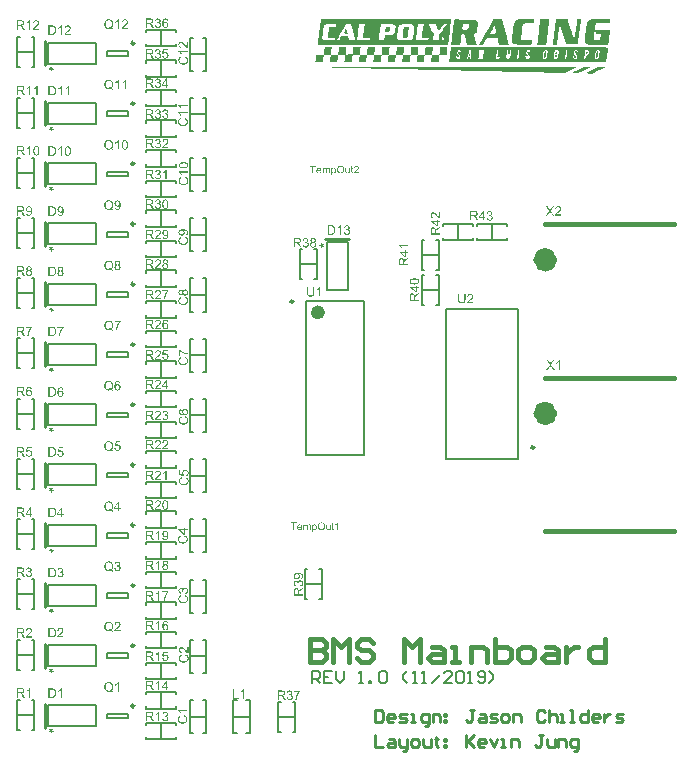
<source format=gbr>
%TF.GenerationSoftware,Altium Limited,Altium Designer,19.0.10 (269)*%
G04 Layer_Color=65535*
%FSLAX26Y26*%
%MOIN*%
%TF.FileFunction,Legend,Top*%
%TF.Part,Single*%
G01*
G75*
%TA.AperFunction,NonConductor*%
%ADD36C,0.009842*%
%ADD37C,0.007874*%
%ADD38C,0.005906*%
%ADD39C,0.010000*%
%ADD57C,0.039370*%
%ADD58C,0.023622*%
%ADD59C,0.015748*%
G36*
X2322743Y2494560D02*
X2323180Y2494123D01*
X2323618Y2493685D01*
Y2493248D01*
Y2491498D01*
X2323180Y2490186D01*
Y2488436D01*
Y2487999D01*
Y2487562D01*
Y2486249D01*
X2322743Y2484500D01*
Y2482313D01*
X2322305Y2479688D01*
X2321868Y2476189D01*
X2321431Y2472690D01*
Y2472253D01*
Y2470940D01*
X2320993Y2468753D01*
Y2466129D01*
X2320556Y2463067D01*
X2320118Y2460005D01*
X2318806Y2452570D01*
X2313557Y2411017D01*
X2275504Y2411017D01*
X2263694Y2445571D01*
Y2446008D01*
X2263256Y2446883D01*
X2262382Y2448633D01*
X2261944Y2450820D01*
X2259757Y2456506D01*
X2257570Y2462192D01*
Y2462630D01*
X2257133Y2463505D01*
X2256695Y2464817D01*
X2255821Y2466566D01*
X2254508Y2470940D01*
X2253196Y2474877D01*
Y2475314D01*
Y2475752D01*
X2252759Y2477501D01*
X2252321Y2479251D01*
X2251884Y2480126D01*
Y2479251D01*
Y2477939D01*
X2251447Y2474877D01*
X2251009Y2473127D01*
Y2470940D01*
X2250572Y2467878D01*
X2250134Y2464817D01*
X2249697Y2460880D01*
X2249260Y2456506D01*
X2248822Y2451257D01*
X2247947Y2445571D01*
Y2445134D01*
Y2444259D01*
X2247510Y2442509D01*
Y2440322D01*
X2246635Y2435073D01*
X2245760Y2428950D01*
X2244886Y2422826D01*
X2244011Y2417140D01*
X2243573Y2414953D01*
X2243136Y2413204D01*
Y2411891D01*
X2242699Y2411017D01*
Y2410142D01*
X2230014D01*
Y2411017D01*
Y2411891D01*
X2230451Y2413641D01*
Y2414953D01*
Y2416703D01*
X2230889Y2418890D01*
X2231326Y2421952D01*
X2231764Y2425013D01*
X2232201Y2428950D01*
X2232638Y2433761D01*
X2233076Y2439448D01*
X2233951Y2445571D01*
X2234825Y2452570D01*
Y2453007D01*
X2235263Y2454319D01*
Y2456506D01*
X2235700Y2459131D01*
X2236138Y2462192D01*
X2236575Y2465691D01*
X2237450Y2473127D01*
X2238325Y2480563D01*
X2238762Y2484062D01*
X2239199Y2487124D01*
X2239637Y2489749D01*
X2240074Y2491936D01*
Y2493248D01*
Y2493685D01*
X2240949Y2494997D01*
X2279440D01*
X2281190Y2488874D01*
Y2487999D01*
X2281627Y2485812D01*
X2282502Y2482750D01*
X2282939Y2481875D01*
X2283814Y2479251D01*
X2285126Y2475314D01*
X2286876Y2470066D01*
Y2469628D01*
X2287313Y2468753D01*
X2288188Y2467441D01*
X2288626Y2465254D01*
X2290375Y2460880D01*
X2292125Y2455631D01*
Y2455194D01*
X2292562Y2454319D01*
X2293437Y2453007D01*
X2293874Y2450820D01*
X2295624Y2446446D01*
X2297374Y2441197D01*
Y2440760D01*
X2297811Y2440322D01*
X2298686Y2437261D01*
X2299998Y2434199D01*
X2300873Y2430700D01*
Y2430262D01*
X2301310Y2428950D01*
X2301748Y2427200D01*
X2302185Y2426763D01*
Y2427200D01*
X2302622Y2428513D01*
X2303060Y2431137D01*
X2303497Y2432887D01*
X2303935Y2435074D01*
Y2437698D01*
X2304809Y2440760D01*
X2305247Y2444696D01*
X2305684Y2449070D01*
X2306122Y2454319D01*
X2306996Y2460005D01*
Y2460443D01*
Y2461318D01*
X2307434Y2463067D01*
Y2465254D01*
X2308309Y2470503D01*
X2309183Y2477064D01*
X2309621Y2483188D01*
X2310496Y2488436D01*
Y2490623D01*
X2310933Y2492373D01*
Y2493685D01*
Y2494123D01*
X2311808Y2494560D01*
X2313557Y2494997D01*
X2320556D01*
X2322743Y2494560D01*
D02*
G37*
G36*
X2421158Y2493685D02*
Y2492810D01*
X2420720Y2491936D01*
Y2491061D01*
X2420283Y2489311D01*
X2419846Y2487124D01*
X2418971Y2481001D01*
X2375668D01*
X2374793Y2480126D01*
X2374356D01*
X2373481Y2479251D01*
X2372606Y2478376D01*
X2371732Y2477064D01*
Y2476627D01*
Y2475752D01*
X2371294Y2473565D01*
X2370857Y2470503D01*
X2370419Y2466566D01*
X2369982Y2463505D01*
X2369545Y2460443D01*
X2369107Y2456944D01*
X2368670Y2452570D01*
Y2452132D01*
Y2451695D01*
X2368232Y2449070D01*
X2367795Y2445134D01*
X2367358Y2440760D01*
X2366920Y2436386D01*
X2366483Y2432449D01*
X2366045Y2429387D01*
Y2428513D01*
Y2428075D01*
X2366483Y2427200D01*
X2366920Y2426326D01*
X2367795Y2425013D01*
X2368670Y2424139D01*
X2379167D01*
X2381792Y2424576D01*
X2383104D01*
X2383541Y2425013D01*
X2383979D01*
X2384854Y2425888D01*
X2385728Y2426763D01*
X2386603Y2428075D01*
Y2428513D01*
X2387041Y2428950D01*
X2387478Y2430262D01*
X2388353Y2432012D01*
X2388790Y2434636D01*
X2389228Y2437698D01*
X2389665Y2441635D01*
Y2446446D01*
X2373919D01*
Y2447758D01*
Y2448633D01*
X2374356Y2449508D01*
Y2450383D01*
Y2452132D01*
X2374793Y2454319D01*
X2375668Y2460443D01*
X2417659D01*
X2420283Y2460005D01*
X2421158D01*
Y2459568D01*
Y2458693D01*
X2420720Y2456944D01*
X2420283Y2453882D01*
X2419846Y2449508D01*
X2419408Y2446446D01*
X2418971Y2443384D01*
X2418533Y2439448D01*
X2418096Y2435074D01*
Y2434636D01*
Y2434199D01*
X2417659Y2431137D01*
X2417221Y2427638D01*
X2416784Y2422826D01*
X2415909Y2418452D01*
X2415472Y2414516D01*
X2415034Y2411891D01*
Y2411017D01*
Y2410579D01*
X2411098D01*
X2409348Y2410142D01*
X2365171D01*
X2359047Y2410579D01*
X2349424D01*
X2348112Y2411017D01*
X2346800D01*
X2345925Y2411454D01*
X2344613Y2412329D01*
X2342863Y2413204D01*
X2341551Y2414953D01*
X2339801Y2417140D01*
X2338052Y2419765D01*
X2337177Y2422826D01*
Y2423264D01*
Y2423701D01*
Y2425451D01*
Y2428075D01*
Y2432012D01*
X2337614Y2437261D01*
X2338052Y2440322D01*
X2338489Y2443822D01*
X2338927Y2448196D01*
X2339364Y2452570D01*
Y2453007D01*
Y2453444D01*
X2339801Y2456069D01*
X2340239Y2460005D01*
X2341114Y2464379D01*
X2341551Y2468753D01*
X2341988Y2472690D01*
X2342426Y2475314D01*
Y2476627D01*
Y2477064D01*
Y2477501D01*
X2342863Y2478814D01*
X2343738Y2480563D01*
X2344613Y2482750D01*
X2347675Y2487562D01*
X2349424Y2489749D01*
X2352049Y2491936D01*
X2352486Y2492373D01*
X2353798Y2492810D01*
X2355985Y2493248D01*
X2358172Y2493685D01*
X2358610Y2494123D01*
X2359922D01*
X2362546Y2494560D01*
X2369107D01*
X2372169Y2494997D01*
X2421158D01*
Y2493685D01*
D02*
G37*
G36*
X2218204Y2493685D02*
Y2493248D01*
X2217767Y2491498D01*
Y2490186D01*
Y2488436D01*
X2217329Y2486249D01*
X2216892Y2483625D01*
X2216455Y2480126D01*
X2216017Y2476189D01*
X2215580Y2471378D01*
X2215142Y2465691D01*
X2214268Y2459568D01*
X2213393Y2452132D01*
Y2451695D01*
Y2450383D01*
X2212955Y2448195D01*
X2212518Y2445571D01*
X2212081Y2442509D01*
Y2439010D01*
X2211206Y2431574D01*
X2210331Y2424139D01*
X2209894Y2420639D01*
X2209456Y2417140D01*
X2209019Y2414516D01*
Y2412329D01*
X2208581Y2411017D01*
Y2410579D01*
X2206832D01*
X2205082Y2410142D01*
X2177963D01*
Y2411017D01*
X2178401Y2411891D01*
Y2413641D01*
X2178838Y2415390D01*
Y2417140D01*
X2179276Y2419327D01*
X2179713Y2422389D01*
X2180150Y2425888D01*
X2180588Y2429825D01*
X2181463Y2434636D01*
X2181900Y2439885D01*
X2182775Y2446446D01*
X2183650Y2453444D01*
X2188898Y2494997D01*
X2218204D01*
Y2493685D01*
D02*
G37*
G36*
X2167028D02*
Y2492810D01*
Y2490186D01*
X2166591Y2486249D01*
X2166154Y2481001D01*
X2137723D01*
X2134661Y2480563D01*
X2132474D01*
X2131599Y2480126D01*
X2131162D01*
X2130724Y2479251D01*
X2130287Y2478376D01*
X2129849Y2477064D01*
X2129412Y2476626D01*
Y2475752D01*
X2128975Y2474002D01*
X2128537Y2470940D01*
X2127662Y2466566D01*
X2127225Y2463942D01*
X2126788Y2460880D01*
X2126350Y2456943D01*
X2125913Y2452570D01*
X2122851Y2428075D01*
X2123726Y2426763D01*
Y2426325D01*
X2124601Y2425013D01*
X2160030D01*
Y2424139D01*
Y2423701D01*
Y2422826D01*
X2159593Y2420639D01*
X2159155Y2417140D01*
X2158280Y2410142D01*
X2123726D01*
X2118040Y2410579D01*
X2112791D01*
X2107542Y2411017D01*
X2103605Y2411454D01*
X2101856Y2411891D01*
X2100981Y2412329D01*
X2100544Y2412766D01*
X2098357Y2414078D01*
X2097919Y2414953D01*
X2096170Y2417140D01*
X2094420Y2420639D01*
X2093108Y2425888D01*
Y2426763D01*
Y2428075D01*
X2093545Y2430262D01*
X2093983Y2433761D01*
X2094420Y2438135D01*
X2095295Y2444259D01*
X2095732Y2447758D01*
X2096170Y2451695D01*
Y2452132D01*
Y2453007D01*
X2096607Y2453882D01*
Y2455631D01*
X2097044Y2460005D01*
X2097919Y2464817D01*
X2098357Y2469628D01*
X2099231Y2474439D01*
X2099669Y2477939D01*
X2100106Y2479251D01*
Y2480126D01*
Y2480563D01*
X2100981Y2481875D01*
X2101856Y2484062D01*
X2103605Y2486249D01*
X2105355Y2488874D01*
X2107979Y2491498D01*
X2111041Y2493685D01*
X2114978Y2494997D01*
X2167028D01*
Y2493685D01*
D02*
G37*
G36*
X2070800Y2458256D02*
Y2457818D01*
X2071238Y2456943D01*
X2071675Y2455194D01*
X2072550Y2453007D01*
X2073425Y2450383D01*
X2074300Y2447321D01*
X2076049Y2439885D01*
Y2439448D01*
X2076487Y2438135D01*
X2076924Y2436386D01*
X2077361Y2434199D01*
X2078674Y2428950D01*
X2079986Y2423701D01*
Y2423264D01*
X2080423Y2422826D01*
X2080861Y2420639D01*
X2081298Y2418452D01*
Y2417577D01*
Y2417140D01*
X2083485Y2410142D01*
X2051992D01*
X2048930Y2421077D01*
Y2421514D01*
X2048493Y2422826D01*
X2048056Y2424576D01*
X2047618Y2426763D01*
X2046743Y2428512D01*
X2046306Y2430262D01*
X2045869Y2431574D01*
Y2432012D01*
Y2432887D01*
X2011751D01*
X2005628Y2421077D01*
X1998629Y2410142D01*
X1985070D01*
Y2410579D01*
X1985507Y2411017D01*
X1985945Y2411891D01*
X1986382Y2413204D01*
X1987694Y2414953D01*
X1989007Y2417577D01*
X1990756Y2421514D01*
X1993381Y2425888D01*
X1996442Y2431137D01*
X1999942Y2438135D01*
X2004753Y2446008D01*
X2010002Y2455194D01*
X2016125Y2466129D01*
X2023124Y2478814D01*
X2027060Y2485374D01*
X2031434Y2492810D01*
X2032309Y2494997D01*
X2061615D01*
X2070800Y2458256D01*
D02*
G37*
G36*
X1935644Y2493685D02*
X1972823D01*
X1973260Y2493248D01*
X1975010Y2492373D01*
X1977197Y2490623D01*
X1978946Y2487999D01*
X1979384Y2487124D01*
Y2485812D01*
X1979821Y2484062D01*
Y2481438D01*
Y2477939D01*
X1979384Y2473565D01*
X1978946Y2468316D01*
Y2467878D01*
Y2466129D01*
X1978509Y2463942D01*
Y2461318D01*
X1978072Y2458256D01*
Y2455631D01*
X1977634Y2453882D01*
X1977197Y2452570D01*
X1976759Y2451695D01*
X1975010Y2449945D01*
X1971511Y2447758D01*
X1967137Y2446446D01*
X1965387D01*
Y2446008D01*
X1965824Y2445571D01*
X1966262Y2444259D01*
X1966699Y2442072D01*
X1968011Y2438573D01*
X1969324Y2434199D01*
X1971073Y2428075D01*
X1971511Y2427200D01*
X1971948Y2425451D01*
X1972823Y2422389D01*
X1974135Y2419327D01*
X1975447Y2415828D01*
X1976322Y2412766D01*
X1976759Y2411017D01*
X1977197Y2410142D01*
X1944829D01*
X1943517Y2412329D01*
Y2412766D01*
Y2413204D01*
X1943080Y2414516D01*
Y2414953D01*
X1942642Y2416265D01*
X1942205Y2418890D01*
X1940893Y2421952D01*
Y2422389D01*
Y2422826D01*
X1940455Y2424576D01*
X1940018Y2427200D01*
X1939580Y2429825D01*
X1934769Y2446446D01*
X1926896D01*
X1926458Y2446008D01*
X1926021D01*
Y2445571D01*
Y2445134D01*
X1925584Y2443822D01*
Y2441635D01*
X1925146Y2438135D01*
X1924709Y2433761D01*
X1923834Y2428075D01*
Y2427200D01*
X1923397Y2425451D01*
X1922959Y2422826D01*
X1922522Y2419327D01*
Y2418452D01*
X1922084Y2416703D01*
Y2414516D01*
X1921647Y2412329D01*
Y2411891D01*
Y2411454D01*
X1921210Y2410579D01*
Y2410142D01*
X1891466D01*
Y2411017D01*
Y2411891D01*
X1891904Y2413204D01*
Y2414516D01*
Y2416265D01*
X1892341Y2418452D01*
X1892779Y2421077D01*
X1893216Y2424576D01*
X1893653Y2428512D01*
X1894091Y2433324D01*
X1894528Y2439010D01*
X1895403Y2445134D01*
X1896278Y2452570D01*
Y2453007D01*
X1896715Y2454319D01*
Y2456506D01*
X1897153Y2458693D01*
X1897590Y2461755D01*
X1898027Y2465254D01*
X1898902Y2472690D01*
X1900214Y2480126D01*
X1900652Y2483625D01*
X1901089Y2487124D01*
X1901527Y2489749D01*
X1901964Y2491498D01*
X1902401Y2493248D01*
Y2493685D01*
Y2494997D01*
X1935644Y2493685D01*
D02*
G37*
G36*
X1890592D02*
Y2492810D01*
X1890154Y2491061D01*
Y2489749D01*
Y2487999D01*
X1889717Y2485812D01*
X1889279Y2483188D01*
X1888842Y2479688D01*
X1888405Y2475752D01*
X1887967Y2470940D01*
X1887530Y2465254D01*
X1886655Y2459131D01*
X1885780Y2451695D01*
X1880531Y2410142D01*
X1446631Y2410142D01*
Y2411016D01*
Y2411891D01*
X1447068Y2413641D01*
Y2415390D01*
Y2417140D01*
X1447505Y2419327D01*
X1447943Y2421951D01*
X1448380Y2425451D01*
X1448818Y2429387D01*
X1449255Y2434199D01*
X1449692Y2439447D01*
X1450567Y2445571D01*
X1451442Y2452569D01*
Y2453007D01*
X1451879Y2454319D01*
Y2456506D01*
X1452317Y2459130D01*
X1452754Y2462192D01*
X1453192Y2465691D01*
X1454066Y2473127D01*
X1454941Y2480563D01*
X1455379Y2484062D01*
X1455816Y2487124D01*
X1456253Y2489748D01*
X1456691Y2491935D01*
Y2493248D01*
Y2493685D01*
Y2494997D01*
X1891466Y2494997D01*
X1890592Y2493685D01*
D02*
G37*
G36*
X1878782Y2400519D02*
Y2399644D01*
Y2398769D01*
Y2398332D01*
Y2397894D01*
Y2396582D01*
X1878344Y2394395D01*
Y2393958D01*
Y2392646D01*
X1877907Y2390896D01*
Y2388709D01*
X1875720Y2376899D01*
X1852100D01*
Y2376462D01*
Y2375587D01*
X1851663Y2373838D01*
X1851226Y2372088D01*
X1850788Y2369026D01*
X1850351Y2365090D01*
Y2364652D01*
Y2363340D01*
X1849913Y2361153D01*
Y2358966D01*
X1849476Y2356779D01*
Y2354592D01*
X1849039Y2353280D01*
Y2352405D01*
X1847289D01*
X1845977Y2351968D01*
X1824544D01*
Y2353280D01*
Y2353717D01*
Y2354155D01*
Y2355029D01*
X1824982Y2356779D01*
Y2358528D01*
Y2361590D01*
X1825419Y2365090D01*
Y2365527D01*
X1825856Y2366839D01*
X1826294Y2368589D01*
X1826731Y2370338D01*
X1827169Y2374712D01*
X1827606Y2376024D01*
Y2376899D01*
X1803986D01*
X1801799Y2365090D01*
Y2364652D01*
Y2363340D01*
X1801362Y2361153D01*
Y2358966D01*
Y2356779D01*
X1800925Y2354592D01*
Y2353280D01*
Y2352405D01*
X1799175D01*
X1797863Y2351968D01*
X1776430D01*
Y2353280D01*
Y2353717D01*
Y2354155D01*
Y2355029D01*
X1776868Y2356341D01*
Y2358528D01*
X1777305Y2361153D01*
X1777742Y2364652D01*
Y2365090D01*
X1778180Y2366402D01*
Y2368151D01*
X1778617Y2370338D01*
X1779055Y2374275D01*
X1779492Y2376024D01*
Y2376899D01*
X1755872D01*
X1753685Y2365090D01*
Y2364652D01*
Y2363340D01*
X1753248Y2361590D01*
Y2359403D01*
Y2357216D01*
X1752811Y2355467D01*
Y2354155D01*
Y2353280D01*
Y2351968D01*
X1728316D01*
Y2353280D01*
Y2353717D01*
Y2354155D01*
Y2355904D01*
X1728754Y2358091D01*
Y2360715D01*
X1729628Y2364652D01*
X1730066Y2369463D01*
X1730941Y2375587D01*
Y2376899D01*
X1707321Y2376899D01*
Y2376462D01*
Y2376024D01*
Y2375150D01*
X1706884Y2373400D01*
X1706446Y2371213D01*
X1706009Y2368589D01*
X1705571Y2365089D01*
Y2364652D01*
Y2363340D01*
X1705134Y2362028D01*
Y2359841D01*
X1704697Y2355904D01*
Y2354154D01*
Y2353280D01*
Y2351967D01*
X1681514D01*
X1680202Y2352405D01*
X1679765D01*
Y2352842D01*
Y2353280D01*
Y2354154D01*
X1680202Y2355904D01*
Y2358091D01*
X1680640Y2361153D01*
X1681077Y2365089D01*
Y2365527D01*
X1681514Y2366839D01*
Y2369026D01*
X1681952Y2371213D01*
X1682389Y2372963D01*
Y2375150D01*
X1682827Y2376462D01*
Y2376899D01*
X1659207D01*
Y2376462D01*
Y2376024D01*
Y2374712D01*
X1658770Y2372963D01*
X1658332Y2370776D01*
X1657895Y2367714D01*
X1657457Y2363777D01*
X1656145Y2351967D01*
X1633400D01*
X1632088Y2352405D01*
X1631651D01*
Y2352842D01*
Y2353280D01*
Y2354154D01*
X1632088Y2355904D01*
Y2357654D01*
X1632526Y2360715D01*
X1632963Y2364215D01*
Y2364652D01*
X1633400Y2365964D01*
Y2367714D01*
X1633838Y2369901D01*
X1634275Y2372088D01*
Y2373837D01*
X1634713Y2375587D01*
Y2376024D01*
X1634275Y2376462D01*
X1631651D01*
X1629901Y2376899D01*
X1611093D01*
Y2377774D01*
Y2378211D01*
Y2379086D01*
X1611530Y2380836D01*
Y2382585D01*
Y2385647D01*
X1611968Y2389584D01*
X1614155Y2401394D01*
X1637774D01*
Y2400519D01*
Y2400081D01*
Y2399644D01*
X1637337Y2397020D01*
X1636900Y2393958D01*
X1636462Y2390021D01*
X1635587Y2385647D01*
X1635150Y2382148D01*
X1634713Y2379086D01*
Y2378211D01*
Y2377774D01*
X1635587Y2377337D01*
X1637774D01*
X1639961Y2376899D01*
X1659207D01*
Y2377774D01*
Y2378649D01*
X1659644Y2380836D01*
X1660082Y2383460D01*
X1660957Y2387397D01*
X1661831Y2395270D01*
X1662269Y2398769D01*
Y2401394D01*
X1685888D01*
Y2400519D01*
Y2399644D01*
X1685451Y2397894D01*
X1685014Y2395270D01*
X1684576Y2391771D01*
X1683264Y2384335D01*
X1682827Y2380836D01*
Y2377774D01*
X1683701Y2377337D01*
X1685888D01*
X1688075Y2376899D01*
X1705571D01*
X1706884Y2377337D01*
X1707321D01*
Y2377774D01*
Y2378211D01*
Y2379086D01*
X1707758Y2380398D01*
Y2382585D01*
X1708196Y2385647D01*
X1708633Y2389584D01*
Y2390021D01*
X1709071Y2391333D01*
Y2393520D01*
X1709508Y2395707D01*
X1709945Y2397457D01*
Y2399644D01*
X1710383Y2400956D01*
Y2401394D01*
X1734002Y2401394D01*
Y2400519D01*
Y2400081D01*
Y2399207D01*
Y2397894D01*
X1733565Y2395707D01*
Y2393083D01*
X1733128Y2389584D01*
Y2389146D01*
Y2387834D01*
X1732690Y2385647D01*
Y2383898D01*
X1732253Y2381711D01*
X1731815Y2379524D01*
X1731378Y2378211D01*
X1730941Y2377774D01*
Y2376899D01*
X1755872D01*
X1756747Y2388709D01*
Y2389146D01*
Y2390459D01*
X1757185Y2392646D01*
Y2394833D01*
X1757622Y2396582D01*
X1758059Y2398769D01*
Y2400081D01*
X1758497Y2400519D01*
Y2401394D01*
X1782116D01*
Y2400956D01*
Y2400081D01*
Y2398332D01*
X1781679Y2395707D01*
Y2392646D01*
X1781242Y2388709D01*
X1780367Y2383460D01*
X1779492Y2377774D01*
Y2376899D01*
X1803112D01*
X1803986Y2377774D01*
Y2378211D01*
Y2379086D01*
Y2379961D01*
X1804424Y2381273D01*
Y2383460D01*
Y2386085D01*
X1804861Y2389584D01*
Y2390021D01*
Y2391334D01*
X1805299Y2393083D01*
Y2395270D01*
Y2397457D01*
X1805736Y2399207D01*
Y2400519D01*
Y2401394D01*
X1830668D01*
Y2400956D01*
Y2400081D01*
X1830230Y2398332D01*
X1829793Y2396582D01*
X1829356Y2393521D01*
X1828918Y2389584D01*
Y2389146D01*
Y2387834D01*
X1828481Y2385647D01*
Y2383460D01*
X1828043Y2381273D01*
Y2379524D01*
X1827606Y2378211D01*
Y2377337D01*
X1828918D01*
X1830668Y2376899D01*
X1851226D01*
X1852100Y2377774D01*
Y2378211D01*
Y2379086D01*
X1852538Y2380836D01*
Y2382586D01*
Y2385647D01*
X1852975Y2389584D01*
X1855162Y2401394D01*
X1878782D01*
Y2400519D01*
D02*
G37*
G36*
X1588786Y2400956D02*
X1589223D01*
Y2400519D01*
Y2400081D01*
Y2399207D01*
X1588786Y2397894D01*
Y2395707D01*
X1588348Y2393083D01*
X1587911Y2389146D01*
Y2388709D01*
Y2387397D01*
X1587473Y2385647D01*
Y2383460D01*
X1587036Y2381273D01*
Y2379524D01*
X1586599Y2377774D01*
Y2377337D01*
X1587911D01*
X1589660Y2376899D01*
X1611093D01*
Y2375587D01*
Y2375150D01*
X1610656Y2374275D01*
Y2372525D01*
X1610218Y2370776D01*
X1609781Y2367714D01*
X1608906Y2363777D01*
X1608031Y2351967D01*
X1583537D01*
Y2353280D01*
Y2354154D01*
X1583974Y2356341D01*
X1584412Y2358966D01*
X1585286Y2362902D01*
X1586161Y2370776D01*
X1586599Y2374275D01*
Y2376899D01*
X1566916D01*
X1564729Y2376462D01*
X1563416D01*
X1562979Y2376024D01*
Y2375587D01*
Y2375150D01*
Y2374275D01*
X1562542Y2372963D01*
X1562104Y2370776D01*
X1561667Y2368151D01*
X1561229Y2364215D01*
Y2363777D01*
Y2362465D01*
X1560792Y2360715D01*
Y2358528D01*
X1560355Y2356341D01*
Y2354592D01*
X1559917Y2353280D01*
Y2352405D01*
X1558605D01*
X1556855Y2351967D01*
X1537172D01*
X1535860Y2352405D01*
X1535423D01*
Y2352842D01*
Y2353280D01*
Y2354154D01*
X1535860Y2355904D01*
Y2358091D01*
X1536298Y2361153D01*
X1536735Y2365089D01*
Y2365527D01*
X1537172Y2366839D01*
Y2369026D01*
X1537610Y2371213D01*
Y2372963D01*
X1538047Y2375150D01*
Y2376462D01*
Y2376899D01*
X1514428D01*
Y2376462D01*
Y2375587D01*
X1513990Y2373837D01*
X1513553Y2372088D01*
X1513115Y2369026D01*
X1512678Y2365089D01*
X1511803Y2351967D01*
X1489058D01*
X1487309Y2352405D01*
X1486871D01*
Y2352842D01*
Y2353280D01*
Y2354154D01*
X1487309Y2355904D01*
Y2357654D01*
X1487746Y2360715D01*
X1488184Y2364215D01*
Y2364652D01*
X1488621Y2365964D01*
Y2367714D01*
X1489058Y2369901D01*
X1489496Y2372088D01*
Y2373837D01*
X1489933Y2375587D01*
Y2376024D01*
X1489496Y2376462D01*
X1486871D01*
X1485122Y2376899D01*
X1466314D01*
Y2377774D01*
Y2378211D01*
Y2378649D01*
Y2379524D01*
X1466751Y2381273D01*
Y2383023D01*
Y2386085D01*
X1467188Y2389584D01*
X1469375Y2401394D01*
X1493870D01*
X1492995Y2400519D01*
Y2399644D01*
X1492558Y2397894D01*
X1492120Y2394833D01*
Y2391333D01*
X1491245Y2383898D01*
X1490808Y2380398D01*
Y2377774D01*
X1491245Y2377337D01*
X1493870D01*
X1495619Y2376899D01*
X1512678D01*
X1513990Y2377337D01*
X1514428D01*
Y2377774D01*
Y2378211D01*
Y2379086D01*
X1514865Y2380398D01*
Y2382585D01*
X1515302Y2385647D01*
X1515740Y2389584D01*
Y2390021D01*
X1516177Y2391333D01*
Y2393520D01*
X1516615Y2395707D01*
X1517052Y2397457D01*
Y2399644D01*
X1517489Y2400956D01*
Y2401394D01*
X1541984D01*
X1541109Y2400519D01*
Y2400081D01*
Y2399207D01*
Y2397457D01*
X1540672Y2395707D01*
Y2392646D01*
X1540234Y2388709D01*
X1539359Y2376899D01*
X1551169Y2377774D01*
X1562979D01*
X1563854Y2389584D01*
Y2390021D01*
X1564291Y2391333D01*
Y2393520D01*
X1564729Y2395707D01*
X1565166Y2397457D01*
Y2399644D01*
X1565603Y2400956D01*
Y2401394D01*
X1587473D01*
X1588786Y2400956D01*
D02*
G37*
G36*
X2341551Y2400956D02*
X2406724D01*
X2410223Y2400519D01*
X2413285D01*
Y2400082D01*
Y2398332D01*
X2412847Y2394833D01*
X2412410Y2390021D01*
Y2387397D01*
X2411972Y2383898D01*
X2411098Y2379961D01*
X2410660Y2375587D01*
X2410223Y2370776D01*
X2409348Y2365527D01*
X2408036Y2359841D01*
X2407161Y2353280D01*
Y2351968D01*
X1884468Y2351968D01*
Y2353280D01*
Y2353717D01*
Y2355467D01*
X1884905Y2358528D01*
Y2360278D01*
X1885343Y2362903D01*
X1885780Y2365527D01*
Y2369026D01*
X1886655Y2372963D01*
X1887092Y2377337D01*
X1887967Y2382148D01*
X1888405Y2387834D01*
X1889717Y2393958D01*
X1890592Y2400519D01*
Y2401394D01*
X2330616Y2401394D01*
X2341551Y2400956D01*
D02*
G37*
G36*
X1466314Y2376462D02*
Y2375587D01*
X1465876Y2374275D01*
Y2372525D01*
X1465439Y2368151D01*
X1464564Y2363777D01*
X1463252Y2351967D01*
X1438757D01*
Y2354154D01*
Y2354592D01*
X1439195Y2355467D01*
Y2355904D01*
X1439632Y2356779D01*
Y2358091D01*
X1440070Y2360278D01*
Y2360715D01*
X1440507Y2362465D01*
X1440944Y2364215D01*
Y2365964D01*
X1441819Y2376899D01*
X1466314D01*
Y2376462D01*
D02*
G37*
G36*
X2270692Y2335784D02*
X2310496Y2335784D01*
X2310058Y2335346D01*
X2308309Y2334472D01*
X2305684Y2333159D01*
X2302185Y2331410D01*
X2296936Y2328785D01*
X2293437Y2327473D01*
X2289938Y2325724D01*
X2269380Y2315663D01*
X1852975Y2325724D01*
X1845977D01*
X1842915Y2326161D01*
X1825856D01*
X1814484Y2326598D01*
X1801799Y2327036D01*
X1787803D01*
X1772931Y2327473D01*
X1756310Y2327910D01*
X1739251Y2328348D01*
X1721318Y2328785D01*
X1702947Y2329223D01*
X1683701Y2329660D01*
X1645210Y2330535D01*
X1606282Y2331410D01*
X1587036Y2331847D01*
X1568665Y2332284D01*
X1550732Y2332722D01*
X1533673Y2333159D01*
X1517052Y2333597D01*
X1502180Y2334034D01*
X1488184Y2334471D01*
X1475499Y2334909D01*
X1459315D01*
X1454941Y2335346D01*
X1444444D01*
X1441819Y2335784D01*
X1482060D01*
X1491683Y2336221D01*
X2257570Y2336221D01*
X2270692Y2335784D01*
D02*
G37*
G36*
X2357735Y2335784D02*
X2356860Y2335346D01*
X2355548Y2334472D01*
X2352923Y2333159D01*
X2348987Y2331410D01*
X2346362Y2330098D01*
X2343738Y2328785D01*
X2340239Y2327473D01*
X2336302Y2325724D01*
X2314870Y2314789D01*
X2301310D01*
X2299561Y2315226D01*
X2295624D01*
X2293874Y2315663D01*
X2292125D01*
X2293000Y2316101D01*
X2294749Y2316976D01*
X2296061Y2317850D01*
X2297811Y2318725D01*
X2298248D01*
X2299123Y2319163D01*
X2300435Y2320037D01*
X2302185Y2320912D01*
X2306559Y2323099D01*
X2312683Y2325724D01*
X2334553Y2336221D01*
X2356423D01*
X2357735Y2335784D01*
D02*
G37*
G36*
X2404974D02*
X2405411D01*
X2404974Y2335346D01*
X2404099Y2334909D01*
X2402787Y2334034D01*
X2399725Y2332722D01*
X2395789Y2330972D01*
X2393164Y2329660D01*
X2390102Y2327911D01*
X2386603Y2326161D01*
X2382667Y2324411D01*
X2359047Y2313914D01*
X2348549D01*
X2347237Y2314351D01*
X2345050D01*
X2341114Y2314789D01*
X2337614D01*
X2338489Y2315226D01*
X2339801Y2316101D01*
X2342426Y2317413D01*
X2346362Y2319600D01*
X2348987Y2320475D01*
X2352049Y2322224D01*
X2355110Y2323974D01*
X2359047Y2325724D01*
X2381792Y2336221D01*
X2403662D01*
X2404974Y2335784D01*
D02*
G37*
G36*
X2224740Y1343079D02*
X2236533Y1326589D01*
X2231401D01*
X2223429Y1337810D01*
X2223402Y1337864D01*
X2223320Y1337973D01*
X2223184Y1338165D01*
X2223020Y1338410D01*
X2222829Y1338710D01*
X2222610Y1339011D01*
X2222146Y1339721D01*
Y1339693D01*
X2222092Y1339639D01*
X2222037Y1339584D01*
X2221982Y1339475D01*
X2221791Y1339175D01*
X2221573Y1338847D01*
X2221327Y1338492D01*
X2221081Y1338110D01*
X2220836Y1337782D01*
X2220645Y1337509D01*
X2212673Y1326589D01*
X2207677D01*
X2219826Y1342887D01*
X2209097Y1358066D01*
X2214038D01*
X2219798Y1349985D01*
X2219826Y1349958D01*
X2219880Y1349876D01*
X2219962Y1349740D01*
X2220099Y1349576D01*
X2220235Y1349358D01*
X2220399Y1349139D01*
X2220781Y1348566D01*
X2221218Y1347938D01*
X2221628Y1347310D01*
X2222010Y1346682D01*
X2222337Y1346109D01*
Y1346136D01*
X2222392Y1346191D01*
X2222447Y1346273D01*
X2222528Y1346409D01*
X2222638Y1346573D01*
X2222747Y1346764D01*
X2223047Y1347201D01*
X2223402Y1347747D01*
X2223839Y1348347D01*
X2224303Y1349003D01*
X2224822Y1349685D01*
X2231128Y1358066D01*
X2235660D01*
X2224740Y1343079D01*
D02*
G37*
G36*
X2253214Y1326589D02*
X2249337D01*
Y1351187D01*
X2249310Y1351159D01*
X2249282Y1351132D01*
X2249200Y1351050D01*
X2249091Y1350968D01*
X2248927Y1350832D01*
X2248764Y1350695D01*
X2248573Y1350531D01*
X2248354Y1350340D01*
X2247808Y1349958D01*
X2247180Y1349494D01*
X2246470Y1349003D01*
X2245651Y1348511D01*
X2245624Y1348484D01*
X2245542Y1348457D01*
X2245433Y1348375D01*
X2245269Y1348293D01*
X2245078Y1348184D01*
X2244860Y1348074D01*
X2244587Y1347911D01*
X2244314Y1347774D01*
X2243686Y1347447D01*
X2243003Y1347119D01*
X2242294Y1346791D01*
X2241611Y1346518D01*
Y1350258D01*
X2241638Y1350286D01*
X2241748Y1350340D01*
X2241939Y1350422D01*
X2242157Y1350531D01*
X2242430Y1350668D01*
X2242758Y1350859D01*
X2243113Y1351050D01*
X2243522Y1351296D01*
X2243959Y1351542D01*
X2244396Y1351842D01*
X2245351Y1352470D01*
X2246334Y1353179D01*
X2247262Y1353944D01*
X2247289Y1353971D01*
X2247371Y1354053D01*
X2247481Y1354162D01*
X2247672Y1354326D01*
X2247863Y1354517D01*
X2248081Y1354736D01*
X2248327Y1355009D01*
X2248600Y1355282D01*
X2249173Y1355937D01*
X2249747Y1356647D01*
X2250265Y1357411D01*
X2250511Y1357793D01*
X2250702Y1358175D01*
X2253214D01*
Y1326589D01*
D02*
G37*
G36*
X2223755Y1857040D02*
X2235549Y1840551D01*
X2230417D01*
X2222445Y1851772D01*
X2222418Y1851826D01*
X2222336Y1851935D01*
X2222199Y1852126D01*
X2222035Y1852372D01*
X2221844Y1852672D01*
X2221626Y1852973D01*
X2221162Y1853682D01*
Y1853655D01*
X2221107Y1853601D01*
X2221053Y1853546D01*
X2220998Y1853437D01*
X2220807Y1853137D01*
X2220589Y1852809D01*
X2220343Y1852454D01*
X2220097Y1852072D01*
X2219852Y1851744D01*
X2219660Y1851471D01*
X2211689Y1840551D01*
X2206693D01*
X2218841Y1856849D01*
X2208113Y1872028D01*
X2213054D01*
X2218814Y1863947D01*
X2218841Y1863920D01*
X2218896Y1863838D01*
X2218978Y1863702D01*
X2219114Y1863538D01*
X2219251Y1863319D01*
X2219415Y1863101D01*
X2219797Y1862528D01*
X2220234Y1861900D01*
X2220643Y1861272D01*
X2221025Y1860644D01*
X2221353Y1860071D01*
Y1860098D01*
X2221408Y1860153D01*
X2221462Y1860235D01*
X2221544Y1860371D01*
X2221653Y1860535D01*
X2221762Y1860726D01*
X2222063Y1861163D01*
X2222418Y1861709D01*
X2222854Y1862309D01*
X2223319Y1862965D01*
X2223837Y1863647D01*
X2230144Y1872028D01*
X2234675D01*
X2223755Y1857040D01*
D02*
G37*
G36*
X2248544Y1872110D02*
X2248844D01*
X2249226Y1872055D01*
X2249690Y1872001D01*
X2250182Y1871919D01*
X2250700Y1871837D01*
X2251274Y1871700D01*
X2251847Y1871537D01*
X2252448Y1871318D01*
X2253048Y1871073D01*
X2253649Y1870800D01*
X2254222Y1870445D01*
X2254768Y1870062D01*
X2255287Y1869626D01*
X2255314Y1869598D01*
X2255396Y1869516D01*
X2255533Y1869380D01*
X2255696Y1869189D01*
X2255915Y1868943D01*
X2256133Y1868643D01*
X2256352Y1868288D01*
X2256625Y1867906D01*
X2256870Y1867469D01*
X2257089Y1867005D01*
X2257334Y1866486D01*
X2257526Y1865940D01*
X2257689Y1865367D01*
X2257826Y1864739D01*
X2257908Y1864084D01*
X2257935Y1863401D01*
Y1863374D01*
Y1863319D01*
Y1863210D01*
Y1863074D01*
X2257908Y1862910D01*
Y1862691D01*
X2257826Y1862227D01*
X2257744Y1861654D01*
X2257607Y1861026D01*
X2257416Y1860344D01*
X2257143Y1859661D01*
Y1859634D01*
X2257116Y1859579D01*
X2257061Y1859470D01*
X2257007Y1859361D01*
X2256925Y1859170D01*
X2256816Y1858979D01*
X2256679Y1858760D01*
X2256543Y1858515D01*
X2256188Y1857941D01*
X2255751Y1857286D01*
X2255205Y1856576D01*
X2254577Y1855839D01*
X2254550Y1855812D01*
X2254495Y1855757D01*
X2254386Y1855621D01*
X2254249Y1855457D01*
X2254031Y1855266D01*
X2253785Y1855020D01*
X2253512Y1854720D01*
X2253185Y1854392D01*
X2252775Y1854010D01*
X2252338Y1853601D01*
X2251874Y1853137D01*
X2251328Y1852645D01*
X2250755Y1852126D01*
X2250100Y1851553D01*
X2249417Y1850953D01*
X2248653Y1850297D01*
X2248626Y1850270D01*
X2248489Y1850161D01*
X2248325Y1850024D01*
X2248080Y1849833D01*
X2247807Y1849588D01*
X2247506Y1849314D01*
X2247151Y1849014D01*
X2246797Y1848714D01*
X2246032Y1848059D01*
X2245295Y1847403D01*
X2244968Y1847103D01*
X2244640Y1846803D01*
X2244394Y1846557D01*
X2244176Y1846339D01*
X2244121Y1846284D01*
X2244012Y1846175D01*
X2243821Y1845957D01*
X2243602Y1845684D01*
X2243357Y1845383D01*
X2243084Y1845028D01*
X2242811Y1844646D01*
X2242565Y1844264D01*
X2257990D01*
Y1840551D01*
X2237187D01*
Y1840579D01*
Y1840606D01*
Y1840688D01*
Y1840797D01*
Y1841070D01*
X2237214Y1841398D01*
X2237269Y1841807D01*
X2237351Y1842271D01*
X2237460Y1842735D01*
X2237624Y1843227D01*
Y1843254D01*
X2237651Y1843336D01*
X2237706Y1843445D01*
X2237788Y1843582D01*
X2237869Y1843773D01*
X2237979Y1844018D01*
X2238088Y1844264D01*
X2238252Y1844537D01*
X2238579Y1845192D01*
X2239043Y1845875D01*
X2239562Y1846639D01*
X2240163Y1847403D01*
X2240190Y1847431D01*
X2240245Y1847485D01*
X2240354Y1847622D01*
X2240490Y1847758D01*
X2240681Y1847949D01*
X2240900Y1848195D01*
X2241146Y1848468D01*
X2241446Y1848768D01*
X2241801Y1849096D01*
X2242156Y1849451D01*
X2242592Y1849861D01*
X2243029Y1850270D01*
X2243521Y1850707D01*
X2244039Y1851171D01*
X2244613Y1851662D01*
X2245213Y1852154D01*
X2245240D01*
X2245268Y1852208D01*
X2245432Y1852345D01*
X2245705Y1852563D01*
X2246032Y1852863D01*
X2246469Y1853218D01*
X2246933Y1853628D01*
X2247452Y1854092D01*
X2247998Y1854583D01*
X2248571Y1855102D01*
X2249172Y1855648D01*
X2249745Y1856194D01*
X2250318Y1856767D01*
X2250837Y1857313D01*
X2251328Y1857859D01*
X2251765Y1858351D01*
X2252147Y1858842D01*
X2252175Y1858870D01*
X2252229Y1858951D01*
X2252311Y1859088D01*
X2252420Y1859252D01*
X2252557Y1859470D01*
X2252721Y1859743D01*
X2252885Y1860016D01*
X2253048Y1860344D01*
X2253376Y1861053D01*
X2253676Y1861845D01*
X2253785Y1862255D01*
X2253867Y1862664D01*
X2253922Y1863074D01*
X2253949Y1863483D01*
Y1863511D01*
Y1863592D01*
Y1863702D01*
X2253922Y1863865D01*
X2253895Y1864056D01*
X2253867Y1864302D01*
X2253813Y1864548D01*
X2253758Y1864821D01*
X2253540Y1865449D01*
X2253430Y1865749D01*
X2253267Y1866077D01*
X2253076Y1866404D01*
X2252857Y1866732D01*
X2252611Y1867060D01*
X2252311Y1867360D01*
X2252284Y1867387D01*
X2252229Y1867442D01*
X2252147Y1867496D01*
X2252011Y1867605D01*
X2251847Y1867715D01*
X2251656Y1867851D01*
X2251438Y1868015D01*
X2251165Y1868151D01*
X2250864Y1868288D01*
X2250537Y1868452D01*
X2250182Y1868588D01*
X2249800Y1868697D01*
X2249417Y1868807D01*
X2248981Y1868889D01*
X2248517Y1868916D01*
X2248025Y1868943D01*
X2247752D01*
X2247561Y1868916D01*
X2247343Y1868889D01*
X2247070Y1868861D01*
X2246742Y1868807D01*
X2246414Y1868725D01*
X2245705Y1868534D01*
X2245350Y1868397D01*
X2244968Y1868233D01*
X2244613Y1868042D01*
X2244258Y1867797D01*
X2243903Y1867551D01*
X2243575Y1867251D01*
X2243548Y1867223D01*
X2243493Y1867169D01*
X2243411Y1867087D01*
X2243329Y1866950D01*
X2243193Y1866759D01*
X2243057Y1866568D01*
X2242893Y1866322D01*
X2242756Y1866049D01*
X2242592Y1865722D01*
X2242429Y1865367D01*
X2242292Y1864985D01*
X2242183Y1864575D01*
X2242074Y1864138D01*
X2241992Y1863647D01*
X2241937Y1863156D01*
X2241910Y1862610D01*
X2237924Y1863019D01*
Y1863074D01*
X2237951Y1863210D01*
X2237979Y1863456D01*
X2238033Y1863756D01*
X2238088Y1864111D01*
X2238197Y1864548D01*
X2238306Y1865012D01*
X2238443Y1865531D01*
X2238634Y1866077D01*
X2238825Y1866623D01*
X2239071Y1867196D01*
X2239371Y1867742D01*
X2239699Y1868315D01*
X2240053Y1868834D01*
X2240490Y1869325D01*
X2240954Y1869790D01*
X2240982Y1869817D01*
X2241091Y1869899D01*
X2241227Y1870008D01*
X2241446Y1870144D01*
X2241719Y1870335D01*
X2242046Y1870527D01*
X2242429Y1870745D01*
X2242865Y1870963D01*
X2243329Y1871182D01*
X2243876Y1871400D01*
X2244476Y1871591D01*
X2245104Y1871782D01*
X2245787Y1871919D01*
X2246524Y1872028D01*
X2247288Y1872110D01*
X2248107Y1872137D01*
X2248298D01*
X2248544Y1872110D01*
D02*
G37*
G36*
X2019589Y1855693D02*
X2019808D01*
X2020081Y1855665D01*
X2020381Y1855638D01*
X2020708Y1855583D01*
X2021446Y1855447D01*
X2022265Y1855256D01*
X2023084Y1854983D01*
X2023903Y1854601D01*
X2023930D01*
X2024012Y1854546D01*
X2024121Y1854491D01*
X2024257Y1854409D01*
X2024449Y1854300D01*
X2024640Y1854164D01*
X2025131Y1853809D01*
X2025650Y1853399D01*
X2026196Y1852881D01*
X2026742Y1852280D01*
X2027206Y1851598D01*
X2027233Y1851570D01*
X2027261Y1851516D01*
X2027315Y1851407D01*
X2027397Y1851270D01*
X2027479Y1851079D01*
X2027588Y1850888D01*
X2027697Y1850642D01*
X2027806Y1850369D01*
X2027998Y1849768D01*
X2028189Y1849086D01*
X2028325Y1848322D01*
X2028380Y1847939D01*
Y1847530D01*
Y1847503D01*
Y1847448D01*
Y1847339D01*
X2028352Y1847202D01*
Y1847011D01*
X2028325Y1846793D01*
X2028243Y1846301D01*
X2028107Y1845728D01*
X2027916Y1845100D01*
X2027643Y1844472D01*
X2027261Y1843817D01*
Y1843790D01*
X2027206Y1843735D01*
X2027151Y1843653D01*
X2027069Y1843544D01*
X2026796Y1843244D01*
X2026441Y1842862D01*
X2026005Y1842452D01*
X2025431Y1841988D01*
X2024776Y1841579D01*
X2024039Y1841169D01*
X2024066D01*
X2024176Y1841142D01*
X2024312Y1841087D01*
X2024503Y1841033D01*
X2024722Y1840951D01*
X2024995Y1840869D01*
X2025295Y1840732D01*
X2025622Y1840596D01*
X2026332Y1840241D01*
X2026687Y1840022D01*
X2027042Y1839777D01*
X2027397Y1839504D01*
X2027752Y1839176D01*
X2028080Y1838849D01*
X2028380Y1838494D01*
X2028407Y1838466D01*
X2028434Y1838412D01*
X2028516Y1838275D01*
X2028626Y1838139D01*
X2028735Y1837920D01*
X2028871Y1837702D01*
X2029008Y1837429D01*
X2029171Y1837101D01*
X2029308Y1836746D01*
X2029445Y1836364D01*
X2029581Y1835955D01*
X2029690Y1835491D01*
X2029799Y1835026D01*
X2029881Y1834508D01*
X2029909Y1833989D01*
X2029936Y1833416D01*
Y1833361D01*
Y1833225D01*
X2029909Y1833006D01*
X2029881Y1832733D01*
X2029854Y1832378D01*
X2029772Y1831969D01*
X2029690Y1831505D01*
X2029554Y1830986D01*
X2029390Y1830467D01*
X2029199Y1829894D01*
X2028953Y1829321D01*
X2028653Y1828720D01*
X2028298Y1828147D01*
X2027916Y1827546D01*
X2027452Y1826973D01*
X2026906Y1826427D01*
X2026878Y1826400D01*
X2026769Y1826318D01*
X2026605Y1826154D01*
X2026360Y1825990D01*
X2026059Y1825772D01*
X2025704Y1825526D01*
X2025295Y1825280D01*
X2024831Y1825007D01*
X2024312Y1824734D01*
X2023739Y1824489D01*
X2023111Y1824243D01*
X2022428Y1824025D01*
X2021719Y1823861D01*
X2020954Y1823724D01*
X2020162Y1823615D01*
X2019316Y1823588D01*
X2019125D01*
X2018907Y1823615D01*
X2018634D01*
X2018279Y1823670D01*
X2017869Y1823724D01*
X2017405Y1823806D01*
X2016914Y1823888D01*
X2016368Y1824025D01*
X2015822Y1824188D01*
X2015248Y1824380D01*
X2014675Y1824625D01*
X2014075Y1824898D01*
X2013529Y1825226D01*
X2012955Y1825608D01*
X2012437Y1826045D01*
X2012409Y1826072D01*
X2012327Y1826154D01*
X2012191Y1826291D01*
X2012000Y1826509D01*
X2011781Y1826755D01*
X2011563Y1827028D01*
X2011290Y1827382D01*
X2011017Y1827792D01*
X2010744Y1828229D01*
X2010471Y1828693D01*
X2010225Y1829239D01*
X2009980Y1829812D01*
X2009761Y1830413D01*
X2009570Y1831068D01*
X2009434Y1831751D01*
X2009324Y1832460D01*
X2013201Y1832979D01*
Y1832952D01*
X2013228Y1832842D01*
X2013283Y1832679D01*
X2013338Y1832433D01*
X2013392Y1832160D01*
X2013501Y1831860D01*
X2013611Y1831505D01*
X2013720Y1831150D01*
X2014047Y1830358D01*
X2014429Y1829594D01*
X2014648Y1829212D01*
X2014894Y1828857D01*
X2015167Y1828529D01*
X2015440Y1828229D01*
X2015467Y1828201D01*
X2015522Y1828174D01*
X2015603Y1828092D01*
X2015740Y1828010D01*
X2015876Y1827901D01*
X2016068Y1827765D01*
X2016286Y1827628D01*
X2016532Y1827519D01*
X2017105Y1827246D01*
X2017760Y1827000D01*
X2018524Y1826836D01*
X2018934Y1826809D01*
X2019343Y1826782D01*
X2019617D01*
X2019808Y1826809D01*
X2020026Y1826836D01*
X2020299Y1826891D01*
X2020599Y1826946D01*
X2020954Y1827028D01*
X2021309Y1827110D01*
X2021664Y1827246D01*
X2022046Y1827382D01*
X2022456Y1827574D01*
X2022838Y1827792D01*
X2023220Y1828038D01*
X2023602Y1828338D01*
X2023957Y1828666D01*
X2023985Y1828693D01*
X2024039Y1828747D01*
X2024121Y1828857D01*
X2024257Y1828993D01*
X2024394Y1829184D01*
X2024558Y1829403D01*
X2024722Y1829676D01*
X2024913Y1829949D01*
X2025076Y1830276D01*
X2025240Y1830631D01*
X2025404Y1831013D01*
X2025541Y1831423D01*
X2025677Y1831860D01*
X2025759Y1832324D01*
X2025814Y1832815D01*
X2025841Y1833334D01*
Y1833361D01*
Y1833443D01*
Y1833580D01*
X2025814Y1833771D01*
X2025786Y1834016D01*
X2025759Y1834262D01*
X2025704Y1834562D01*
X2025622Y1834890D01*
X2025404Y1835572D01*
X2025268Y1835955D01*
X2025104Y1836310D01*
X2024913Y1836692D01*
X2024667Y1837047D01*
X2024394Y1837402D01*
X2024094Y1837729D01*
X2024066Y1837756D01*
X2024012Y1837811D01*
X2023903Y1837893D01*
X2023793Y1838002D01*
X2023602Y1838139D01*
X2023411Y1838275D01*
X2023166Y1838439D01*
X2022892Y1838603D01*
X2022592Y1838739D01*
X2022237Y1838903D01*
X2021882Y1839040D01*
X2021500Y1839176D01*
X2021063Y1839285D01*
X2020627Y1839367D01*
X2020162Y1839422D01*
X2019671Y1839449D01*
X2019480D01*
X2019234Y1839422D01*
X2018934Y1839395D01*
X2018524Y1839340D01*
X2018060Y1839285D01*
X2017542Y1839176D01*
X2016941Y1839040D01*
X2017378Y1842425D01*
X2017432D01*
X2017596Y1842398D01*
X2017815Y1842370D01*
X2018252D01*
X2018415Y1842398D01*
X2018634D01*
X2018879Y1842452D01*
X2019180Y1842479D01*
X2019480Y1842534D01*
X2020162Y1842698D01*
X2020900Y1842916D01*
X2021664Y1843244D01*
X2022046Y1843435D01*
X2022428Y1843653D01*
X2022456Y1843681D01*
X2022510Y1843708D01*
X2022620Y1843790D01*
X2022729Y1843899D01*
X2022892Y1844035D01*
X2023056Y1844199D01*
X2023220Y1844390D01*
X2023411Y1844636D01*
X2023602Y1844909D01*
X2023766Y1845182D01*
X2023930Y1845510D01*
X2024094Y1845865D01*
X2024203Y1846274D01*
X2024312Y1846684D01*
X2024367Y1847148D01*
X2024394Y1847639D01*
Y1847666D01*
Y1847721D01*
Y1847830D01*
X2024367Y1847994D01*
X2024339Y1848158D01*
X2024312Y1848376D01*
X2024203Y1848868D01*
X2024039Y1849414D01*
X2023793Y1850014D01*
X2023630Y1850287D01*
X2023438Y1850588D01*
X2023193Y1850861D01*
X2022947Y1851133D01*
X2022920Y1851161D01*
X2022892Y1851188D01*
X2022811Y1851270D01*
X2022674Y1851352D01*
X2022538Y1851461D01*
X2022374Y1851570D01*
X2022183Y1851707D01*
X2021937Y1851843D01*
X2021418Y1852116D01*
X2020763Y1852335D01*
X2020053Y1852498D01*
X2019644Y1852526D01*
X2019234Y1852553D01*
X2019016D01*
X2018852Y1852526D01*
X2018661Y1852498D01*
X2018443Y1852471D01*
X2017924Y1852389D01*
X2017351Y1852198D01*
X2016723Y1851953D01*
X2016395Y1851789D01*
X2016095Y1851598D01*
X2015794Y1851379D01*
X2015494Y1851133D01*
X2015467Y1851106D01*
X2015440Y1851079D01*
X2015358Y1850997D01*
X2015248Y1850861D01*
X2015139Y1850724D01*
X2015003Y1850533D01*
X2014839Y1850314D01*
X2014703Y1850069D01*
X2014539Y1849796D01*
X2014375Y1849468D01*
X2014211Y1849113D01*
X2014047Y1848731D01*
X2013911Y1848322D01*
X2013774Y1847885D01*
X2013665Y1847393D01*
X2013583Y1846875D01*
X2009707Y1847557D01*
Y1847612D01*
X2009734Y1847721D01*
X2009789Y1847939D01*
X2009843Y1848185D01*
X2009952Y1848513D01*
X2010062Y1848895D01*
X2010198Y1849304D01*
X2010362Y1849768D01*
X2010553Y1850233D01*
X2010799Y1850724D01*
X2011044Y1851215D01*
X2011345Y1851734D01*
X2011672Y1852226D01*
X2012054Y1852690D01*
X2012464Y1853154D01*
X2012901Y1853563D01*
X2012928Y1853591D01*
X2013010Y1853645D01*
X2013146Y1853754D01*
X2013365Y1853891D01*
X2013611Y1854055D01*
X2013883Y1854246D01*
X2014238Y1854437D01*
X2014621Y1854655D01*
X2015057Y1854846D01*
X2015522Y1855037D01*
X2016040Y1855228D01*
X2016586Y1855392D01*
X2017187Y1855529D01*
X2017815Y1855638D01*
X2018470Y1855693D01*
X2019152Y1855720D01*
X2019398D01*
X2019589Y1855693D01*
D02*
G37*
G36*
X2001080Y1835218D02*
X2005339D01*
Y1831669D01*
X2001080D01*
Y1824134D01*
X1997203D01*
Y1831669D01*
X1983553D01*
Y1835218D01*
X1997913Y1855611D01*
X2001080D01*
Y1835218D01*
D02*
G37*
G36*
X1969712Y1855583D02*
X1970122Y1855556D01*
X1970558Y1855529D01*
X1971050Y1855502D01*
X1972087Y1855392D01*
X1973152Y1855256D01*
X1973671Y1855147D01*
X1974162Y1855037D01*
X1974626Y1854901D01*
X1975063Y1854737D01*
X1975090D01*
X1975172Y1854710D01*
X1975281Y1854655D01*
X1975418Y1854573D01*
X1975609Y1854464D01*
X1975827Y1854355D01*
X1976319Y1854055D01*
X1976865Y1853645D01*
X1977165Y1853399D01*
X1977465Y1853126D01*
X1977738Y1852826D01*
X1978039Y1852471D01*
X1978312Y1852116D01*
X1978557Y1851734D01*
X1978585Y1851707D01*
X1978612Y1851625D01*
X1978667Y1851516D01*
X1978776Y1851352D01*
X1978858Y1851161D01*
X1978967Y1850915D01*
X1979103Y1850642D01*
X1979213Y1850342D01*
X1979349Y1850014D01*
X1979458Y1849659D01*
X1979677Y1848840D01*
X1979813Y1847967D01*
X1979840Y1847503D01*
X1979868Y1847011D01*
Y1846984D01*
Y1846875D01*
Y1846684D01*
X1979840Y1846465D01*
X1979813Y1846165D01*
X1979758Y1845837D01*
X1979677Y1845455D01*
X1979595Y1845046D01*
X1979486Y1844636D01*
X1979349Y1844172D01*
X1979158Y1843708D01*
X1978939Y1843216D01*
X1978694Y1842752D01*
X1978393Y1842261D01*
X1978066Y1841797D01*
X1977684Y1841360D01*
X1977656Y1841333D01*
X1977574Y1841251D01*
X1977465Y1841142D01*
X1977274Y1841005D01*
X1977056Y1840814D01*
X1976755Y1840596D01*
X1976428Y1840377D01*
X1976046Y1840132D01*
X1975609Y1839886D01*
X1975118Y1839640D01*
X1974544Y1839395D01*
X1973944Y1839176D01*
X1973288Y1838958D01*
X1972579Y1838767D01*
X1971814Y1838603D01*
X1970995Y1838466D01*
X1971023D01*
X1971077Y1838439D01*
X1971159Y1838384D01*
X1971268Y1838330D01*
X1971569Y1838166D01*
X1971923Y1837975D01*
X1972333Y1837729D01*
X1972770Y1837456D01*
X1973152Y1837183D01*
X1973507Y1836883D01*
X1973534Y1836856D01*
X1973589Y1836801D01*
X1973698Y1836719D01*
X1973807Y1836583D01*
X1973971Y1836419D01*
X1974162Y1836228D01*
X1974380Y1836009D01*
X1974626Y1835736D01*
X1974872Y1835436D01*
X1975145Y1835136D01*
X1975718Y1834426D01*
X1976346Y1833607D01*
X1976947Y1832706D01*
X1982407Y1824134D01*
X1977192D01*
X1973043Y1830686D01*
X1973015Y1830713D01*
X1972961Y1830822D01*
X1972879Y1830959D01*
X1972742Y1831150D01*
X1972579Y1831396D01*
X1972415Y1831669D01*
X1972196Y1831969D01*
X1971978Y1832269D01*
X1971514Y1832979D01*
X1970995Y1833689D01*
X1970504Y1834371D01*
X1970258Y1834699D01*
X1970040Y1834999D01*
Y1835026D01*
X1969985Y1835054D01*
X1969930Y1835136D01*
X1969849Y1835245D01*
X1969630Y1835518D01*
X1969330Y1835845D01*
X1969002Y1836173D01*
X1968647Y1836528D01*
X1968265Y1836856D01*
X1967910Y1837101D01*
X1967883Y1837129D01*
X1967746Y1837210D01*
X1967555Y1837292D01*
X1967337Y1837429D01*
X1967037Y1837565D01*
X1966736Y1837702D01*
X1966381Y1837838D01*
X1966027Y1837948D01*
X1965999D01*
X1965890Y1837975D01*
X1965726Y1838002D01*
X1965481Y1838030D01*
X1965153Y1838057D01*
X1964744Y1838084D01*
X1964279Y1838111D01*
X1958901D01*
Y1824134D01*
X1954724D01*
Y1855611D01*
X1969357D01*
X1969712Y1855583D01*
D02*
G37*
G36*
X1854302Y1830656D02*
X1854274D01*
X1854247D01*
X1854165D01*
X1854056D01*
X1853783D01*
X1853456Y1830683D01*
X1853046Y1830738D01*
X1852582Y1830820D01*
X1852118Y1830929D01*
X1851626Y1831093D01*
X1851599D01*
X1851517Y1831120D01*
X1851408Y1831175D01*
X1851272Y1831257D01*
X1851080Y1831339D01*
X1850835Y1831448D01*
X1850589Y1831557D01*
X1850316Y1831721D01*
X1849661Y1832048D01*
X1848978Y1832513D01*
X1848214Y1833031D01*
X1847449Y1833632D01*
X1847422Y1833659D01*
X1847368Y1833714D01*
X1847231Y1833823D01*
X1847095Y1833959D01*
X1846903Y1834150D01*
X1846658Y1834369D01*
X1846385Y1834615D01*
X1846084Y1834915D01*
X1845757Y1835270D01*
X1845402Y1835625D01*
X1844993Y1836062D01*
X1844583Y1836498D01*
X1844146Y1836990D01*
X1843682Y1837508D01*
X1843191Y1838082D01*
X1842699Y1838682D01*
Y1838710D01*
X1842645Y1838737D01*
X1842508Y1838901D01*
X1842290Y1839174D01*
X1841989Y1839501D01*
X1841635Y1839938D01*
X1841225Y1840402D01*
X1840761Y1840921D01*
X1840270Y1841467D01*
X1839751Y1842040D01*
X1839205Y1842641D01*
X1838659Y1843214D01*
X1838086Y1843787D01*
X1837540Y1844306D01*
X1836994Y1844797D01*
X1836502Y1845234D01*
X1836011Y1845617D01*
X1835984Y1845644D01*
X1835902Y1845698D01*
X1835765Y1845780D01*
X1835601Y1845889D01*
X1835383Y1846026D01*
X1835110Y1846190D01*
X1834837Y1846354D01*
X1834509Y1846517D01*
X1833800Y1846845D01*
X1833008Y1847145D01*
X1832598Y1847255D01*
X1832189Y1847336D01*
X1831779Y1847391D01*
X1831370Y1847418D01*
X1831342D01*
X1831261D01*
X1831151D01*
X1830988Y1847391D01*
X1830796Y1847364D01*
X1830551Y1847336D01*
X1830305Y1847282D01*
X1830032Y1847227D01*
X1829404Y1847009D01*
X1829104Y1846900D01*
X1828776Y1846736D01*
X1828449Y1846545D01*
X1828121Y1846326D01*
X1827793Y1846081D01*
X1827493Y1845780D01*
X1827466Y1845753D01*
X1827411Y1845698D01*
X1827357Y1845617D01*
X1827247Y1845480D01*
X1827138Y1845316D01*
X1827002Y1845125D01*
X1826838Y1844907D01*
X1826701Y1844634D01*
X1826565Y1844333D01*
X1826401Y1844006D01*
X1826265Y1843651D01*
X1826156Y1843269D01*
X1826046Y1842887D01*
X1825964Y1842450D01*
X1825937Y1841986D01*
X1825910Y1841494D01*
Y1841221D01*
X1825937Y1841030D01*
X1825964Y1840812D01*
X1825992Y1840539D01*
X1826046Y1840211D01*
X1826128Y1839883D01*
X1826319Y1839174D01*
X1826456Y1838819D01*
X1826620Y1838437D01*
X1826811Y1838082D01*
X1827056Y1837727D01*
X1827302Y1837372D01*
X1827602Y1837044D01*
X1827630Y1837017D01*
X1827684Y1836962D01*
X1827766Y1836880D01*
X1827903Y1836799D01*
X1828094Y1836662D01*
X1828285Y1836526D01*
X1828531Y1836362D01*
X1828804Y1836225D01*
X1829131Y1836062D01*
X1829486Y1835898D01*
X1829868Y1835761D01*
X1830278Y1835652D01*
X1830715Y1835543D01*
X1831206Y1835461D01*
X1831697Y1835406D01*
X1832243Y1835379D01*
X1831834Y1831393D01*
X1831779D01*
X1831643Y1831420D01*
X1831397Y1831448D01*
X1831097Y1831502D01*
X1830742Y1831557D01*
X1830305Y1831666D01*
X1829841Y1831775D01*
X1829322Y1831912D01*
X1828776Y1832103D01*
X1828230Y1832294D01*
X1827657Y1832540D01*
X1827111Y1832840D01*
X1826538Y1833168D01*
X1826019Y1833523D01*
X1825528Y1833959D01*
X1825063Y1834424D01*
X1825036Y1834451D01*
X1824954Y1834560D01*
X1824845Y1834697D01*
X1824709Y1834915D01*
X1824517Y1835188D01*
X1824326Y1835515D01*
X1824108Y1835898D01*
X1823890Y1836334D01*
X1823671Y1836799D01*
X1823453Y1837345D01*
X1823262Y1837945D01*
X1823071Y1838573D01*
X1822934Y1839256D01*
X1822825Y1839993D01*
X1822743Y1840757D01*
X1822716Y1841576D01*
Y1841767D01*
X1822743Y1842013D01*
Y1842313D01*
X1822798Y1842695D01*
X1822852Y1843159D01*
X1822934Y1843651D01*
X1823016Y1844170D01*
X1823152Y1844743D01*
X1823316Y1845316D01*
X1823535Y1845917D01*
X1823780Y1846517D01*
X1824053Y1847118D01*
X1824408Y1847691D01*
X1824791Y1848237D01*
X1825227Y1848756D01*
X1825255Y1848783D01*
X1825336Y1848865D01*
X1825473Y1849002D01*
X1825664Y1849166D01*
X1825910Y1849384D01*
X1826210Y1849602D01*
X1826565Y1849821D01*
X1826947Y1850094D01*
X1827384Y1850339D01*
X1827848Y1850558D01*
X1828367Y1850803D01*
X1828913Y1850995D01*
X1829486Y1851158D01*
X1830114Y1851295D01*
X1830769Y1851377D01*
X1831452Y1851404D01*
X1831479D01*
X1831534D01*
X1831643D01*
X1831779D01*
X1831943Y1851377D01*
X1832161D01*
X1832626Y1851295D01*
X1833199Y1851213D01*
X1833827Y1851076D01*
X1834509Y1850885D01*
X1835192Y1850612D01*
X1835219D01*
X1835274Y1850585D01*
X1835383Y1850531D01*
X1835492Y1850476D01*
X1835683Y1850394D01*
X1835874Y1850285D01*
X1836093Y1850148D01*
X1836338Y1850012D01*
X1836912Y1849657D01*
X1837567Y1849220D01*
X1838277Y1848674D01*
X1839014Y1848046D01*
X1839041Y1848019D01*
X1839096Y1847964D01*
X1839232Y1847855D01*
X1839396Y1847719D01*
X1839587Y1847500D01*
X1839833Y1847255D01*
X1840133Y1846982D01*
X1840461Y1846654D01*
X1840843Y1846244D01*
X1841252Y1845808D01*
X1841716Y1845343D01*
X1842208Y1844797D01*
X1842727Y1844224D01*
X1843300Y1843569D01*
X1843900Y1842887D01*
X1844556Y1842122D01*
X1844583Y1842095D01*
X1844692Y1841958D01*
X1844829Y1841794D01*
X1845020Y1841549D01*
X1845265Y1841276D01*
X1845539Y1840976D01*
X1845839Y1840621D01*
X1846139Y1840266D01*
X1846794Y1839501D01*
X1847449Y1838764D01*
X1847750Y1838437D01*
X1848050Y1838109D01*
X1848296Y1837863D01*
X1848514Y1837645D01*
X1848569Y1837590D01*
X1848678Y1837481D01*
X1848896Y1837290D01*
X1849169Y1837072D01*
X1849470Y1836826D01*
X1849825Y1836553D01*
X1850207Y1836280D01*
X1850589Y1836034D01*
Y1851459D01*
X1854302D01*
Y1830656D01*
D02*
G37*
G36*
X1846767Y1822930D02*
X1854302D01*
Y1819054D01*
X1846767D01*
Y1805404D01*
X1843218D01*
X1822825Y1819763D01*
Y1822930D01*
X1843218D01*
Y1827189D01*
X1846767D01*
Y1822930D01*
D02*
G37*
G36*
X1854302Y1799043D02*
X1847750Y1794893D01*
X1847723Y1794866D01*
X1847613Y1794811D01*
X1847477Y1794729D01*
X1847286Y1794593D01*
X1847040Y1794429D01*
X1846767Y1794265D01*
X1846467Y1794047D01*
X1846166Y1793828D01*
X1845457Y1793364D01*
X1844747Y1792846D01*
X1844064Y1792354D01*
X1843737Y1792109D01*
X1843436Y1791890D01*
X1843409D01*
X1843382Y1791835D01*
X1843300Y1791781D01*
X1843191Y1791699D01*
X1842918Y1791481D01*
X1842590Y1791180D01*
X1842263Y1790853D01*
X1841908Y1790498D01*
X1841580Y1790116D01*
X1841334Y1789761D01*
X1841307Y1789733D01*
X1841225Y1789597D01*
X1841143Y1789406D01*
X1841007Y1789187D01*
X1840870Y1788887D01*
X1840734Y1788587D01*
X1840597Y1788232D01*
X1840488Y1787877D01*
Y1787850D01*
X1840461Y1787741D01*
X1840433Y1787577D01*
X1840406Y1787331D01*
X1840379Y1787003D01*
X1840351Y1786594D01*
X1840324Y1786130D01*
Y1780752D01*
X1854302D01*
Y1776575D01*
X1822825D01*
Y1791208D01*
X1822852Y1791562D01*
X1822880Y1791972D01*
X1822907Y1792409D01*
X1822934Y1792900D01*
X1823043Y1793938D01*
X1823180Y1795002D01*
X1823289Y1795521D01*
X1823398Y1796012D01*
X1823535Y1796476D01*
X1823698Y1796913D01*
Y1796941D01*
X1823726Y1797023D01*
X1823780Y1797132D01*
X1823862Y1797268D01*
X1823972Y1797459D01*
X1824081Y1797678D01*
X1824381Y1798169D01*
X1824791Y1798715D01*
X1825036Y1799015D01*
X1825309Y1799316D01*
X1825610Y1799589D01*
X1825964Y1799889D01*
X1826319Y1800162D01*
X1826701Y1800408D01*
X1826729Y1800435D01*
X1826811Y1800462D01*
X1826920Y1800517D01*
X1827084Y1800626D01*
X1827275Y1800708D01*
X1827521Y1800817D01*
X1827793Y1800954D01*
X1828094Y1801063D01*
X1828421Y1801199D01*
X1828776Y1801309D01*
X1829595Y1801527D01*
X1830469Y1801664D01*
X1830933Y1801691D01*
X1831424Y1801718D01*
X1831452D01*
X1831561D01*
X1831752D01*
X1831970Y1801691D01*
X1832271Y1801664D01*
X1832598Y1801609D01*
X1832980Y1801527D01*
X1833390Y1801445D01*
X1833800Y1801336D01*
X1834264Y1801199D01*
X1834728Y1801008D01*
X1835219Y1800790D01*
X1835683Y1800544D01*
X1836175Y1800244D01*
X1836639Y1799916D01*
X1837075Y1799534D01*
X1837103Y1799507D01*
X1837185Y1799425D01*
X1837294Y1799316D01*
X1837430Y1799125D01*
X1837621Y1798906D01*
X1837840Y1798606D01*
X1838058Y1798278D01*
X1838304Y1797896D01*
X1838550Y1797459D01*
X1838795Y1796968D01*
X1839041Y1796395D01*
X1839259Y1795794D01*
X1839478Y1795139D01*
X1839669Y1794429D01*
X1839833Y1793665D01*
X1839969Y1792846D01*
Y1792873D01*
X1839997Y1792928D01*
X1840051Y1793009D01*
X1840106Y1793119D01*
X1840270Y1793419D01*
X1840461Y1793774D01*
X1840706Y1794183D01*
X1840979Y1794620D01*
X1841252Y1795002D01*
X1841553Y1795357D01*
X1841580Y1795384D01*
X1841635Y1795439D01*
X1841716Y1795548D01*
X1841853Y1795658D01*
X1842017Y1795821D01*
X1842208Y1796012D01*
X1842426Y1796231D01*
X1842699Y1796476D01*
X1843000Y1796722D01*
X1843300Y1796995D01*
X1844010Y1797569D01*
X1844829Y1798196D01*
X1845730Y1798797D01*
X1854302Y1804257D01*
Y1799043D01*
D02*
G37*
G36*
X1748701Y1739460D02*
X1724103D01*
X1724131Y1739432D01*
X1724158Y1739405D01*
X1724240Y1739323D01*
X1724322Y1739214D01*
X1724458Y1739050D01*
X1724595Y1738886D01*
X1724759Y1738695D01*
X1724950Y1738477D01*
X1725332Y1737931D01*
X1725796Y1737303D01*
X1726287Y1736593D01*
X1726779Y1735774D01*
X1726806Y1735747D01*
X1726833Y1735665D01*
X1726915Y1735556D01*
X1726997Y1735392D01*
X1727107Y1735201D01*
X1727216Y1734982D01*
X1727380Y1734709D01*
X1727516Y1734436D01*
X1727844Y1733809D01*
X1728171Y1733126D01*
X1728499Y1732416D01*
X1728772Y1731734D01*
X1725032D01*
X1725004Y1731761D01*
X1724950Y1731870D01*
X1724868Y1732061D01*
X1724759Y1732280D01*
X1724622Y1732553D01*
X1724431Y1732880D01*
X1724240Y1733235D01*
X1723994Y1733645D01*
X1723749Y1734082D01*
X1723448Y1734518D01*
X1722820Y1735474D01*
X1722111Y1736457D01*
X1721346Y1737385D01*
X1721319Y1737412D01*
X1721237Y1737494D01*
X1721128Y1737603D01*
X1720964Y1737794D01*
X1720773Y1737985D01*
X1720554Y1738204D01*
X1720282Y1738449D01*
X1720008Y1738723D01*
X1719353Y1739296D01*
X1718643Y1739869D01*
X1717879Y1740388D01*
X1717497Y1740633D01*
X1717115Y1740825D01*
Y1743336D01*
X1748701D01*
Y1739460D01*
D02*
G37*
G36*
X1741166Y1720568D02*
X1748701D01*
Y1716691D01*
X1741166D01*
Y1703041D01*
X1737617D01*
X1717224Y1717401D01*
Y1720568D01*
X1737617D01*
Y1724827D01*
X1741166D01*
Y1720568D01*
D02*
G37*
G36*
X1748701Y1696680D02*
X1742149Y1692531D01*
X1742121Y1692504D01*
X1742012Y1692449D01*
X1741876Y1692367D01*
X1741685Y1692231D01*
X1741439Y1692067D01*
X1741166Y1691903D01*
X1740866Y1691685D01*
X1740565Y1691466D01*
X1739856Y1691002D01*
X1739146Y1690483D01*
X1738463Y1689992D01*
X1738136Y1689746D01*
X1737835Y1689528D01*
X1737808D01*
X1737781Y1689473D01*
X1737699Y1689419D01*
X1737590Y1689337D01*
X1737317Y1689118D01*
X1736989Y1688818D01*
X1736661Y1688491D01*
X1736307Y1688136D01*
X1735979Y1687753D01*
X1735733Y1687399D01*
X1735706Y1687371D01*
X1735624Y1687235D01*
X1735542Y1687044D01*
X1735406Y1686825D01*
X1735269Y1686525D01*
X1735133Y1686225D01*
X1734996Y1685870D01*
X1734887Y1685515D01*
Y1685487D01*
X1734860Y1685378D01*
X1734832Y1685215D01*
X1734805Y1684969D01*
X1734778Y1684641D01*
X1734751Y1684232D01*
X1734723Y1683768D01*
Y1678389D01*
X1748701D01*
Y1674213D01*
X1717224D01*
Y1688845D01*
X1717251Y1689200D01*
X1717278Y1689610D01*
X1717306Y1690047D01*
X1717333Y1690538D01*
X1717442Y1691575D01*
X1717579Y1692640D01*
X1717688Y1693159D01*
X1717797Y1693650D01*
X1717934Y1694114D01*
X1718098Y1694551D01*
Y1694578D01*
X1718125Y1694660D01*
X1718179Y1694770D01*
X1718261Y1694906D01*
X1718370Y1695097D01*
X1718480Y1695315D01*
X1718780Y1695807D01*
X1719189Y1696353D01*
X1719435Y1696653D01*
X1719708Y1696954D01*
X1720008Y1697226D01*
X1720363Y1697527D01*
X1720718Y1697800D01*
X1721101Y1698045D01*
X1721128Y1698073D01*
X1721210Y1698100D01*
X1721319Y1698155D01*
X1721483Y1698264D01*
X1721674Y1698346D01*
X1721919Y1698455D01*
X1722193Y1698591D01*
X1722493Y1698701D01*
X1722820Y1698837D01*
X1723175Y1698946D01*
X1723994Y1699165D01*
X1724868Y1699301D01*
X1725332Y1699329D01*
X1725823Y1699356D01*
X1725851D01*
X1725960D01*
X1726151D01*
X1726369Y1699329D01*
X1726670Y1699301D01*
X1726997Y1699247D01*
X1727380Y1699165D01*
X1727789Y1699083D01*
X1728198Y1698974D01*
X1728663Y1698837D01*
X1729127Y1698646D01*
X1729618Y1698428D01*
X1730082Y1698182D01*
X1730574Y1697882D01*
X1731038Y1697554D01*
X1731475Y1697172D01*
X1731502Y1697145D01*
X1731584Y1697063D01*
X1731693Y1696954D01*
X1731829Y1696762D01*
X1732021Y1696544D01*
X1732239Y1696244D01*
X1732457Y1695916D01*
X1732703Y1695534D01*
X1732949Y1695097D01*
X1733194Y1694606D01*
X1733440Y1694032D01*
X1733659Y1693432D01*
X1733877Y1692777D01*
X1734068Y1692067D01*
X1734232Y1691302D01*
X1734368Y1690483D01*
Y1690511D01*
X1734396Y1690565D01*
X1734450Y1690647D01*
X1734505Y1690756D01*
X1734669Y1691057D01*
X1734860Y1691412D01*
X1735105Y1691821D01*
X1735378Y1692258D01*
X1735651Y1692640D01*
X1735952Y1692995D01*
X1735979Y1693022D01*
X1736034Y1693077D01*
X1736116Y1693186D01*
X1736252Y1693295D01*
X1736416Y1693459D01*
X1736607Y1693650D01*
X1736825Y1693869D01*
X1737098Y1694114D01*
X1737399Y1694360D01*
X1737699Y1694633D01*
X1738409Y1695206D01*
X1739228Y1695834D01*
X1740129Y1696435D01*
X1748701Y1701895D01*
Y1696680D01*
D02*
G37*
G36*
X1769871Y1631177D02*
X1770335D01*
X1770881Y1631150D01*
X1771481Y1631123D01*
X1772137Y1631068D01*
X1772846Y1631014D01*
X1773556Y1630932D01*
X1775058Y1630713D01*
X1775795Y1630604D01*
X1776532Y1630440D01*
X1777242Y1630249D01*
X1777897Y1630058D01*
X1777924D01*
X1778033Y1630004D01*
X1778224Y1629949D01*
X1778443Y1629840D01*
X1778743Y1629730D01*
X1779071Y1629567D01*
X1779426Y1629403D01*
X1779808Y1629212D01*
X1780654Y1628720D01*
X1781528Y1628147D01*
X1782374Y1627437D01*
X1782784Y1627055D01*
X1783138Y1626646D01*
X1783166Y1626618D01*
X1783220Y1626536D01*
X1783302Y1626427D01*
X1783411Y1626236D01*
X1783575Y1626018D01*
X1783712Y1625745D01*
X1783876Y1625444D01*
X1784039Y1625090D01*
X1784230Y1624680D01*
X1784394Y1624271D01*
X1784531Y1623779D01*
X1784667Y1623288D01*
X1784804Y1622742D01*
X1784886Y1622168D01*
X1784940Y1621568D01*
X1784967Y1620940D01*
Y1620749D01*
X1784940Y1620503D01*
X1784913Y1620176D01*
X1784858Y1619793D01*
X1784804Y1619357D01*
X1784695Y1618865D01*
X1784558Y1618346D01*
X1784394Y1617773D01*
X1784176Y1617200D01*
X1783930Y1616599D01*
X1783602Y1615999D01*
X1783248Y1615398D01*
X1782811Y1614852D01*
X1782319Y1614306D01*
X1781746Y1613787D01*
X1781691Y1613760D01*
X1781555Y1613651D01*
X1781309Y1613514D01*
X1780982Y1613296D01*
X1780545Y1613078D01*
X1780026Y1612804D01*
X1779398Y1612532D01*
X1778661Y1612231D01*
X1777815Y1611931D01*
X1776887Y1611658D01*
X1775822Y1611385D01*
X1774675Y1611167D01*
X1774047Y1611057D01*
X1773420Y1610975D01*
X1772737Y1610893D01*
X1772027Y1610812D01*
X1771290Y1610757D01*
X1770553Y1610702D01*
X1769761Y1610675D01*
X1768942D01*
X1768915D01*
X1768888D01*
X1768806D01*
X1768697D01*
X1768396D01*
X1768014Y1610702D01*
X1767550D01*
X1767004Y1610730D01*
X1766403Y1610784D01*
X1765721Y1610812D01*
X1765039Y1610893D01*
X1764301Y1610948D01*
X1762800Y1611167D01*
X1762063Y1611303D01*
X1761326Y1611439D01*
X1760616Y1611631D01*
X1759961Y1611822D01*
X1759933Y1611849D01*
X1759797Y1611876D01*
X1759633Y1611931D01*
X1759387Y1612040D01*
X1759114Y1612149D01*
X1758787Y1612313D01*
X1758432Y1612477D01*
X1758022Y1612668D01*
X1757176Y1613159D01*
X1756303Y1613733D01*
X1755456Y1614443D01*
X1755074Y1614825D01*
X1754719Y1615234D01*
X1754692Y1615262D01*
X1754637Y1615343D01*
X1754555Y1615480D01*
X1754419Y1615644D01*
X1754282Y1615862D01*
X1754119Y1616135D01*
X1753955Y1616435D01*
X1753791Y1616790D01*
X1753627Y1617200D01*
X1753436Y1617637D01*
X1753300Y1618101D01*
X1753163Y1618592D01*
X1753026Y1619138D01*
X1752945Y1619711D01*
X1752890Y1620312D01*
X1752863Y1620940D01*
Y1621186D01*
X1752890Y1621377D01*
Y1621595D01*
X1752917Y1621841D01*
X1752945Y1622114D01*
X1752999Y1622441D01*
X1753108Y1623124D01*
X1753300Y1623861D01*
X1753545Y1624625D01*
X1753900Y1625362D01*
Y1625390D01*
X1753955Y1625444D01*
X1754009Y1625554D01*
X1754091Y1625690D01*
X1754200Y1625854D01*
X1754310Y1626045D01*
X1754637Y1626482D01*
X1755074Y1627001D01*
X1755565Y1627519D01*
X1756166Y1628038D01*
X1756849Y1628529D01*
X1756876Y1628557D01*
X1756930Y1628584D01*
X1757040Y1628639D01*
X1757176Y1628748D01*
X1757367Y1628830D01*
X1757586Y1628966D01*
X1757859Y1629103D01*
X1758159Y1629239D01*
X1758459Y1629403D01*
X1758814Y1629567D01*
X1759224Y1629730D01*
X1759633Y1629894D01*
X1760534Y1630195D01*
X1761517Y1630495D01*
X1761544D01*
X1761653Y1630522D01*
X1761790Y1630550D01*
X1762008Y1630604D01*
X1762309Y1630659D01*
X1762636Y1630713D01*
X1763018Y1630795D01*
X1763482Y1630850D01*
X1763974Y1630904D01*
X1764547Y1630986D01*
X1765148Y1631041D01*
X1765803Y1631095D01*
X1766513Y1631150D01*
X1767277Y1631177D01*
X1768096Y1631205D01*
X1768942D01*
X1768970D01*
X1768997D01*
X1769079D01*
X1769188D01*
X1769488D01*
X1769871Y1631177D01*
D02*
G37*
G36*
X1776914Y1602458D02*
X1784449D01*
Y1598581D01*
X1776914D01*
Y1584931D01*
X1773365D01*
X1752972Y1599291D01*
Y1602458D01*
X1773365D01*
Y1606717D01*
X1776914D01*
Y1602458D01*
D02*
G37*
G36*
X1784449Y1578570D02*
X1777897Y1574421D01*
X1777870Y1574393D01*
X1777760Y1574339D01*
X1777624Y1574257D01*
X1777433Y1574120D01*
X1777187Y1573957D01*
X1776914Y1573793D01*
X1776614Y1573574D01*
X1776313Y1573356D01*
X1775604Y1572892D01*
X1774894Y1572373D01*
X1774211Y1571882D01*
X1773884Y1571636D01*
X1773583Y1571418D01*
X1773556D01*
X1773529Y1571363D01*
X1773447Y1571309D01*
X1773338Y1571227D01*
X1773065Y1571008D01*
X1772737Y1570708D01*
X1772409Y1570380D01*
X1772055Y1570025D01*
X1771727Y1569643D01*
X1771481Y1569288D01*
X1771454Y1569261D01*
X1771372Y1569124D01*
X1771290Y1568933D01*
X1771154Y1568715D01*
X1771017Y1568415D01*
X1770881Y1568114D01*
X1770744Y1567759D01*
X1770635Y1567405D01*
Y1567377D01*
X1770608Y1567268D01*
X1770580Y1567104D01*
X1770553Y1566859D01*
X1770526Y1566531D01*
X1770498Y1566121D01*
X1770471Y1565657D01*
Y1560279D01*
X1784449D01*
Y1556102D01*
X1752972D01*
Y1570735D01*
X1752999Y1571090D01*
X1753026Y1571500D01*
X1753054Y1571936D01*
X1753081Y1572428D01*
X1753190Y1573465D01*
X1753327Y1574530D01*
X1753436Y1575049D01*
X1753545Y1575540D01*
X1753682Y1576004D01*
X1753845Y1576441D01*
Y1576468D01*
X1753873Y1576550D01*
X1753927Y1576659D01*
X1754009Y1576796D01*
X1754119Y1576987D01*
X1754228Y1577205D01*
X1754528Y1577697D01*
X1754938Y1578243D01*
X1755183Y1578543D01*
X1755456Y1578843D01*
X1755756Y1579116D01*
X1756111Y1579417D01*
X1756466Y1579690D01*
X1756849Y1579935D01*
X1756876Y1579963D01*
X1756958Y1579990D01*
X1757067Y1580044D01*
X1757231Y1580154D01*
X1757422Y1580236D01*
X1757668Y1580345D01*
X1757940Y1580481D01*
X1758241Y1580591D01*
X1758568Y1580727D01*
X1758923Y1580836D01*
X1759742Y1581055D01*
X1760616Y1581191D01*
X1761080Y1581218D01*
X1761571Y1581246D01*
X1761599D01*
X1761708D01*
X1761899D01*
X1762117Y1581218D01*
X1762418Y1581191D01*
X1762745Y1581137D01*
X1763128Y1581055D01*
X1763537Y1580973D01*
X1763947Y1580863D01*
X1764411Y1580727D01*
X1764875Y1580536D01*
X1765366Y1580318D01*
X1765830Y1580072D01*
X1766322Y1579772D01*
X1766786Y1579444D01*
X1767223Y1579062D01*
X1767250Y1579034D01*
X1767332Y1578953D01*
X1767441Y1578843D01*
X1767577Y1578652D01*
X1767768Y1578434D01*
X1767987Y1578133D01*
X1768205Y1577806D01*
X1768451Y1577424D01*
X1768697Y1576987D01*
X1768942Y1576495D01*
X1769188Y1575922D01*
X1769407Y1575322D01*
X1769625Y1574666D01*
X1769816Y1573957D01*
X1769980Y1573192D01*
X1770116Y1572373D01*
Y1572400D01*
X1770144Y1572455D01*
X1770198Y1572537D01*
X1770253Y1572646D01*
X1770417Y1572947D01*
X1770608Y1573301D01*
X1770853Y1573711D01*
X1771126Y1574148D01*
X1771399Y1574530D01*
X1771700Y1574885D01*
X1771727Y1574912D01*
X1771782Y1574967D01*
X1771863Y1575076D01*
X1772000Y1575185D01*
X1772164Y1575349D01*
X1772355Y1575540D01*
X1772573Y1575758D01*
X1772846Y1576004D01*
X1773147Y1576250D01*
X1773447Y1576523D01*
X1774157Y1577096D01*
X1774976Y1577724D01*
X1775877Y1578325D01*
X1784449Y1583785D01*
Y1578570D01*
D02*
G37*
G36*
X1939104Y1561273D02*
Y1561218D01*
Y1561054D01*
Y1560809D01*
X1939077Y1560481D01*
Y1560099D01*
X1939049Y1559635D01*
X1939022Y1559116D01*
X1938967Y1558543D01*
X1938913Y1557970D01*
X1938831Y1557342D01*
X1938640Y1556086D01*
X1938367Y1554857D01*
X1938203Y1554284D01*
X1938012Y1553738D01*
Y1553711D01*
X1937957Y1553629D01*
X1937903Y1553465D01*
X1937793Y1553274D01*
X1937684Y1553028D01*
X1937521Y1552755D01*
X1937357Y1552455D01*
X1937138Y1552127D01*
X1936893Y1551773D01*
X1936592Y1551418D01*
X1936292Y1551035D01*
X1935937Y1550653D01*
X1935528Y1550271D01*
X1935118Y1549916D01*
X1934654Y1549534D01*
X1934135Y1549206D01*
X1934108Y1549179D01*
X1933999Y1549124D01*
X1933862Y1549043D01*
X1933617Y1548933D01*
X1933344Y1548797D01*
X1933016Y1548660D01*
X1932634Y1548496D01*
X1932170Y1548333D01*
X1931678Y1548169D01*
X1931132Y1548005D01*
X1930504Y1547869D01*
X1929877Y1547732D01*
X1929167Y1547623D01*
X1928430Y1547541D01*
X1927638Y1547486D01*
X1926792Y1547459D01*
X1926355D01*
X1926054Y1547486D01*
X1925672Y1547514D01*
X1925236Y1547541D01*
X1924771Y1547596D01*
X1924225Y1547650D01*
X1923679Y1547732D01*
X1923079Y1547814D01*
X1921878Y1548087D01*
X1921277Y1548278D01*
X1920676Y1548469D01*
X1920103Y1548688D01*
X1919557Y1548961D01*
X1919530Y1548988D01*
X1919448Y1549043D01*
X1919284Y1549124D01*
X1919093Y1549234D01*
X1918875Y1549397D01*
X1918602Y1549589D01*
X1918329Y1549834D01*
X1918028Y1550080D01*
X1917701Y1550380D01*
X1917373Y1550708D01*
X1917018Y1551063D01*
X1916691Y1551472D01*
X1916390Y1551909D01*
X1916090Y1552373D01*
X1915817Y1552864D01*
X1915571Y1553383D01*
Y1553410D01*
X1915517Y1553520D01*
X1915462Y1553684D01*
X1915380Y1553902D01*
X1915298Y1554202D01*
X1915189Y1554557D01*
X1915080Y1554967D01*
X1914971Y1555458D01*
X1914861Y1555977D01*
X1914752Y1556577D01*
X1914643Y1557233D01*
X1914561Y1557942D01*
X1914479Y1558679D01*
X1914425Y1559498D01*
X1914397Y1560372D01*
X1914370Y1561273D01*
Y1579455D01*
X1918547D01*
Y1561300D01*
Y1561246D01*
Y1561109D01*
Y1560918D01*
Y1560618D01*
X1918574Y1560290D01*
Y1559908D01*
X1918602Y1559471D01*
X1918629Y1559007D01*
X1918738Y1558024D01*
X1918847Y1557041D01*
X1918957Y1556550D01*
X1919038Y1556086D01*
X1919148Y1555649D01*
X1919284Y1555267D01*
Y1555240D01*
X1919311Y1555185D01*
X1919366Y1555076D01*
X1919421Y1554939D01*
X1919530Y1554775D01*
X1919612Y1554612D01*
X1919912Y1554175D01*
X1920267Y1553684D01*
X1920704Y1553192D01*
X1921250Y1552701D01*
X1921905Y1552264D01*
X1921932D01*
X1921987Y1552209D01*
X1922096Y1552182D01*
X1922233Y1552100D01*
X1922424Y1552018D01*
X1922642Y1551936D01*
X1922888Y1551854D01*
X1923161Y1551745D01*
X1923488Y1551636D01*
X1923816Y1551554D01*
X1924198Y1551472D01*
X1924608Y1551390D01*
X1925481Y1551281D01*
X1926437Y1551226D01*
X1926628D01*
X1926873Y1551254D01*
X1927174D01*
X1927556Y1551281D01*
X1927993Y1551336D01*
X1928457Y1551390D01*
X1928976Y1551499D01*
X1929494Y1551609D01*
X1930040Y1551745D01*
X1930586Y1551909D01*
X1931132Y1552100D01*
X1931651Y1552346D01*
X1932115Y1552619D01*
X1932579Y1552946D01*
X1932961Y1553301D01*
X1932989Y1553329D01*
X1933043Y1553410D01*
X1933152Y1553520D01*
X1933262Y1553711D01*
X1933426Y1553957D01*
X1933589Y1554284D01*
X1933753Y1554639D01*
X1933944Y1555076D01*
X1934135Y1555594D01*
X1934299Y1556168D01*
X1934463Y1556823D01*
X1934627Y1557560D01*
X1934736Y1558352D01*
X1934845Y1559253D01*
X1934900Y1560236D01*
X1934927Y1561300D01*
Y1579455D01*
X1939104D01*
Y1561273D01*
D02*
G37*
G36*
X1955347Y1579537D02*
X1955648D01*
X1956030Y1579482D01*
X1956494Y1579427D01*
X1956985Y1579345D01*
X1957504Y1579264D01*
X1958077Y1579127D01*
X1958651Y1578963D01*
X1959251Y1578745D01*
X1959852Y1578499D01*
X1960453Y1578226D01*
X1961026Y1577871D01*
X1961572Y1577489D01*
X1962091Y1577052D01*
X1962118Y1577025D01*
X1962200Y1576943D01*
X1962336Y1576807D01*
X1962500Y1576616D01*
X1962718Y1576370D01*
X1962937Y1576070D01*
X1963155Y1575715D01*
X1963428Y1575332D01*
X1963674Y1574896D01*
X1963892Y1574431D01*
X1964138Y1573913D01*
X1964329Y1573367D01*
X1964493Y1572793D01*
X1964629Y1572166D01*
X1964711Y1571510D01*
X1964739Y1570828D01*
Y1570801D01*
Y1570746D01*
Y1570637D01*
Y1570500D01*
X1964711Y1570336D01*
Y1570118D01*
X1964629Y1569654D01*
X1964547Y1569081D01*
X1964411Y1568453D01*
X1964220Y1567770D01*
X1963947Y1567088D01*
Y1567061D01*
X1963920Y1567006D01*
X1963865Y1566897D01*
X1963810Y1566787D01*
X1963728Y1566596D01*
X1963619Y1566405D01*
X1963483Y1566187D01*
X1963346Y1565941D01*
X1962991Y1565368D01*
X1962555Y1564713D01*
X1962009Y1564003D01*
X1961381Y1563266D01*
X1961353Y1563238D01*
X1961299Y1563184D01*
X1961190Y1563047D01*
X1961053Y1562884D01*
X1960835Y1562693D01*
X1960589Y1562447D01*
X1960316Y1562147D01*
X1959988Y1561819D01*
X1959579Y1561437D01*
X1959142Y1561027D01*
X1958678Y1560563D01*
X1958132Y1560072D01*
X1957559Y1559553D01*
X1956903Y1558980D01*
X1956221Y1558379D01*
X1955457Y1557724D01*
X1955429Y1557697D01*
X1955293Y1557587D01*
X1955129Y1557451D01*
X1954883Y1557260D01*
X1954610Y1557014D01*
X1954310Y1556741D01*
X1953955Y1556441D01*
X1953600Y1556140D01*
X1952836Y1555485D01*
X1952099Y1554830D01*
X1951771Y1554530D01*
X1951444Y1554229D01*
X1951198Y1553984D01*
X1950979Y1553765D01*
X1950925Y1553711D01*
X1950816Y1553602D01*
X1950624Y1553383D01*
X1950406Y1553110D01*
X1950160Y1552810D01*
X1949887Y1552455D01*
X1949614Y1552073D01*
X1949369Y1551691D01*
X1964793D01*
Y1547978D01*
X1943991D01*
Y1548005D01*
Y1548032D01*
Y1548114D01*
Y1548224D01*
Y1548496D01*
X1944018Y1548824D01*
X1944072Y1549234D01*
X1944154Y1549698D01*
X1944264Y1550162D01*
X1944427Y1550653D01*
Y1550680D01*
X1944455Y1550762D01*
X1944509Y1550872D01*
X1944591Y1551008D01*
X1944673Y1551199D01*
X1944782Y1551445D01*
X1944891Y1551691D01*
X1945055Y1551964D01*
X1945383Y1552619D01*
X1945847Y1553301D01*
X1946366Y1554066D01*
X1946966Y1554830D01*
X1946994Y1554857D01*
X1947048Y1554912D01*
X1947157Y1555049D01*
X1947294Y1555185D01*
X1947485Y1555376D01*
X1947703Y1555622D01*
X1947949Y1555895D01*
X1948249Y1556195D01*
X1948604Y1556523D01*
X1948959Y1556878D01*
X1949396Y1557287D01*
X1949833Y1557697D01*
X1950324Y1558133D01*
X1950843Y1558598D01*
X1951416Y1559089D01*
X1952017Y1559580D01*
X1952044D01*
X1952071Y1559635D01*
X1952235Y1559771D01*
X1952508Y1559990D01*
X1952836Y1560290D01*
X1953273Y1560645D01*
X1953737Y1561054D01*
X1954255Y1561519D01*
X1954801Y1562010D01*
X1955375Y1562529D01*
X1955975Y1563075D01*
X1956549Y1563621D01*
X1957122Y1564194D01*
X1957641Y1564740D01*
X1958132Y1565286D01*
X1958569Y1565777D01*
X1958951Y1566269D01*
X1958978Y1566296D01*
X1959033Y1566378D01*
X1959115Y1566514D01*
X1959224Y1566678D01*
X1959361Y1566897D01*
X1959524Y1567170D01*
X1959688Y1567443D01*
X1959852Y1567770D01*
X1960179Y1568480D01*
X1960480Y1569272D01*
X1960589Y1569681D01*
X1960671Y1570091D01*
X1960726Y1570500D01*
X1960753Y1570910D01*
Y1570937D01*
Y1571019D01*
Y1571128D01*
X1960726Y1571292D01*
X1960698Y1571483D01*
X1960671Y1571729D01*
X1960616Y1571975D01*
X1960562Y1572247D01*
X1960343Y1572875D01*
X1960234Y1573176D01*
X1960070Y1573503D01*
X1959879Y1573831D01*
X1959661Y1574159D01*
X1959415Y1574486D01*
X1959115Y1574786D01*
X1959088Y1574814D01*
X1959033Y1574868D01*
X1958951Y1574923D01*
X1958814Y1575032D01*
X1958651Y1575141D01*
X1958460Y1575278D01*
X1958241Y1575442D01*
X1957968Y1575578D01*
X1957668Y1575715D01*
X1957340Y1575878D01*
X1956985Y1576015D01*
X1956603Y1576124D01*
X1956221Y1576233D01*
X1955784Y1576315D01*
X1955320Y1576342D01*
X1954829Y1576370D01*
X1954556D01*
X1954365Y1576342D01*
X1954146Y1576315D01*
X1953873Y1576288D01*
X1953546Y1576233D01*
X1953218Y1576151D01*
X1952508Y1575960D01*
X1952153Y1575824D01*
X1951771Y1575660D01*
X1951416Y1575469D01*
X1951061Y1575223D01*
X1950706Y1574977D01*
X1950379Y1574677D01*
X1950351Y1574650D01*
X1950297Y1574595D01*
X1950215Y1574513D01*
X1950133Y1574377D01*
X1949997Y1574186D01*
X1949860Y1573995D01*
X1949696Y1573749D01*
X1949560Y1573476D01*
X1949396Y1573148D01*
X1949232Y1572793D01*
X1949096Y1572411D01*
X1948986Y1572002D01*
X1948877Y1571565D01*
X1948795Y1571074D01*
X1948741Y1570582D01*
X1948714Y1570036D01*
X1944728Y1570446D01*
Y1570500D01*
X1944755Y1570637D01*
X1944782Y1570882D01*
X1944837Y1571183D01*
X1944891Y1571538D01*
X1945001Y1571975D01*
X1945110Y1572439D01*
X1945246Y1572957D01*
X1945438Y1573503D01*
X1945629Y1574049D01*
X1945874Y1574623D01*
X1946175Y1575169D01*
X1946502Y1575742D01*
X1946857Y1576261D01*
X1947294Y1576752D01*
X1947758Y1577216D01*
X1947785Y1577243D01*
X1947895Y1577325D01*
X1948031Y1577435D01*
X1948249Y1577571D01*
X1948522Y1577762D01*
X1948850Y1577953D01*
X1949232Y1578172D01*
X1949669Y1578390D01*
X1950133Y1578608D01*
X1950679Y1578827D01*
X1951280Y1579018D01*
X1951908Y1579209D01*
X1952590Y1579345D01*
X1953327Y1579455D01*
X1954092Y1579537D01*
X1954911Y1579564D01*
X1955102D01*
X1955347Y1579537D01*
D02*
G37*
G36*
X1500405Y2000004D02*
X1500601Y1999983D01*
X1500841Y1999961D01*
X1501103Y1999917D01*
X1501408Y1999874D01*
X1502040Y1999721D01*
X1502716Y1999503D01*
X1503087Y1999372D01*
X1503435Y1999220D01*
X1503784Y1999023D01*
X1504111Y1998805D01*
X1504133Y1998784D01*
X1504198Y1998740D01*
X1504286Y1998675D01*
X1504416Y1998587D01*
X1504547Y1998457D01*
X1504722Y1998304D01*
X1504918Y1998130D01*
X1505114Y1997933D01*
X1505332Y1997694D01*
X1505550Y1997454D01*
X1505790Y1997170D01*
X1506008Y1996865D01*
X1506226Y1996538D01*
X1506444Y1996189D01*
X1506640Y1995797D01*
X1506814Y1995405D01*
X1506836Y1995383D01*
X1506858Y1995317D01*
X1506902Y1995187D01*
X1506967Y1995034D01*
X1507032Y1994816D01*
X1507098Y1994576D01*
X1507185Y1994293D01*
X1507272Y1993988D01*
X1507359Y1993661D01*
X1507447Y1993290D01*
X1507512Y1992898D01*
X1507577Y1992462D01*
X1507686Y1991590D01*
X1507730Y1990630D01*
Y1990609D01*
Y1990500D01*
Y1990347D01*
X1507708Y1990151D01*
Y1989911D01*
X1507686Y1989628D01*
X1507643Y1989301D01*
X1507599Y1988952D01*
X1507556Y1988559D01*
X1507490Y1988167D01*
X1507316Y1987317D01*
X1507054Y1986445D01*
X1506902Y1986009D01*
X1506727Y1985573D01*
X1506705Y1985551D01*
X1506684Y1985486D01*
X1506618Y1985355D01*
X1506531Y1985202D01*
X1506444Y1985028D01*
X1506313Y1984810D01*
X1506160Y1984570D01*
X1505986Y1984308D01*
X1505790Y1984047D01*
X1505572Y1983763D01*
X1505332Y1983480D01*
X1505070Y1983197D01*
X1504787Y1982913D01*
X1504482Y1982652D01*
X1504155Y1982390D01*
X1503806Y1982150D01*
X1503784Y1982128D01*
X1503719Y1982107D01*
X1503610Y1982041D01*
X1503479Y1981976D01*
X1503305Y1981889D01*
X1503087Y1981780D01*
X1502847Y1981671D01*
X1502585Y1981562D01*
X1502302Y1981453D01*
X1501975Y1981344D01*
X1501299Y1981147D01*
X1500580Y1981017D01*
X1500187Y1980995D01*
X1499795Y1980973D01*
X1499533D01*
X1499402Y1980995D01*
X1499250Y1981017D01*
X1498879Y1981060D01*
X1498443Y1981126D01*
X1497985Y1981235D01*
X1497506Y1981387D01*
X1497026Y1981605D01*
X1497004D01*
X1496983Y1981627D01*
X1496917Y1981671D01*
X1496830Y1981714D01*
X1496590Y1981867D01*
X1496329Y1982063D01*
X1496002Y1982303D01*
X1495675Y1982586D01*
X1495326Y1982913D01*
X1495021Y1983262D01*
Y1974411D01*
X1491925D01*
Y1999612D01*
X1494737D01*
Y1997236D01*
X1494759Y1997258D01*
X1494781Y1997301D01*
X1494846Y1997367D01*
X1494912Y1997476D01*
X1495108Y1997715D01*
X1495391Y1998021D01*
X1495718Y1998369D01*
X1496089Y1998718D01*
X1496503Y1999045D01*
X1496961Y1999329D01*
X1496983D01*
X1497026Y1999350D01*
X1497092Y1999394D01*
X1497179Y1999438D01*
X1497310Y1999481D01*
X1497462Y1999547D01*
X1497615Y1999612D01*
X1497811Y1999677D01*
X1498269Y1999808D01*
X1498792Y1999917D01*
X1499359Y2000004D01*
X1500013Y2000026D01*
X1500231D01*
X1500405Y2000004D01*
D02*
G37*
G36*
X1482180D02*
X1482398Y1999983D01*
X1482660Y1999939D01*
X1482943Y1999895D01*
X1483270Y1999830D01*
X1483597Y1999765D01*
X1483946Y1999656D01*
X1484295Y1999547D01*
X1484644Y1999394D01*
X1484971Y1999220D01*
X1485320Y1999023D01*
X1485625Y1998784D01*
X1485908Y1998522D01*
X1485930Y1998500D01*
X1485974Y1998457D01*
X1486039Y1998369D01*
X1486148Y1998239D01*
X1486257Y1998086D01*
X1486366Y1997890D01*
X1486497Y1997650D01*
X1486649Y1997388D01*
X1486780Y1997061D01*
X1486911Y1996734D01*
X1487020Y1996342D01*
X1487151Y1995928D01*
X1487238Y1995470D01*
X1487303Y1994990D01*
X1487347Y1994445D01*
X1487369Y1993879D01*
Y1981387D01*
X1484273D01*
Y1992854D01*
Y1992876D01*
Y1992941D01*
Y1993028D01*
Y1993159D01*
Y1993312D01*
X1484251Y1993486D01*
X1484230Y1993879D01*
X1484208Y1994315D01*
X1484142Y1994751D01*
X1484077Y1995165D01*
X1484012Y1995361D01*
X1483968Y1995514D01*
X1483946Y1995557D01*
X1483903Y1995644D01*
X1483837Y1995797D01*
X1483728Y1995993D01*
X1483576Y1996211D01*
X1483379Y1996429D01*
X1483161Y1996647D01*
X1482878Y1996843D01*
X1482834Y1996865D01*
X1482747Y1996931D01*
X1482573Y1996996D01*
X1482355Y1997105D01*
X1482071Y1997192D01*
X1481766Y1997258D01*
X1481417Y1997323D01*
X1481025Y1997345D01*
X1480851D01*
X1480698Y1997323D01*
X1480545Y1997301D01*
X1480349Y1997279D01*
X1480131Y1997236D01*
X1479913Y1997192D01*
X1479412Y1997040D01*
X1479150Y1996931D01*
X1478867Y1996800D01*
X1478605Y1996647D01*
X1478344Y1996495D01*
X1478082Y1996277D01*
X1477842Y1996059D01*
X1477820Y1996037D01*
X1477799Y1995993D01*
X1477733Y1995928D01*
X1477646Y1995819D01*
X1477559Y1995666D01*
X1477450Y1995514D01*
X1477319Y1995296D01*
X1477210Y1995056D01*
X1477101Y1994794D01*
X1476970Y1994489D01*
X1476861Y1994162D01*
X1476774Y1993791D01*
X1476687Y1993377D01*
X1476643Y1992941D01*
X1476600Y1992462D01*
X1476578Y1991960D01*
Y1981387D01*
X1473482D01*
Y1993225D01*
Y1993246D01*
Y1993312D01*
Y1993421D01*
X1473460Y1993552D01*
Y1993726D01*
X1473439Y1993922D01*
X1473395Y1994380D01*
X1473286Y1994881D01*
X1473155Y1995383D01*
X1472981Y1995862D01*
X1472850Y1996102D01*
X1472719Y1996298D01*
Y1996320D01*
X1472676Y1996342D01*
X1472567Y1996473D01*
X1472392Y1996625D01*
X1472131Y1996822D01*
X1471804Y1997018D01*
X1471368Y1997192D01*
X1471128Y1997258D01*
X1470866Y1997301D01*
X1470561Y1997323D01*
X1470256Y1997345D01*
X1470038D01*
X1469929Y1997323D01*
X1469776Y1997301D01*
X1469471Y1997258D01*
X1469100Y1997170D01*
X1468686Y1997061D01*
X1468250Y1996887D01*
X1467836Y1996647D01*
X1467814D01*
X1467792Y1996625D01*
X1467662Y1996516D01*
X1467465Y1996364D01*
X1467226Y1996146D01*
X1466964Y1995862D01*
X1466702Y1995514D01*
X1466463Y1995099D01*
X1466245Y1994642D01*
Y1994620D01*
X1466223Y1994576D01*
X1466201Y1994511D01*
X1466179Y1994402D01*
X1466136Y1994249D01*
X1466092Y1994097D01*
X1466048Y1993900D01*
X1466005Y1993661D01*
X1465961Y1993421D01*
X1465918Y1993137D01*
X1465874Y1992810D01*
X1465830Y1992462D01*
X1465809Y1992113D01*
X1465787Y1991699D01*
X1465765Y1991284D01*
Y1990827D01*
Y1981387D01*
X1462669D01*
Y1999612D01*
X1465438D01*
Y1997061D01*
X1465482Y1997105D01*
X1465525Y1997170D01*
X1465591Y1997258D01*
X1465787Y1997519D01*
X1466048Y1997824D01*
X1466375Y1998151D01*
X1466746Y1998522D01*
X1467204Y1998871D01*
X1467705Y1999198D01*
X1467727D01*
X1467771Y1999241D01*
X1467858Y1999285D01*
X1467967Y1999329D01*
X1468098Y1999394D01*
X1468250Y1999459D01*
X1468446Y1999525D01*
X1468643Y1999612D01*
X1469122Y1999765D01*
X1469667Y1999895D01*
X1470299Y1999983D01*
X1470953Y2000026D01*
X1471150D01*
X1471280Y2000004D01*
X1471455D01*
X1471673Y1999983D01*
X1471891Y1999961D01*
X1472131Y1999917D01*
X1472654Y1999830D01*
X1473199Y1999677D01*
X1473766Y1999459D01*
X1474267Y1999176D01*
X1474289D01*
X1474332Y1999132D01*
X1474398Y1999089D01*
X1474485Y1999023D01*
X1474703Y1998827D01*
X1474986Y1998566D01*
X1475270Y1998239D01*
X1475575Y1997824D01*
X1475858Y1997345D01*
X1476098Y1996822D01*
X1476120Y1996865D01*
X1476207Y1996952D01*
X1476316Y1997127D01*
X1476491Y1997323D01*
X1476709Y1997563D01*
X1476970Y1997846D01*
X1477275Y1998130D01*
X1477602Y1998435D01*
X1477995Y1998718D01*
X1478431Y1999023D01*
X1478889Y1999285D01*
X1479390Y1999525D01*
X1479913Y1999721D01*
X1480480Y1999895D01*
X1481090Y1999983D01*
X1481723Y2000026D01*
X1481984D01*
X1482180Y2000004D01*
D02*
G37*
G36*
X1553466Y1981387D02*
X1550698D01*
Y1984047D01*
X1550676Y1984003D01*
X1550589Y1983916D01*
X1550480Y1983763D01*
X1550305Y1983567D01*
X1550087Y1983327D01*
X1549826Y1983066D01*
X1549521Y1982804D01*
X1549172Y1982521D01*
X1548779Y1982216D01*
X1548343Y1981954D01*
X1547864Y1981692D01*
X1547362Y1981453D01*
X1546817Y1981256D01*
X1546207Y1981104D01*
X1545597Y1981017D01*
X1544921Y1980973D01*
X1544637D01*
X1544507Y1980995D01*
X1544332Y1981017D01*
X1543940Y1981060D01*
X1543482Y1981126D01*
X1542981Y1981235D01*
X1542436Y1981387D01*
X1541912Y1981583D01*
X1541891D01*
X1541847Y1981605D01*
X1541782Y1981649D01*
X1541694Y1981692D01*
X1541433Y1981823D01*
X1541128Y1981998D01*
X1540801Y1982237D01*
X1540452Y1982499D01*
X1540125Y1982804D01*
X1539841Y1983131D01*
Y1983153D01*
X1539820Y1983175D01*
X1539732Y1983306D01*
X1539623Y1983502D01*
X1539471Y1983763D01*
X1539318Y1984112D01*
X1539144Y1984483D01*
X1539013Y1984941D01*
X1538882Y1985420D01*
Y1985442D01*
Y1985464D01*
X1538860Y1985529D01*
Y1985595D01*
X1538839Y1985704D01*
Y1985813D01*
X1538817Y1985965D01*
X1538795Y1986118D01*
X1538773Y1986314D01*
Y1986532D01*
X1538751Y1986772D01*
X1538730Y1987012D01*
Y1987295D01*
X1538708Y1987622D01*
Y1987949D01*
Y1988298D01*
Y1999612D01*
X1541803D01*
Y1989497D01*
Y1989475D01*
Y1989388D01*
Y1989279D01*
Y1989104D01*
Y1988908D01*
Y1988690D01*
X1541825Y1988189D01*
X1541847Y1987644D01*
X1541869Y1987099D01*
X1541891Y1986837D01*
X1541912Y1986619D01*
X1541956Y1986401D01*
X1541978Y1986227D01*
Y1986205D01*
X1542000Y1986183D01*
X1542021Y1986118D01*
X1542043Y1986031D01*
X1542109Y1985813D01*
X1542239Y1985529D01*
X1542392Y1985224D01*
X1542610Y1984897D01*
X1542872Y1984592D01*
X1543199Y1984308D01*
X1543220D01*
X1543242Y1984287D01*
X1543373Y1984199D01*
X1543569Y1984090D01*
X1543853Y1983981D01*
X1544180Y1983851D01*
X1544594Y1983742D01*
X1545030Y1983654D01*
X1545531Y1983633D01*
X1545662D01*
X1545771Y1983654D01*
X1545902D01*
X1546033Y1983676D01*
X1546381Y1983720D01*
X1546774Y1983807D01*
X1547210Y1983938D01*
X1547668Y1984090D01*
X1548125Y1984330D01*
X1548147D01*
X1548169Y1984374D01*
X1548234Y1984396D01*
X1548322Y1984461D01*
X1548540Y1984614D01*
X1548801Y1984853D01*
X1549085Y1985115D01*
X1549368Y1985464D01*
X1549630Y1985834D01*
X1549848Y1986270D01*
Y1986292D01*
X1549869Y1986336D01*
X1549891Y1986401D01*
X1549935Y1986488D01*
X1549978Y1986619D01*
X1550022Y1986772D01*
X1550066Y1986968D01*
X1550109Y1987186D01*
X1550153Y1987404D01*
X1550196Y1987687D01*
X1550240Y1987971D01*
X1550284Y1988298D01*
X1550327Y1988647D01*
X1550349Y1989017D01*
X1550371Y1989410D01*
Y1989846D01*
Y1999612D01*
X1553466D01*
Y1981387D01*
D02*
G37*
G36*
X1575899Y2006588D02*
X1576138D01*
X1576444Y2006544D01*
X1576814Y2006501D01*
X1577207Y2006435D01*
X1577621Y2006370D01*
X1578079Y2006261D01*
X1578536Y2006130D01*
X1579016Y2005956D01*
X1579496Y2005760D01*
X1579975Y2005542D01*
X1580433Y2005258D01*
X1580869Y2004953D01*
X1581283Y2004604D01*
X1581305Y2004582D01*
X1581370Y2004517D01*
X1581479Y2004408D01*
X1581610Y2004255D01*
X1581785Y2004059D01*
X1581959Y2003819D01*
X1582133Y2003536D01*
X1582351Y2003231D01*
X1582548Y2002882D01*
X1582722Y2002511D01*
X1582918Y2002097D01*
X1583071Y2001661D01*
X1583202Y2001203D01*
X1583311Y2000702D01*
X1583376Y2000179D01*
X1583398Y1999634D01*
Y1999612D01*
Y1999568D01*
Y1999481D01*
Y1999372D01*
X1583376Y1999241D01*
Y1999067D01*
X1583311Y1998696D01*
X1583245Y1998239D01*
X1583136Y1997737D01*
X1582984Y1997192D01*
X1582766Y1996647D01*
Y1996625D01*
X1582744Y1996582D01*
X1582700Y1996495D01*
X1582657Y1996407D01*
X1582591Y1996255D01*
X1582504Y1996102D01*
X1582395Y1995928D01*
X1582286Y1995732D01*
X1582003Y1995274D01*
X1581654Y1994751D01*
X1581218Y1994184D01*
X1580716Y1993595D01*
X1580695Y1993573D01*
X1580651Y1993530D01*
X1580564Y1993421D01*
X1580455Y1993290D01*
X1580280Y1993137D01*
X1580084Y1992941D01*
X1579866Y1992701D01*
X1579605Y1992440D01*
X1579278Y1992135D01*
X1578929Y1991808D01*
X1578558Y1991437D01*
X1578122Y1991045D01*
X1577664Y1990630D01*
X1577141Y1990173D01*
X1576596Y1989693D01*
X1575986Y1989170D01*
X1575964Y1989148D01*
X1575855Y1989061D01*
X1575724Y1988952D01*
X1575528Y1988799D01*
X1575310Y1988603D01*
X1575070Y1988385D01*
X1574787Y1988145D01*
X1574503Y1987905D01*
X1573893Y1987382D01*
X1573304Y1986859D01*
X1573043Y1986619D01*
X1572781Y1986379D01*
X1572585Y1986183D01*
X1572411Y1986009D01*
X1572367Y1985965D01*
X1572280Y1985878D01*
X1572127Y1985704D01*
X1571953Y1985486D01*
X1571757Y1985246D01*
X1571539Y1984962D01*
X1571321Y1984657D01*
X1571124Y1984352D01*
X1583441D01*
Y1981387D01*
X1566830D01*
Y1981409D01*
Y1981431D01*
Y1981496D01*
Y1981583D01*
Y1981801D01*
X1566852Y1982063D01*
X1566895Y1982390D01*
X1566961Y1982761D01*
X1567048Y1983131D01*
X1567179Y1983524D01*
Y1983545D01*
X1567200Y1983611D01*
X1567244Y1983698D01*
X1567309Y1983807D01*
X1567375Y1983960D01*
X1567462Y1984156D01*
X1567549Y1984352D01*
X1567680Y1984570D01*
X1567942Y1985093D01*
X1568312Y1985638D01*
X1568726Y1986249D01*
X1569206Y1986859D01*
X1569228Y1986881D01*
X1569271Y1986924D01*
X1569359Y1987033D01*
X1569468Y1987142D01*
X1569620Y1987295D01*
X1569795Y1987491D01*
X1569991Y1987709D01*
X1570231Y1987949D01*
X1570514Y1988211D01*
X1570797Y1988494D01*
X1571146Y1988821D01*
X1571495Y1989148D01*
X1571887Y1989497D01*
X1572302Y1989867D01*
X1572759Y1990260D01*
X1573239Y1990652D01*
X1573261D01*
X1573283Y1990696D01*
X1573413Y1990805D01*
X1573631Y1990979D01*
X1573893Y1991219D01*
X1574242Y1991502D01*
X1574612Y1991829D01*
X1575027Y1992200D01*
X1575463Y1992592D01*
X1575920Y1993007D01*
X1576400Y1993443D01*
X1576858Y1993879D01*
X1577316Y1994336D01*
X1577730Y1994772D01*
X1578122Y1995208D01*
X1578471Y1995601D01*
X1578776Y1995993D01*
X1578798Y1996015D01*
X1578842Y1996080D01*
X1578907Y1996189D01*
X1578994Y1996320D01*
X1579103Y1996495D01*
X1579234Y1996713D01*
X1579365Y1996931D01*
X1579496Y1997192D01*
X1579757Y1997759D01*
X1579997Y1998391D01*
X1580084Y1998718D01*
X1580150Y1999045D01*
X1580193Y1999372D01*
X1580215Y1999699D01*
Y1999721D01*
Y1999786D01*
Y1999874D01*
X1580193Y2000004D01*
X1580171Y2000157D01*
X1580150Y2000353D01*
X1580106Y2000549D01*
X1580062Y2000767D01*
X1579888Y2001269D01*
X1579801Y2001509D01*
X1579670Y2001770D01*
X1579517Y2002032D01*
X1579343Y2002293D01*
X1579147Y2002555D01*
X1578907Y2002795D01*
X1578885Y2002817D01*
X1578842Y2002860D01*
X1578776Y2002904D01*
X1578667Y2002991D01*
X1578536Y2003078D01*
X1578384Y2003187D01*
X1578209Y2003318D01*
X1577991Y2003427D01*
X1577752Y2003536D01*
X1577490Y2003667D01*
X1577207Y2003776D01*
X1576901Y2003863D01*
X1576596Y2003950D01*
X1576247Y2004016D01*
X1575877Y2004037D01*
X1575484Y2004059D01*
X1575266D01*
X1575114Y2004037D01*
X1574939Y2004016D01*
X1574721Y2003994D01*
X1574460Y2003950D01*
X1574198Y2003885D01*
X1573631Y2003732D01*
X1573348Y2003623D01*
X1573043Y2003492D01*
X1572759Y2003340D01*
X1572476Y2003144D01*
X1572193Y2002947D01*
X1571931Y2002708D01*
X1571909Y2002686D01*
X1571866Y2002642D01*
X1571800Y2002577D01*
X1571735Y2002468D01*
X1571626Y2002315D01*
X1571517Y2002163D01*
X1571386Y2001966D01*
X1571277Y2001748D01*
X1571146Y2001487D01*
X1571015Y2001203D01*
X1570906Y2000898D01*
X1570819Y2000571D01*
X1570732Y2000222D01*
X1570667Y1999830D01*
X1570623Y1999438D01*
X1570601Y1999002D01*
X1567418Y1999329D01*
Y1999372D01*
X1567440Y1999481D01*
X1567462Y1999677D01*
X1567506Y1999917D01*
X1567549Y2000201D01*
X1567636Y2000549D01*
X1567724Y2000920D01*
X1567833Y2001334D01*
X1567985Y2001770D01*
X1568138Y2002206D01*
X1568334Y2002664D01*
X1568574Y2003100D01*
X1568835Y2003558D01*
X1569119Y2003972D01*
X1569468Y2004364D01*
X1569838Y2004735D01*
X1569860Y2004757D01*
X1569947Y2004822D01*
X1570056Y2004909D01*
X1570231Y2005018D01*
X1570449Y2005171D01*
X1570710Y2005324D01*
X1571015Y2005498D01*
X1571364Y2005672D01*
X1571735Y2005847D01*
X1572171Y2006021D01*
X1572650Y2006174D01*
X1573152Y2006326D01*
X1573697Y2006435D01*
X1574285Y2006523D01*
X1574896Y2006588D01*
X1575550Y2006610D01*
X1575702D01*
X1575899Y2006588D01*
D02*
G37*
G36*
X1440150Y2003558D02*
X1431822D01*
Y1981387D01*
X1428487D01*
Y2003558D01*
X1420203D01*
Y2006523D01*
X1440150D01*
Y2003558D01*
D02*
G37*
G36*
X1561968Y1999612D02*
X1565064D01*
Y1997214D01*
X1561968D01*
Y1986532D01*
Y1986510D01*
Y1986467D01*
Y1986401D01*
Y1986314D01*
Y1986096D01*
X1561990Y1985834D01*
X1562012Y1985551D01*
X1562034Y1985268D01*
X1562077Y1985028D01*
X1562121Y1984832D01*
Y1984810D01*
X1562143Y1984766D01*
X1562186Y1984701D01*
X1562252Y1984614D01*
X1562404Y1984417D01*
X1562644Y1984243D01*
X1562666D01*
X1562710Y1984199D01*
X1562797Y1984178D01*
X1562928Y1984134D01*
X1563058Y1984090D01*
X1563255Y1984069D01*
X1563473Y1984025D01*
X1563909D01*
X1564061Y1984047D01*
X1564257D01*
X1564497Y1984069D01*
X1564759Y1984090D01*
X1565064Y1984134D01*
X1565500Y1981409D01*
X1565435D01*
X1565369Y1981387D01*
X1565282Y1981365D01*
X1565042Y1981322D01*
X1564715Y1981278D01*
X1564345Y1981235D01*
X1563952Y1981191D01*
X1563538Y1981169D01*
X1563146Y1981147D01*
X1562862D01*
X1562731Y1981169D01*
X1562557D01*
X1562186Y1981213D01*
X1561772Y1981278D01*
X1561336Y1981365D01*
X1560922Y1981496D01*
X1560530Y1981671D01*
X1560486Y1981692D01*
X1560377Y1981758D01*
X1560224Y1981889D01*
X1560028Y1982041D01*
X1559810Y1982237D01*
X1559592Y1982477D01*
X1559396Y1982761D01*
X1559243Y1983066D01*
Y1983088D01*
X1559222Y1983109D01*
X1559200Y1983175D01*
X1559178Y1983240D01*
X1559156Y1983349D01*
X1559134Y1983480D01*
X1559091Y1983654D01*
X1559069Y1983851D01*
X1559025Y1984069D01*
X1558982Y1984330D01*
X1558960Y1984635D01*
X1558938Y1984962D01*
X1558916Y1985333D01*
X1558895Y1985747D01*
X1558873Y1986205D01*
Y1986706D01*
Y1997214D01*
X1556584D01*
Y1999612D01*
X1558873D01*
Y2004103D01*
X1561968Y2005956D01*
Y1999612D01*
D02*
G37*
G36*
X1523470Y2006937D02*
X1523775Y2006915D01*
X1524124Y2006871D01*
X1524538Y2006828D01*
X1524974Y2006741D01*
X1525453Y2006653D01*
X1525955Y2006544D01*
X1526478Y2006414D01*
X1527001Y2006261D01*
X1527546Y2006065D01*
X1528091Y2005825D01*
X1528636Y2005585D01*
X1529159Y2005280D01*
X1529181Y2005258D01*
X1529290Y2005193D01*
X1529421Y2005106D01*
X1529617Y2004975D01*
X1529857Y2004800D01*
X1530119Y2004604D01*
X1530424Y2004364D01*
X1530729Y2004081D01*
X1531078Y2003776D01*
X1531427Y2003427D01*
X1531775Y2003035D01*
X1532124Y2002620D01*
X1532473Y2002184D01*
X1532800Y2001705D01*
X1533127Y2001182D01*
X1533410Y2000637D01*
X1533432Y2000593D01*
X1533476Y2000506D01*
X1533541Y2000331D01*
X1533650Y2000113D01*
X1533759Y1999830D01*
X1533890Y1999503D01*
X1534021Y1999111D01*
X1534152Y1998696D01*
X1534282Y1998217D01*
X1534435Y1997694D01*
X1534544Y1997149D01*
X1534653Y1996560D01*
X1534762Y1995928D01*
X1534827Y1995296D01*
X1534871Y1994620D01*
X1534893Y1993922D01*
Y1993879D01*
Y1993748D01*
Y1993552D01*
X1534871Y1993268D01*
X1534849Y1992941D01*
X1534806Y1992549D01*
X1534762Y1992113D01*
X1534697Y1991633D01*
X1534609Y1991110D01*
X1534522Y1990565D01*
X1534391Y1989998D01*
X1534239Y1989410D01*
X1534064Y1988821D01*
X1533846Y1988232D01*
X1533628Y1987644D01*
X1533345Y1987077D01*
X1533323Y1987033D01*
X1533280Y1986946D01*
X1533192Y1986794D01*
X1533062Y1986576D01*
X1532909Y1986336D01*
X1532713Y1986052D01*
X1532473Y1985725D01*
X1532211Y1985377D01*
X1531928Y1985028D01*
X1531601Y1984635D01*
X1531230Y1984265D01*
X1530838Y1983894D01*
X1530424Y1983524D01*
X1529966Y1983153D01*
X1529486Y1982826D01*
X1528963Y1982521D01*
X1528941Y1982499D01*
X1528832Y1982455D01*
X1528680Y1982368D01*
X1528462Y1982281D01*
X1528200Y1982172D01*
X1527895Y1982041D01*
X1527546Y1981889D01*
X1527132Y1981758D01*
X1526696Y1981605D01*
X1526238Y1981453D01*
X1525715Y1981322D01*
X1525192Y1981213D01*
X1524647Y1981126D01*
X1524058Y1981038D01*
X1523470Y1980995D01*
X1522859Y1980973D01*
X1522707D01*
X1522510Y1980995D01*
X1522271D01*
X1521944Y1981017D01*
X1521595Y1981060D01*
X1521181Y1981126D01*
X1520745Y1981191D01*
X1520265Y1981278D01*
X1519742Y1981387D01*
X1519219Y1981518D01*
X1518695Y1981692D01*
X1518129Y1981889D01*
X1517584Y1982107D01*
X1517039Y1982368D01*
X1516515Y1982673D01*
X1516494Y1982695D01*
X1516385Y1982761D01*
X1516254Y1982848D01*
X1516058Y1983000D01*
X1515818Y1983175D01*
X1515556Y1983371D01*
X1515251Y1983633D01*
X1514946Y1983916D01*
X1514597Y1984221D01*
X1514248Y1984570D01*
X1513899Y1984962D01*
X1513551Y1985377D01*
X1513202Y1985834D01*
X1512875Y1986314D01*
X1512570Y1986815D01*
X1512286Y1987360D01*
X1512264Y1987404D01*
X1512221Y1987491D01*
X1512155Y1987666D01*
X1512068Y1987884D01*
X1511959Y1988145D01*
X1511828Y1988472D01*
X1511698Y1988843D01*
X1511567Y1989257D01*
X1511436Y1989715D01*
X1511305Y1990194D01*
X1511174Y1990718D01*
X1511065Y1991241D01*
X1510978Y1991808D01*
X1510913Y1992396D01*
X1510869Y1993007D01*
X1510847Y1993617D01*
Y1993639D01*
Y1993682D01*
Y1993770D01*
Y1993900D01*
X1510869Y1994031D01*
Y1994227D01*
X1510891Y1994424D01*
Y1994642D01*
X1510913Y1994903D01*
X1510956Y1995187D01*
X1511022Y1995775D01*
X1511131Y1996451D01*
X1511262Y1997192D01*
X1511436Y1997955D01*
X1511676Y1998762D01*
X1511937Y1999568D01*
X1512264Y2000397D01*
X1512657Y2001182D01*
X1513093Y2001966D01*
X1513616Y2002708D01*
X1514205Y2003405D01*
X1514248Y2003449D01*
X1514357Y2003558D01*
X1514553Y2003732D01*
X1514815Y2003972D01*
X1515142Y2004234D01*
X1515556Y2004539D01*
X1516014Y2004844D01*
X1516559Y2005193D01*
X1517148Y2005520D01*
X1517802Y2005825D01*
X1518521Y2006130D01*
X1519284Y2006414D01*
X1520112Y2006632D01*
X1520984Y2006806D01*
X1521900Y2006915D01*
X1522881Y2006959D01*
X1523230D01*
X1523470Y2006937D01*
D02*
G37*
G36*
X1450963Y2000004D02*
X1451224Y1999983D01*
X1451530Y1999961D01*
X1451878Y1999895D01*
X1452293Y1999808D01*
X1452729Y1999721D01*
X1453186Y1999590D01*
X1453666Y1999416D01*
X1454167Y1999220D01*
X1454669Y1998980D01*
X1455148Y1998675D01*
X1455650Y1998348D01*
X1456108Y1997955D01*
X1456565Y1997519D01*
X1456587Y1997497D01*
X1456674Y1997410D01*
X1456783Y1997258D01*
X1456936Y1997061D01*
X1457110Y1996800D01*
X1457307Y1996495D01*
X1457525Y1996124D01*
X1457743Y1995710D01*
X1457961Y1995252D01*
X1458157Y1994729D01*
X1458353Y1994140D01*
X1458527Y1993530D01*
X1458680Y1992854D01*
X1458789Y1992113D01*
X1458876Y1991350D01*
X1458898Y1990521D01*
Y1990500D01*
Y1990478D01*
Y1990412D01*
Y1990325D01*
Y1990216D01*
Y1990064D01*
X1458876Y1989911D01*
Y1989715D01*
X1445295D01*
Y1989671D01*
Y1989584D01*
X1445317Y1989431D01*
X1445338Y1989213D01*
X1445382Y1988974D01*
X1445426Y1988668D01*
X1445491Y1988341D01*
X1445556Y1987993D01*
X1445774Y1987251D01*
X1445905Y1986881D01*
X1446058Y1986488D01*
X1446254Y1986118D01*
X1446472Y1985747D01*
X1446712Y1985398D01*
X1446973Y1985093D01*
X1446995Y1985071D01*
X1447039Y1985028D01*
X1447126Y1984941D01*
X1447257Y1984853D01*
X1447409Y1984723D01*
X1447584Y1984592D01*
X1447802Y1984439D01*
X1448042Y1984308D01*
X1448303Y1984156D01*
X1448587Y1984003D01*
X1448892Y1983872D01*
X1449241Y1983742D01*
X1449589Y1983654D01*
X1449982Y1983567D01*
X1450374Y1983524D01*
X1450788Y1983502D01*
X1450963D01*
X1451072Y1983524D01*
X1451224D01*
X1451399Y1983545D01*
X1451791Y1983611D01*
X1452249Y1983720D01*
X1452729Y1983872D01*
X1453230Y1984090D01*
X1453688Y1984396D01*
X1453710Y1984417D01*
X1453753Y1984439D01*
X1453797Y1984483D01*
X1453884Y1984570D01*
X1453993Y1984657D01*
X1454102Y1984788D01*
X1454233Y1984919D01*
X1454385Y1985093D01*
X1454538Y1985289D01*
X1454691Y1985486D01*
X1454843Y1985725D01*
X1455018Y1985987D01*
X1455170Y1986270D01*
X1455323Y1986576D01*
X1455475Y1986924D01*
X1455606Y1987273D01*
X1458789Y1986859D01*
Y1986837D01*
X1458745Y1986728D01*
X1458702Y1986597D01*
X1458636Y1986401D01*
X1458549Y1986161D01*
X1458440Y1985878D01*
X1458309Y1985595D01*
X1458157Y1985268D01*
X1457982Y1984919D01*
X1457764Y1984570D01*
X1457546Y1984199D01*
X1457285Y1983829D01*
X1457001Y1983480D01*
X1456696Y1983131D01*
X1456347Y1982804D01*
X1455977Y1982499D01*
X1455955Y1982477D01*
X1455890Y1982434D01*
X1455759Y1982368D01*
X1455606Y1982259D01*
X1455410Y1982150D01*
X1455170Y1982019D01*
X1454887Y1981889D01*
X1454560Y1981736D01*
X1454211Y1981605D01*
X1453819Y1981453D01*
X1453383Y1981322D01*
X1452925Y1981213D01*
X1452423Y1981104D01*
X1451900Y1981038D01*
X1451355Y1980995D01*
X1450767Y1980973D01*
X1450592D01*
X1450374Y1980995D01*
X1450113Y1981017D01*
X1449764Y1981038D01*
X1449371Y1981104D01*
X1448957Y1981169D01*
X1448478Y1981278D01*
X1447976Y1981409D01*
X1447475Y1981562D01*
X1446952Y1981758D01*
X1446407Y1981998D01*
X1445905Y1982281D01*
X1445382Y1982608D01*
X1444902Y1982979D01*
X1444445Y1983415D01*
X1444423Y1983436D01*
X1444336Y1983524D01*
X1444227Y1983676D01*
X1444074Y1983872D01*
X1443900Y1984112D01*
X1443703Y1984439D01*
X1443507Y1984788D01*
X1443289Y1985202D01*
X1443071Y1985660D01*
X1442853Y1986183D01*
X1442657Y1986750D01*
X1442483Y1987360D01*
X1442330Y1988036D01*
X1442221Y1988756D01*
X1442134Y1989519D01*
X1442112Y1990325D01*
Y1990347D01*
Y1990369D01*
Y1990434D01*
Y1990521D01*
Y1990630D01*
X1442134Y1990761D01*
X1442156Y1991088D01*
X1442177Y1991481D01*
X1442243Y1991917D01*
X1442308Y1992418D01*
X1442417Y1992941D01*
X1442526Y1993508D01*
X1442679Y1994097D01*
X1442875Y1994685D01*
X1443115Y1995274D01*
X1443376Y1995862D01*
X1443682Y1996429D01*
X1444052Y1996974D01*
X1444466Y1997476D01*
X1444488Y1997497D01*
X1444575Y1997585D01*
X1444706Y1997715D01*
X1444902Y1997868D01*
X1445142Y1998064D01*
X1445426Y1998282D01*
X1445753Y1998522D01*
X1446123Y1998762D01*
X1446537Y1998980D01*
X1447017Y1999220D01*
X1447518Y1999438D01*
X1448063Y1999634D01*
X1448652Y1999786D01*
X1449262Y1999917D01*
X1449916Y2000004D01*
X1450614Y2000026D01*
X1450767D01*
X1450963Y2000004D01*
D02*
G37*
G36*
X1406546Y1765811D02*
X1406764D01*
X1407037Y1765784D01*
X1407337Y1765756D01*
X1407665Y1765702D01*
X1408402Y1765565D01*
X1409221Y1765374D01*
X1410040Y1765101D01*
X1410859Y1764719D01*
X1410886D01*
X1410968Y1764664D01*
X1411078Y1764610D01*
X1411214Y1764528D01*
X1411405Y1764418D01*
X1411596Y1764282D01*
X1412088Y1763927D01*
X1412606Y1763518D01*
X1413152Y1762999D01*
X1413698Y1762398D01*
X1414162Y1761716D01*
X1414190Y1761688D01*
X1414217Y1761634D01*
X1414272Y1761525D01*
X1414353Y1761388D01*
X1414435Y1761197D01*
X1414545Y1761006D01*
X1414654Y1760760D01*
X1414763Y1760487D01*
X1414954Y1759887D01*
X1415145Y1759204D01*
X1415282Y1758440D01*
X1415336Y1758058D01*
Y1757648D01*
Y1757621D01*
Y1757566D01*
Y1757457D01*
X1415309Y1757321D01*
Y1757129D01*
X1415282Y1756911D01*
X1415200Y1756420D01*
X1415063Y1755846D01*
X1414872Y1755218D01*
X1414599Y1754591D01*
X1414217Y1753935D01*
Y1753908D01*
X1414162Y1753853D01*
X1414108Y1753772D01*
X1414026Y1753662D01*
X1413753Y1753362D01*
X1413398Y1752980D01*
X1412961Y1752570D01*
X1412388Y1752106D01*
X1411733Y1751697D01*
X1410996Y1751287D01*
X1411023D01*
X1411132Y1751260D01*
X1411269Y1751205D01*
X1411460Y1751151D01*
X1411678Y1751069D01*
X1411951Y1750987D01*
X1412251Y1750850D01*
X1412579Y1750714D01*
X1413289Y1750359D01*
X1413644Y1750141D01*
X1413999Y1749895D01*
X1414353Y1749622D01*
X1414708Y1749294D01*
X1415036Y1748967D01*
X1415336Y1748612D01*
X1415364Y1748584D01*
X1415391Y1748530D01*
X1415473Y1748393D01*
X1415582Y1748257D01*
X1415691Y1748039D01*
X1415828Y1747820D01*
X1415964Y1747547D01*
X1416128Y1747219D01*
X1416264Y1746865D01*
X1416401Y1746482D01*
X1416537Y1746073D01*
X1416647Y1745609D01*
X1416756Y1745145D01*
X1416838Y1744626D01*
X1416865Y1744107D01*
X1416892Y1743534D01*
Y1743479D01*
Y1743343D01*
X1416865Y1743124D01*
X1416838Y1742851D01*
X1416811Y1742497D01*
X1416729Y1742087D01*
X1416647Y1741623D01*
X1416510Y1741104D01*
X1416346Y1740586D01*
X1416155Y1740012D01*
X1415910Y1739439D01*
X1415609Y1738838D01*
X1415254Y1738265D01*
X1414872Y1737665D01*
X1414408Y1737091D01*
X1413862Y1736545D01*
X1413835Y1736518D01*
X1413726Y1736436D01*
X1413562Y1736272D01*
X1413316Y1736108D01*
X1413016Y1735890D01*
X1412661Y1735644D01*
X1412251Y1735399D01*
X1411787Y1735126D01*
X1411269Y1734853D01*
X1410695Y1734607D01*
X1410067Y1734361D01*
X1409385Y1734143D01*
X1408675Y1733979D01*
X1407911Y1733842D01*
X1407119Y1733733D01*
X1406273Y1733706D01*
X1406082D01*
X1405863Y1733733D01*
X1405590D01*
X1405235Y1733788D01*
X1404826Y1733842D01*
X1404362Y1733924D01*
X1403870Y1734006D01*
X1403324Y1734143D01*
X1402778Y1734307D01*
X1402205Y1734498D01*
X1401632Y1734743D01*
X1401031Y1735016D01*
X1400485Y1735344D01*
X1399912Y1735726D01*
X1399393Y1736163D01*
X1399366Y1736190D01*
X1399284Y1736272D01*
X1399147Y1736409D01*
X1398956Y1736627D01*
X1398738Y1736873D01*
X1398520Y1737146D01*
X1398246Y1737501D01*
X1397974Y1737910D01*
X1397700Y1738347D01*
X1397428Y1738811D01*
X1397182Y1739357D01*
X1396936Y1739930D01*
X1396718Y1740531D01*
X1396527Y1741186D01*
X1396390Y1741869D01*
X1396281Y1742579D01*
X1400158Y1743097D01*
Y1743070D01*
X1400185Y1742961D01*
X1400239Y1742797D01*
X1400294Y1742551D01*
X1400349Y1742278D01*
X1400458Y1741978D01*
X1400567Y1741623D01*
X1400676Y1741268D01*
X1401004Y1740476D01*
X1401386Y1739712D01*
X1401604Y1739330D01*
X1401850Y1738975D01*
X1402123Y1738647D01*
X1402396Y1738347D01*
X1402423Y1738320D01*
X1402478Y1738292D01*
X1402560Y1738210D01*
X1402696Y1738129D01*
X1402833Y1738019D01*
X1403024Y1737883D01*
X1403242Y1737746D01*
X1403488Y1737637D01*
X1404061Y1737364D01*
X1404717Y1737119D01*
X1405481Y1736955D01*
X1405890Y1736927D01*
X1406300Y1736900D01*
X1406573D01*
X1406764Y1736927D01*
X1406983Y1736955D01*
X1407255Y1737009D01*
X1407556Y1737064D01*
X1407911Y1737146D01*
X1408266Y1737228D01*
X1408620Y1737364D01*
X1409003Y1737501D01*
X1409412Y1737692D01*
X1409794Y1737910D01*
X1410177Y1738156D01*
X1410559Y1738456D01*
X1410914Y1738784D01*
X1410941Y1738811D01*
X1410996Y1738866D01*
X1411078Y1738975D01*
X1411214Y1739111D01*
X1411351Y1739303D01*
X1411514Y1739521D01*
X1411678Y1739794D01*
X1411869Y1740067D01*
X1412033Y1740395D01*
X1412197Y1740749D01*
X1412361Y1741132D01*
X1412497Y1741541D01*
X1412634Y1741978D01*
X1412716Y1742442D01*
X1412770Y1742933D01*
X1412797Y1743452D01*
Y1743479D01*
Y1743561D01*
Y1743698D01*
X1412770Y1743889D01*
X1412743Y1744135D01*
X1412716Y1744380D01*
X1412661Y1744681D01*
X1412579Y1745008D01*
X1412361Y1745691D01*
X1412224Y1746073D01*
X1412060Y1746428D01*
X1411869Y1746810D01*
X1411623Y1747165D01*
X1411351Y1747520D01*
X1411050Y1747847D01*
X1411023Y1747875D01*
X1410968Y1747929D01*
X1410859Y1748011D01*
X1410750Y1748120D01*
X1410559Y1748257D01*
X1410368Y1748393D01*
X1410122Y1748557D01*
X1409849Y1748721D01*
X1409549Y1748858D01*
X1409194Y1749021D01*
X1408839Y1749158D01*
X1408457Y1749294D01*
X1408020Y1749403D01*
X1407583Y1749485D01*
X1407119Y1749540D01*
X1406628Y1749567D01*
X1406437D01*
X1406191Y1749540D01*
X1405890Y1749513D01*
X1405481Y1749458D01*
X1405017Y1749403D01*
X1404498Y1749294D01*
X1403898Y1749158D01*
X1404334Y1752543D01*
X1404389D01*
X1404553Y1752516D01*
X1404771Y1752488D01*
X1405208D01*
X1405372Y1752516D01*
X1405590D01*
X1405836Y1752570D01*
X1406136Y1752598D01*
X1406437Y1752652D01*
X1407119Y1752816D01*
X1407856Y1753034D01*
X1408620Y1753362D01*
X1409003Y1753553D01*
X1409385Y1753772D01*
X1409412Y1753799D01*
X1409467Y1753826D01*
X1409576Y1753908D01*
X1409685Y1754017D01*
X1409849Y1754154D01*
X1410013Y1754318D01*
X1410177Y1754509D01*
X1410368Y1754754D01*
X1410559Y1755027D01*
X1410723Y1755300D01*
X1410886Y1755628D01*
X1411050Y1755983D01*
X1411159Y1756392D01*
X1411269Y1756802D01*
X1411323Y1757266D01*
X1411351Y1757757D01*
Y1757785D01*
Y1757839D01*
Y1757948D01*
X1411323Y1758112D01*
X1411296Y1758276D01*
X1411269Y1758494D01*
X1411159Y1758986D01*
X1410996Y1759532D01*
X1410750Y1760132D01*
X1410586Y1760405D01*
X1410395Y1760706D01*
X1410149Y1760979D01*
X1409904Y1761252D01*
X1409876Y1761279D01*
X1409849Y1761306D01*
X1409767Y1761388D01*
X1409631Y1761470D01*
X1409494Y1761579D01*
X1409330Y1761688D01*
X1409139Y1761825D01*
X1408893Y1761961D01*
X1408375Y1762235D01*
X1407720Y1762453D01*
X1407010Y1762617D01*
X1406600Y1762644D01*
X1406191Y1762671D01*
X1405972D01*
X1405809Y1762644D01*
X1405618Y1762617D01*
X1405399Y1762589D01*
X1404880Y1762507D01*
X1404307Y1762316D01*
X1403679Y1762071D01*
X1403352Y1761907D01*
X1403051Y1761716D01*
X1402751Y1761497D01*
X1402451Y1761252D01*
X1402423Y1761224D01*
X1402396Y1761197D01*
X1402314Y1761115D01*
X1402205Y1760979D01*
X1402096Y1760842D01*
X1401959Y1760651D01*
X1401795Y1760433D01*
X1401659Y1760187D01*
X1401495Y1759914D01*
X1401331Y1759586D01*
X1401168Y1759232D01*
X1401004Y1758849D01*
X1400867Y1758440D01*
X1400731Y1758003D01*
X1400622Y1757512D01*
X1400540Y1756993D01*
X1396663Y1757675D01*
Y1757730D01*
X1396690Y1757839D01*
X1396745Y1758058D01*
X1396800Y1758303D01*
X1396909Y1758631D01*
X1397018Y1759013D01*
X1397155Y1759423D01*
X1397318Y1759887D01*
X1397509Y1760351D01*
X1397755Y1760842D01*
X1398001Y1761334D01*
X1398301Y1761852D01*
X1398629Y1762344D01*
X1399011Y1762808D01*
X1399420Y1763272D01*
X1399857Y1763681D01*
X1399884Y1763709D01*
X1399966Y1763763D01*
X1400103Y1763872D01*
X1400321Y1764009D01*
X1400567Y1764173D01*
X1400840Y1764364D01*
X1401195Y1764555D01*
X1401577Y1764773D01*
X1402014Y1764965D01*
X1402478Y1765156D01*
X1402997Y1765347D01*
X1403543Y1765511D01*
X1404143Y1765647D01*
X1404771Y1765756D01*
X1405426Y1765811D01*
X1406109Y1765838D01*
X1406355D01*
X1406546Y1765811D01*
D02*
G37*
G36*
X1381129Y1765702D02*
X1381539Y1765674D01*
X1381976Y1765647D01*
X1382467Y1765620D01*
X1383505Y1765511D01*
X1384569Y1765374D01*
X1385088Y1765265D01*
X1385579Y1765156D01*
X1386043Y1765019D01*
X1386480Y1764855D01*
X1386507D01*
X1386589Y1764828D01*
X1386699Y1764773D01*
X1386835Y1764691D01*
X1387026Y1764582D01*
X1387245Y1764473D01*
X1387736Y1764173D01*
X1388282Y1763763D01*
X1388582Y1763518D01*
X1388883Y1763245D01*
X1389156Y1762944D01*
X1389456Y1762589D01*
X1389729Y1762235D01*
X1389975Y1761852D01*
X1390002Y1761825D01*
X1390029Y1761743D01*
X1390084Y1761634D01*
X1390193Y1761470D01*
X1390275Y1761279D01*
X1390384Y1761033D01*
X1390521Y1760760D01*
X1390630Y1760460D01*
X1390766Y1760132D01*
X1390876Y1759777D01*
X1391094Y1758958D01*
X1391230Y1758085D01*
X1391258Y1757621D01*
X1391285Y1757129D01*
Y1757102D01*
Y1756993D01*
Y1756802D01*
X1391258Y1756583D01*
X1391230Y1756283D01*
X1391176Y1755956D01*
X1391094Y1755573D01*
X1391012Y1755164D01*
X1390903Y1754754D01*
X1390766Y1754290D01*
X1390575Y1753826D01*
X1390357Y1753335D01*
X1390111Y1752871D01*
X1389811Y1752379D01*
X1389483Y1751915D01*
X1389101Y1751478D01*
X1389074Y1751451D01*
X1388992Y1751369D01*
X1388883Y1751260D01*
X1388691Y1751123D01*
X1388473Y1750932D01*
X1388173Y1750714D01*
X1387845Y1750495D01*
X1387463Y1750250D01*
X1387026Y1750004D01*
X1386535Y1749758D01*
X1385961Y1749513D01*
X1385361Y1749294D01*
X1384706Y1749076D01*
X1383996Y1748885D01*
X1383232Y1748721D01*
X1382412Y1748584D01*
X1382440D01*
X1382494Y1748557D01*
X1382576Y1748503D01*
X1382686Y1748448D01*
X1382986Y1748284D01*
X1383341Y1748093D01*
X1383750Y1747847D01*
X1384187Y1747574D01*
X1384569Y1747301D01*
X1384924Y1747001D01*
X1384951Y1746974D01*
X1385006Y1746919D01*
X1385115Y1746837D01*
X1385224Y1746701D01*
X1385388Y1746537D01*
X1385579Y1746346D01*
X1385798Y1746128D01*
X1386043Y1745854D01*
X1386289Y1745554D01*
X1386562Y1745254D01*
X1387135Y1744544D01*
X1387763Y1743725D01*
X1388364Y1742824D01*
X1393824Y1734252D01*
X1388610D01*
X1384460Y1740804D01*
X1384433Y1740831D01*
X1384378Y1740940D01*
X1384296Y1741077D01*
X1384160Y1741268D01*
X1383996Y1741514D01*
X1383832Y1741787D01*
X1383614Y1742087D01*
X1383395Y1742387D01*
X1382931Y1743097D01*
X1382412Y1743807D01*
X1381921Y1744489D01*
X1381675Y1744817D01*
X1381457Y1745117D01*
Y1745145D01*
X1381402Y1745172D01*
X1381348Y1745254D01*
X1381266Y1745363D01*
X1381047Y1745636D01*
X1380747Y1745964D01*
X1380420Y1746291D01*
X1380065Y1746646D01*
X1379682Y1746974D01*
X1379328Y1747219D01*
X1379300Y1747247D01*
X1379164Y1747329D01*
X1378973Y1747411D01*
X1378754Y1747547D01*
X1378454Y1747684D01*
X1378154Y1747820D01*
X1377799Y1747957D01*
X1377444Y1748066D01*
X1377417D01*
X1377307Y1748093D01*
X1377144Y1748120D01*
X1376898Y1748148D01*
X1376570Y1748175D01*
X1376161Y1748202D01*
X1375697Y1748230D01*
X1370319D01*
Y1734252D01*
X1366142D01*
Y1765729D01*
X1380774D01*
X1381129Y1765702D01*
D02*
G37*
G36*
X1431361Y1765811D02*
X1431634D01*
X1431989Y1765756D01*
X1432399Y1765702D01*
X1432836Y1765647D01*
X1433327Y1765538D01*
X1433846Y1765401D01*
X1434392Y1765265D01*
X1434938Y1765046D01*
X1435484Y1764828D01*
X1436030Y1764555D01*
X1436576Y1764227D01*
X1437094Y1763872D01*
X1437586Y1763436D01*
X1437613Y1763408D01*
X1437695Y1763326D01*
X1437832Y1763190D01*
X1437995Y1762999D01*
X1438186Y1762781D01*
X1438378Y1762507D01*
X1438623Y1762180D01*
X1438869Y1761798D01*
X1439087Y1761416D01*
X1439333Y1760951D01*
X1439524Y1760487D01*
X1439743Y1759969D01*
X1439879Y1759423D01*
X1440015Y1758849D01*
X1440097Y1758249D01*
X1440125Y1757621D01*
Y1757593D01*
Y1757512D01*
Y1757402D01*
X1440097Y1757266D01*
Y1757075D01*
X1440070Y1756856D01*
X1439988Y1756338D01*
X1439852Y1755737D01*
X1439633Y1755082D01*
X1439333Y1754427D01*
X1439169Y1754099D01*
X1438951Y1753799D01*
Y1753772D01*
X1438896Y1753717D01*
X1438842Y1753635D01*
X1438732Y1753526D01*
X1438623Y1753389D01*
X1438459Y1753253D01*
X1438296Y1753062D01*
X1438077Y1752898D01*
X1437859Y1752679D01*
X1437586Y1752488D01*
X1437313Y1752270D01*
X1436985Y1752079D01*
X1436658Y1751861D01*
X1436275Y1751669D01*
X1435893Y1751478D01*
X1435456Y1751314D01*
X1435484D01*
X1435593Y1751260D01*
X1435729Y1751205D01*
X1435920Y1751123D01*
X1436166Y1751042D01*
X1436466Y1750905D01*
X1436767Y1750741D01*
X1437094Y1750577D01*
X1437804Y1750141D01*
X1438541Y1749622D01*
X1439251Y1748994D01*
X1439579Y1748639D01*
X1439879Y1748257D01*
X1439906Y1748230D01*
X1439934Y1748175D01*
X1440015Y1748039D01*
X1440125Y1747875D01*
X1440234Y1747684D01*
X1440370Y1747438D01*
X1440507Y1747165D01*
X1440643Y1746837D01*
X1440780Y1746482D01*
X1440916Y1746128D01*
X1441053Y1745691D01*
X1441162Y1745254D01*
X1441353Y1744298D01*
X1441380Y1743807D01*
X1441408Y1743261D01*
Y1743206D01*
Y1743070D01*
X1441380Y1742879D01*
X1441353Y1742579D01*
X1441326Y1742251D01*
X1441244Y1741841D01*
X1441162Y1741377D01*
X1441053Y1740886D01*
X1440889Y1740367D01*
X1440698Y1739821D01*
X1440480Y1739275D01*
X1440207Y1738702D01*
X1439879Y1738129D01*
X1439497Y1737555D01*
X1439060Y1736982D01*
X1438541Y1736463D01*
X1438514Y1736436D01*
X1438405Y1736354D01*
X1438241Y1736218D01*
X1438023Y1736026D01*
X1437722Y1735835D01*
X1437395Y1735590D01*
X1436985Y1735344D01*
X1436521Y1735098D01*
X1436002Y1734853D01*
X1435456Y1734607D01*
X1434829Y1734361D01*
X1434173Y1734170D01*
X1433464Y1733979D01*
X1432699Y1733842D01*
X1431880Y1733761D01*
X1431034Y1733733D01*
X1430815D01*
X1430597Y1733761D01*
X1430269Y1733788D01*
X1429860Y1733815D01*
X1429396Y1733870D01*
X1428904Y1733952D01*
X1428331Y1734088D01*
X1427758Y1734225D01*
X1427157Y1734416D01*
X1426529Y1734634D01*
X1425874Y1734907D01*
X1425246Y1735207D01*
X1424646Y1735590D01*
X1424045Y1735999D01*
X1423499Y1736491D01*
X1423472Y1736518D01*
X1423390Y1736627D01*
X1423226Y1736764D01*
X1423062Y1736982D01*
X1422844Y1737255D01*
X1422598Y1737583D01*
X1422352Y1737965D01*
X1422079Y1738374D01*
X1421806Y1738866D01*
X1421561Y1739384D01*
X1421315Y1739930D01*
X1421097Y1740558D01*
X1420933Y1741186D01*
X1420796Y1741869D01*
X1420687Y1742579D01*
X1420660Y1743343D01*
Y1743370D01*
Y1743479D01*
Y1743643D01*
X1420687Y1743862D01*
X1420714Y1744135D01*
X1420742Y1744435D01*
X1420796Y1744763D01*
X1420851Y1745145D01*
X1421042Y1745964D01*
X1421178Y1746400D01*
X1421315Y1746810D01*
X1421506Y1747247D01*
X1421697Y1747684D01*
X1421943Y1748093D01*
X1422216Y1748503D01*
X1422243Y1748530D01*
X1422298Y1748584D01*
X1422380Y1748694D01*
X1422516Y1748830D01*
X1422653Y1748994D01*
X1422871Y1749212D01*
X1423090Y1749403D01*
X1423362Y1749622D01*
X1423663Y1749868D01*
X1423990Y1750113D01*
X1424345Y1750332D01*
X1424755Y1750577D01*
X1425192Y1750768D01*
X1425656Y1750987D01*
X1426147Y1751151D01*
X1426666Y1751314D01*
X1426639D01*
X1426557Y1751369D01*
X1426447Y1751396D01*
X1426256Y1751478D01*
X1426065Y1751560D01*
X1425847Y1751669D01*
X1425301Y1751970D01*
X1424727Y1752325D01*
X1424127Y1752734D01*
X1423554Y1753253D01*
X1423308Y1753526D01*
X1423062Y1753826D01*
Y1753853D01*
X1423008Y1753908D01*
X1422953Y1753990D01*
X1422871Y1754126D01*
X1422789Y1754263D01*
X1422707Y1754454D01*
X1422598Y1754672D01*
X1422489Y1754918D01*
X1422271Y1755491D01*
X1422107Y1756174D01*
X1421970Y1756911D01*
X1421916Y1757730D01*
Y1757757D01*
Y1757894D01*
X1421943Y1758058D01*
Y1758303D01*
X1421997Y1758604D01*
X1422052Y1758931D01*
X1422134Y1759313D01*
X1422216Y1759723D01*
X1422352Y1760160D01*
X1422516Y1760624D01*
X1422707Y1761115D01*
X1422953Y1761607D01*
X1423226Y1762098D01*
X1423554Y1762562D01*
X1423936Y1763026D01*
X1424373Y1763490D01*
X1424400Y1763518D01*
X1424482Y1763600D01*
X1424618Y1763709D01*
X1424837Y1763845D01*
X1425082Y1764036D01*
X1425383Y1764227D01*
X1425738Y1764446D01*
X1426120Y1764664D01*
X1426584Y1764883D01*
X1427075Y1765101D01*
X1427621Y1765292D01*
X1428195Y1765483D01*
X1428822Y1765620D01*
X1429505Y1765729D01*
X1430215Y1765811D01*
X1430952Y1765838D01*
X1431143D01*
X1431361Y1765811D01*
D02*
G37*
G36*
X1544277Y1808134D02*
X1544496D01*
X1544769Y1808106D01*
X1545069Y1808079D01*
X1545397Y1808024D01*
X1546134Y1807888D01*
X1546953Y1807697D01*
X1547772Y1807424D01*
X1548591Y1807042D01*
X1548618D01*
X1548700Y1806987D01*
X1548809Y1806932D01*
X1548946Y1806851D01*
X1549137Y1806741D01*
X1549328Y1806605D01*
X1549819Y1806250D01*
X1550338Y1805840D01*
X1550884Y1805322D01*
X1551430Y1804721D01*
X1551894Y1804039D01*
X1551921Y1804011D01*
X1551949Y1803957D01*
X1552003Y1803848D01*
X1552085Y1803711D01*
X1552167Y1803520D01*
X1552276Y1803329D01*
X1552386Y1803083D01*
X1552495Y1802810D01*
X1552686Y1802209D01*
X1552877Y1801527D01*
X1553013Y1800763D01*
X1553068Y1800380D01*
Y1799971D01*
Y1799944D01*
Y1799889D01*
Y1799780D01*
X1553041Y1799643D01*
Y1799452D01*
X1553013Y1799234D01*
X1552931Y1798742D01*
X1552795Y1798169D01*
X1552604Y1797541D01*
X1552331Y1796913D01*
X1551949Y1796258D01*
Y1796231D01*
X1551894Y1796176D01*
X1551840Y1796094D01*
X1551758Y1795985D01*
X1551485Y1795685D01*
X1551130Y1795303D01*
X1550693Y1794893D01*
X1550120Y1794429D01*
X1549464Y1794020D01*
X1548727Y1793610D01*
X1548755D01*
X1548864Y1793583D01*
X1549000Y1793528D01*
X1549191Y1793474D01*
X1549410Y1793392D01*
X1549683Y1793310D01*
X1549983Y1793173D01*
X1550311Y1793037D01*
X1551021Y1792682D01*
X1551375Y1792463D01*
X1551730Y1792218D01*
X1552085Y1791945D01*
X1552440Y1791617D01*
X1552768Y1791290D01*
X1553068Y1790935D01*
X1553095Y1790907D01*
X1553123Y1790853D01*
X1553205Y1790716D01*
X1553314Y1790580D01*
X1553423Y1790361D01*
X1553559Y1790143D01*
X1553696Y1789870D01*
X1553860Y1789542D01*
X1553996Y1789187D01*
X1554133Y1788805D01*
X1554269Y1788396D01*
X1554378Y1787932D01*
X1554488Y1787467D01*
X1554570Y1786949D01*
X1554597Y1786430D01*
X1554624Y1785857D01*
Y1785802D01*
Y1785666D01*
X1554597Y1785447D01*
X1554570Y1785174D01*
X1554542Y1784819D01*
X1554460Y1784410D01*
X1554378Y1783946D01*
X1554242Y1783427D01*
X1554078Y1782908D01*
X1553887Y1782335D01*
X1553641Y1781762D01*
X1553341Y1781161D01*
X1552986Y1780588D01*
X1552604Y1779987D01*
X1552140Y1779414D01*
X1551594Y1778868D01*
X1551566Y1778841D01*
X1551457Y1778759D01*
X1551293Y1778595D01*
X1551048Y1778431D01*
X1550747Y1778213D01*
X1550393Y1777967D01*
X1549983Y1777721D01*
X1549519Y1777448D01*
X1549000Y1777175D01*
X1548427Y1776930D01*
X1547799Y1776684D01*
X1547117Y1776466D01*
X1546407Y1776302D01*
X1545642Y1776165D01*
X1544851Y1776056D01*
X1544004Y1776029D01*
X1543813D01*
X1543595Y1776056D01*
X1543322D01*
X1542967Y1776111D01*
X1542557Y1776165D01*
X1542093Y1776247D01*
X1541602Y1776329D01*
X1541056Y1776466D01*
X1540510Y1776629D01*
X1539937Y1776821D01*
X1539363Y1777066D01*
X1538763Y1777339D01*
X1538217Y1777667D01*
X1537643Y1778049D01*
X1537125Y1778486D01*
X1537098Y1778513D01*
X1537016Y1778595D01*
X1536879Y1778732D01*
X1536688Y1778950D01*
X1536470Y1779196D01*
X1536251Y1779469D01*
X1535978Y1779823D01*
X1535705Y1780233D01*
X1535432Y1780670D01*
X1535159Y1781134D01*
X1534914Y1781680D01*
X1534668Y1782253D01*
X1534449Y1782854D01*
X1534258Y1783509D01*
X1534122Y1784191D01*
X1534013Y1784901D01*
X1537889Y1785420D01*
Y1785393D01*
X1537917Y1785284D01*
X1537971Y1785120D01*
X1538026Y1784874D01*
X1538080Y1784601D01*
X1538189Y1784301D01*
X1538299Y1783946D01*
X1538408Y1783591D01*
X1538736Y1782799D01*
X1539118Y1782035D01*
X1539336Y1781653D01*
X1539582Y1781298D01*
X1539855Y1780970D01*
X1540128Y1780670D01*
X1540155Y1780642D01*
X1540210Y1780615D01*
X1540292Y1780533D01*
X1540428Y1780451D01*
X1540565Y1780342D01*
X1540756Y1780206D01*
X1540974Y1780069D01*
X1541220Y1779960D01*
X1541793Y1779687D01*
X1542448Y1779441D01*
X1543213Y1779277D01*
X1543622Y1779250D01*
X1544032Y1779223D01*
X1544305D01*
X1544496Y1779250D01*
X1544714Y1779277D01*
X1544987Y1779332D01*
X1545287Y1779387D01*
X1545642Y1779469D01*
X1545997Y1779551D01*
X1546352Y1779687D01*
X1546734Y1779823D01*
X1547144Y1780015D01*
X1547526Y1780233D01*
X1547908Y1780479D01*
X1548291Y1780779D01*
X1548645Y1781107D01*
X1548673Y1781134D01*
X1548727Y1781188D01*
X1548809Y1781298D01*
X1548946Y1781434D01*
X1549082Y1781625D01*
X1549246Y1781844D01*
X1549410Y1782117D01*
X1549601Y1782390D01*
X1549765Y1782717D01*
X1549928Y1783072D01*
X1550092Y1783454D01*
X1550229Y1783864D01*
X1550365Y1784301D01*
X1550447Y1784765D01*
X1550502Y1785256D01*
X1550529Y1785775D01*
Y1785802D01*
Y1785884D01*
Y1786021D01*
X1550502Y1786212D01*
X1550475Y1786457D01*
X1550447Y1786703D01*
X1550393Y1787003D01*
X1550311Y1787331D01*
X1550092Y1788014D01*
X1549956Y1788396D01*
X1549792Y1788751D01*
X1549601Y1789133D01*
X1549355Y1789488D01*
X1549082Y1789843D01*
X1548782Y1790170D01*
X1548755Y1790197D01*
X1548700Y1790252D01*
X1548591Y1790334D01*
X1548482Y1790443D01*
X1548291Y1790580D01*
X1548099Y1790716D01*
X1547854Y1790880D01*
X1547581Y1791044D01*
X1547280Y1791180D01*
X1546926Y1791344D01*
X1546571Y1791481D01*
X1546188Y1791617D01*
X1545752Y1791726D01*
X1545315Y1791808D01*
X1544851Y1791863D01*
X1544359Y1791890D01*
X1544168D01*
X1543922Y1791863D01*
X1543622Y1791835D01*
X1543213Y1791781D01*
X1542749Y1791726D01*
X1542230Y1791617D01*
X1541629Y1791481D01*
X1542066Y1794866D01*
X1542121D01*
X1542284Y1794839D01*
X1542503Y1794811D01*
X1542940D01*
X1543103Y1794839D01*
X1543322D01*
X1543568Y1794893D01*
X1543868Y1794920D01*
X1544168Y1794975D01*
X1544851Y1795139D01*
X1545588Y1795357D01*
X1546352Y1795685D01*
X1546734Y1795876D01*
X1547117Y1796094D01*
X1547144Y1796122D01*
X1547198Y1796149D01*
X1547308Y1796231D01*
X1547417Y1796340D01*
X1547581Y1796476D01*
X1547745Y1796640D01*
X1547908Y1796831D01*
X1548099Y1797077D01*
X1548291Y1797350D01*
X1548454Y1797623D01*
X1548618Y1797951D01*
X1548782Y1798306D01*
X1548891Y1798715D01*
X1549000Y1799125D01*
X1549055Y1799589D01*
X1549082Y1800080D01*
Y1800107D01*
Y1800162D01*
Y1800271D01*
X1549055Y1800435D01*
X1549028Y1800599D01*
X1549000Y1800817D01*
X1548891Y1801309D01*
X1548727Y1801855D01*
X1548482Y1802455D01*
X1548318Y1802728D01*
X1548127Y1803028D01*
X1547881Y1803302D01*
X1547635Y1803574D01*
X1547608Y1803602D01*
X1547581Y1803629D01*
X1547499Y1803711D01*
X1547362Y1803793D01*
X1547226Y1803902D01*
X1547062Y1804011D01*
X1546871Y1804148D01*
X1546625Y1804284D01*
X1546107Y1804557D01*
X1545451Y1804776D01*
X1544742Y1804939D01*
X1544332Y1804967D01*
X1543922Y1804994D01*
X1543704D01*
X1543540Y1804967D01*
X1543349Y1804939D01*
X1543131Y1804912D01*
X1542612Y1804830D01*
X1542039Y1804639D01*
X1541411Y1804393D01*
X1541083Y1804230D01*
X1540783Y1804039D01*
X1540483Y1803820D01*
X1540182Y1803574D01*
X1540155Y1803547D01*
X1540128Y1803520D01*
X1540046Y1803438D01*
X1539937Y1803302D01*
X1539828Y1803165D01*
X1539691Y1802974D01*
X1539527Y1802755D01*
X1539391Y1802510D01*
X1539227Y1802237D01*
X1539063Y1801909D01*
X1538899Y1801554D01*
X1538736Y1801172D01*
X1538599Y1800763D01*
X1538463Y1800326D01*
X1538353Y1799834D01*
X1538271Y1799316D01*
X1534395Y1799998D01*
Y1800053D01*
X1534422Y1800162D01*
X1534477Y1800380D01*
X1534531Y1800626D01*
X1534640Y1800954D01*
X1534750Y1801336D01*
X1534886Y1801745D01*
X1535050Y1802209D01*
X1535241Y1802674D01*
X1535487Y1803165D01*
X1535733Y1803656D01*
X1536033Y1804175D01*
X1536360Y1804667D01*
X1536743Y1805131D01*
X1537152Y1805595D01*
X1537589Y1806004D01*
X1537616Y1806032D01*
X1537698Y1806086D01*
X1537835Y1806195D01*
X1538053Y1806332D01*
X1538299Y1806496D01*
X1538572Y1806687D01*
X1538927Y1806878D01*
X1539309Y1807096D01*
X1539746Y1807287D01*
X1540210Y1807478D01*
X1540728Y1807669D01*
X1541274Y1807833D01*
X1541875Y1807970D01*
X1542503Y1808079D01*
X1543158Y1808134D01*
X1543841Y1808161D01*
X1544086D01*
X1544277Y1808134D01*
D02*
G37*
G36*
X1524075Y1776575D02*
X1520199D01*
Y1801172D01*
X1520171Y1801145D01*
X1520144Y1801118D01*
X1520062Y1801036D01*
X1519953Y1800954D01*
X1519789Y1800817D01*
X1519626Y1800681D01*
X1519434Y1800517D01*
X1519216Y1800326D01*
X1518670Y1799944D01*
X1518042Y1799479D01*
X1517332Y1798988D01*
X1516513Y1798497D01*
X1516486Y1798469D01*
X1516404Y1798442D01*
X1516295Y1798360D01*
X1516131Y1798278D01*
X1515940Y1798169D01*
X1515722Y1798060D01*
X1515449Y1797896D01*
X1515176Y1797760D01*
X1514548Y1797432D01*
X1513865Y1797104D01*
X1513155Y1796777D01*
X1512473Y1796504D01*
Y1800244D01*
X1512500Y1800271D01*
X1512609Y1800326D01*
X1512801Y1800408D01*
X1513019Y1800517D01*
X1513292Y1800653D01*
X1513620Y1800844D01*
X1513974Y1801036D01*
X1514384Y1801281D01*
X1514821Y1801527D01*
X1515257Y1801827D01*
X1516213Y1802455D01*
X1517196Y1803165D01*
X1518124Y1803929D01*
X1518151Y1803957D01*
X1518233Y1804039D01*
X1518342Y1804148D01*
X1518534Y1804312D01*
X1518725Y1804503D01*
X1518943Y1804721D01*
X1519189Y1804994D01*
X1519462Y1805267D01*
X1520035Y1805922D01*
X1520608Y1806632D01*
X1521127Y1807397D01*
X1521373Y1807779D01*
X1521564Y1808161D01*
X1524075D01*
Y1776575D01*
D02*
G37*
G36*
X1491425Y1808024D02*
X1491807D01*
X1492244Y1807997D01*
X1493145Y1807943D01*
X1494073Y1807861D01*
X1494974Y1807751D01*
X1495383Y1807669D01*
X1495765Y1807588D01*
X1495793D01*
X1495874Y1807560D01*
X1496038Y1807533D01*
X1496229Y1807478D01*
X1496448Y1807397D01*
X1496721Y1807315D01*
X1497021Y1807205D01*
X1497349Y1807069D01*
X1498086Y1806769D01*
X1498850Y1806359D01*
X1499642Y1805895D01*
X1500379Y1805322D01*
X1500406Y1805294D01*
X1500488Y1805213D01*
X1500625Y1805103D01*
X1500789Y1804939D01*
X1501007Y1804748D01*
X1501225Y1804475D01*
X1501498Y1804202D01*
X1501771Y1803875D01*
X1502072Y1803493D01*
X1502372Y1803083D01*
X1502699Y1802646D01*
X1503000Y1802155D01*
X1503300Y1801664D01*
X1503573Y1801118D01*
X1503846Y1800544D01*
X1504092Y1799944D01*
X1504119Y1799916D01*
X1504146Y1799807D01*
X1504201Y1799616D01*
X1504283Y1799370D01*
X1504392Y1799043D01*
X1504501Y1798688D01*
X1504611Y1798251D01*
X1504720Y1797787D01*
X1504829Y1797241D01*
X1504938Y1796668D01*
X1505047Y1796067D01*
X1505157Y1795412D01*
X1505238Y1794729D01*
X1505293Y1793992D01*
X1505348Y1793228D01*
Y1792463D01*
Y1792436D01*
Y1792300D01*
Y1792109D01*
Y1791863D01*
X1505320Y1791562D01*
X1505293Y1791180D01*
X1505266Y1790771D01*
X1505238Y1790334D01*
X1505211Y1789843D01*
X1505129Y1789351D01*
X1504993Y1788259D01*
X1504774Y1787167D01*
X1504501Y1786102D01*
Y1786075D01*
X1504474Y1785993D01*
X1504419Y1785830D01*
X1504338Y1785638D01*
X1504256Y1785420D01*
X1504174Y1785147D01*
X1504037Y1784819D01*
X1503928Y1784492D01*
X1503600Y1783782D01*
X1503245Y1783018D01*
X1502809Y1782226D01*
X1502345Y1781516D01*
X1502317Y1781489D01*
X1502290Y1781434D01*
X1502208Y1781352D01*
X1502126Y1781216D01*
X1501853Y1780888D01*
X1501498Y1780479D01*
X1501062Y1780042D01*
X1500570Y1779551D01*
X1500051Y1779086D01*
X1499478Y1778677D01*
X1499451D01*
X1499396Y1778622D01*
X1499314Y1778568D01*
X1499205Y1778513D01*
X1499041Y1778431D01*
X1498878Y1778322D01*
X1498659Y1778213D01*
X1498413Y1778104D01*
X1497867Y1777831D01*
X1497239Y1777585D01*
X1496502Y1777312D01*
X1495711Y1777093D01*
X1495683D01*
X1495601Y1777066D01*
X1495492Y1777039D01*
X1495329Y1777012D01*
X1495110Y1776984D01*
X1494864Y1776930D01*
X1494591Y1776875D01*
X1494264Y1776848D01*
X1493909Y1776793D01*
X1493527Y1776739D01*
X1493090Y1776684D01*
X1492653Y1776657D01*
X1491698Y1776602D01*
X1490660Y1776575D01*
X1479331D01*
Y1808052D01*
X1491070D01*
X1491425Y1808024D01*
D02*
G37*
G36*
X1459458Y1749527D02*
X1459492Y1749427D01*
X1459558Y1749227D01*
X1459625Y1748994D01*
X1459725Y1748694D01*
X1459824Y1748328D01*
X1459924Y1747928D01*
X1460058Y1747495D01*
X1460191Y1746996D01*
X1460291Y1746496D01*
X1460524Y1745364D01*
X1460757Y1744199D01*
X1460923Y1743000D01*
Y1743033D01*
X1460990Y1743067D01*
X1461090Y1743167D01*
X1461190Y1743300D01*
X1461356Y1743466D01*
X1461556Y1743666D01*
X1461789Y1743899D01*
X1462056Y1744166D01*
X1462389Y1744465D01*
X1462755Y1744798D01*
X1463155Y1745165D01*
X1463621Y1745597D01*
X1464087Y1746030D01*
X1464653Y1746496D01*
X1465252Y1746996D01*
X1465885Y1747529D01*
X1468083Y1744365D01*
X1468050D01*
X1467983Y1744299D01*
X1467883Y1744199D01*
X1467717Y1744099D01*
X1467484Y1743966D01*
X1467250Y1743799D01*
X1466951Y1743599D01*
X1466618Y1743366D01*
X1466218Y1743100D01*
X1465819Y1742833D01*
X1465352Y1742534D01*
X1464853Y1742234D01*
X1464320Y1741901D01*
X1463754Y1741535D01*
X1463121Y1741168D01*
X1462488Y1740802D01*
X1462522Y1740769D01*
X1462655Y1740702D01*
X1462855Y1740602D01*
X1463088Y1740469D01*
X1463388Y1740303D01*
X1463754Y1740103D01*
X1464153Y1739870D01*
X1464553Y1739637D01*
X1465452Y1739104D01*
X1466385Y1738538D01*
X1467284Y1737938D01*
X1467717Y1737639D01*
X1468083Y1737372D01*
X1465885Y1734309D01*
X1465852Y1734342D01*
X1465719Y1734442D01*
X1465519Y1734608D01*
X1465286Y1734808D01*
X1464986Y1735041D01*
X1464653Y1735341D01*
X1463854Y1735974D01*
X1463021Y1736706D01*
X1462222Y1737406D01*
X1461822Y1737772D01*
X1461489Y1738072D01*
X1461190Y1738371D01*
X1460923Y1738638D01*
Y1738604D01*
X1460890Y1738505D01*
X1460857Y1738305D01*
X1460823Y1738072D01*
X1460757Y1737772D01*
X1460690Y1737406D01*
X1460590Y1737006D01*
X1460491Y1736573D01*
X1460391Y1736107D01*
X1460291Y1735607D01*
X1460024Y1734508D01*
X1459758Y1733376D01*
X1459458Y1732244D01*
X1455762Y1733443D01*
Y1733476D01*
X1455829Y1733643D01*
X1455895Y1733842D01*
X1455995Y1734109D01*
X1456128Y1734475D01*
X1456295Y1734875D01*
X1456461Y1735308D01*
X1456628Y1735774D01*
X1457027Y1736740D01*
X1457460Y1737739D01*
X1457660Y1738238D01*
X1457893Y1738671D01*
X1458093Y1739104D01*
X1458293Y1739470D01*
X1458226D01*
X1458093Y1739437D01*
X1457860D01*
X1457527Y1739404D01*
X1457127Y1739370D01*
X1456694Y1739304D01*
X1456228Y1739270D01*
X1455695Y1739237D01*
X1454630Y1739137D01*
X1453531Y1739037D01*
X1453031Y1739004D01*
X1452565D01*
X1452132Y1738971D01*
X1451766D01*
Y1742767D01*
X1451799D01*
X1451899D01*
X1452032D01*
X1452232Y1742734D01*
X1452498D01*
X1452798Y1742700D01*
X1453131Y1742667D01*
X1453564D01*
X1453997Y1742600D01*
X1454496Y1742567D01*
X1455029Y1742534D01*
X1455595Y1742467D01*
X1456228Y1742401D01*
X1456861Y1742301D01*
X1457527Y1742234D01*
X1458259Y1742134D01*
X1458226Y1742168D01*
X1458193Y1742267D01*
X1458126Y1742401D01*
X1458026Y1742600D01*
X1457893Y1742867D01*
X1457760Y1743167D01*
X1457593Y1743533D01*
X1457427Y1743932D01*
X1457260Y1744365D01*
X1457061Y1744832D01*
X1456828Y1745364D01*
X1456628Y1745897D01*
X1456195Y1747063D01*
X1455762Y1748328D01*
X1459458Y1749560D01*
Y1749527D01*
D02*
G37*
G36*
X1435167Y1584161D02*
Y1584107D01*
Y1583943D01*
Y1583697D01*
X1435140Y1583370D01*
Y1582987D01*
X1435112Y1582523D01*
X1435085Y1582005D01*
X1435030Y1581431D01*
X1434976Y1580858D01*
X1434894Y1580230D01*
X1434703Y1578974D01*
X1434430Y1577746D01*
X1434266Y1577172D01*
X1434075Y1576626D01*
Y1576599D01*
X1434020Y1576517D01*
X1433966Y1576353D01*
X1433857Y1576162D01*
X1433747Y1575917D01*
X1433583Y1575644D01*
X1433420Y1575343D01*
X1433201Y1575016D01*
X1432956Y1574661D01*
X1432655Y1574306D01*
X1432355Y1573924D01*
X1432000Y1573542D01*
X1431591Y1573159D01*
X1431181Y1572804D01*
X1430717Y1572422D01*
X1430198Y1572095D01*
X1430171Y1572067D01*
X1430062Y1572013D01*
X1429925Y1571931D01*
X1429680Y1571822D01*
X1429407Y1571685D01*
X1429079Y1571549D01*
X1428697Y1571385D01*
X1428233Y1571221D01*
X1427741Y1571057D01*
X1427195Y1570893D01*
X1426567Y1570757D01*
X1425939Y1570620D01*
X1425230Y1570511D01*
X1424493Y1570429D01*
X1423701Y1570375D01*
X1422855Y1570347D01*
X1422418D01*
X1422118Y1570375D01*
X1421735Y1570402D01*
X1421299Y1570429D01*
X1420834Y1570484D01*
X1420288Y1570539D01*
X1419742Y1570620D01*
X1419142Y1570702D01*
X1417941Y1570975D01*
X1417340Y1571166D01*
X1416739Y1571358D01*
X1416166Y1571576D01*
X1415620Y1571849D01*
X1415593Y1571876D01*
X1415511Y1571931D01*
X1415347Y1572013D01*
X1415156Y1572122D01*
X1414938Y1572286D01*
X1414665Y1572477D01*
X1414392Y1572723D01*
X1414091Y1572968D01*
X1413764Y1573268D01*
X1413436Y1573596D01*
X1413081Y1573951D01*
X1412754Y1574361D01*
X1412453Y1574797D01*
X1412153Y1575261D01*
X1411880Y1575753D01*
X1411634Y1576272D01*
Y1576299D01*
X1411580Y1576408D01*
X1411525Y1576572D01*
X1411443Y1576790D01*
X1411361Y1577091D01*
X1411252Y1577445D01*
X1411143Y1577855D01*
X1411034Y1578346D01*
X1410925Y1578865D01*
X1410815Y1579466D01*
X1410706Y1580121D01*
X1410624Y1580831D01*
X1410542Y1581568D01*
X1410488Y1582387D01*
X1410460Y1583260D01*
X1410433Y1584161D01*
Y1602343D01*
X1414610D01*
Y1584188D01*
Y1584134D01*
Y1583997D01*
Y1583806D01*
Y1583506D01*
X1414637Y1583178D01*
Y1582796D01*
X1414665Y1582359D01*
X1414692Y1581895D01*
X1414801Y1580912D01*
X1414910Y1579930D01*
X1415020Y1579438D01*
X1415101Y1578974D01*
X1415211Y1578537D01*
X1415347Y1578155D01*
Y1578128D01*
X1415374Y1578073D01*
X1415429Y1577964D01*
X1415484Y1577828D01*
X1415593Y1577664D01*
X1415675Y1577500D01*
X1415975Y1577063D01*
X1416330Y1576572D01*
X1416767Y1576080D01*
X1417313Y1575589D01*
X1417968Y1575152D01*
X1417995D01*
X1418050Y1575098D01*
X1418159Y1575070D01*
X1418295Y1574988D01*
X1418487Y1574907D01*
X1418705Y1574825D01*
X1418951Y1574743D01*
X1419224Y1574633D01*
X1419551Y1574524D01*
X1419879Y1574442D01*
X1420261Y1574361D01*
X1420671Y1574279D01*
X1421544Y1574169D01*
X1422500Y1574115D01*
X1422691D01*
X1422937Y1574142D01*
X1423237D01*
X1423619Y1574169D01*
X1424056Y1574224D01*
X1424520Y1574279D01*
X1425039Y1574388D01*
X1425557Y1574497D01*
X1426103Y1574633D01*
X1426649Y1574797D01*
X1427195Y1574988D01*
X1427714Y1575234D01*
X1428178Y1575507D01*
X1428642Y1575835D01*
X1429024Y1576190D01*
X1429052Y1576217D01*
X1429106Y1576299D01*
X1429216Y1576408D01*
X1429325Y1576599D01*
X1429488Y1576845D01*
X1429652Y1577172D01*
X1429816Y1577527D01*
X1430007Y1577964D01*
X1430198Y1578483D01*
X1430362Y1579056D01*
X1430526Y1579711D01*
X1430690Y1580448D01*
X1430799Y1581240D01*
X1430908Y1582141D01*
X1430963Y1583124D01*
X1430990Y1584188D01*
Y1602343D01*
X1435167D01*
Y1584161D01*
D02*
G37*
G36*
X1455096Y1570866D02*
X1451219D01*
Y1595463D01*
X1451192Y1595436D01*
X1451165Y1595409D01*
X1451083Y1595327D01*
X1450974Y1595245D01*
X1450810Y1595109D01*
X1450646Y1594972D01*
X1450455Y1594808D01*
X1450236Y1594617D01*
X1449690Y1594235D01*
X1449063Y1593771D01*
X1448353Y1593279D01*
X1447534Y1592788D01*
X1447506Y1592761D01*
X1447425Y1592733D01*
X1447315Y1592651D01*
X1447152Y1592570D01*
X1446960Y1592460D01*
X1446742Y1592351D01*
X1446469Y1592187D01*
X1446196Y1592051D01*
X1445568Y1591723D01*
X1444886Y1591396D01*
X1444176Y1591068D01*
X1443493Y1590795D01*
Y1594535D01*
X1443521Y1594562D01*
X1443630Y1594617D01*
X1443821Y1594699D01*
X1444039Y1594808D01*
X1444312Y1594945D01*
X1444640Y1595136D01*
X1444995Y1595327D01*
X1445404Y1595573D01*
X1445841Y1595818D01*
X1446278Y1596119D01*
X1447234Y1596746D01*
X1448216Y1597456D01*
X1449145Y1598221D01*
X1449172Y1598248D01*
X1449254Y1598330D01*
X1449363Y1598439D01*
X1449554Y1598603D01*
X1449745Y1598794D01*
X1449964Y1599012D01*
X1450209Y1599285D01*
X1450482Y1599558D01*
X1451055Y1600214D01*
X1451629Y1600923D01*
X1452148Y1601688D01*
X1452393Y1602070D01*
X1452584Y1602452D01*
X1455096D01*
Y1570866D01*
D02*
G37*
G36*
X1436501Y810940D02*
X1436698Y810918D01*
X1436937Y810896D01*
X1437199Y810853D01*
X1437504Y810809D01*
X1438136Y810657D01*
X1438812Y810439D01*
X1439183Y810308D01*
X1439532Y810155D01*
X1439880Y809959D01*
X1440207Y809741D01*
X1440229Y809719D01*
X1440295Y809676D01*
X1440382Y809610D01*
X1440513Y809523D01*
X1440643Y809392D01*
X1440818Y809240D01*
X1441014Y809065D01*
X1441210Y808869D01*
X1441428Y808629D01*
X1441646Y808389D01*
X1441886Y808106D01*
X1442104Y807801D01*
X1442322Y807474D01*
X1442540Y807125D01*
X1442736Y806733D01*
X1442911Y806340D01*
X1442932Y806318D01*
X1442954Y806253D01*
X1442998Y806122D01*
X1443063Y805970D01*
X1443129Y805752D01*
X1443194Y805512D01*
X1443281Y805228D01*
X1443368Y804923D01*
X1443456Y804596D01*
X1443543Y804226D01*
X1443608Y803833D01*
X1443674Y803397D01*
X1443783Y802525D01*
X1443826Y801566D01*
Y801544D01*
Y801435D01*
Y801283D01*
X1443804Y801086D01*
Y800847D01*
X1443783Y800563D01*
X1443739Y800236D01*
X1443695Y799887D01*
X1443652Y799495D01*
X1443586Y799103D01*
X1443412Y798252D01*
X1443150Y797380D01*
X1442998Y796944D01*
X1442823Y796508D01*
X1442802Y796487D01*
X1442780Y796421D01*
X1442714Y796290D01*
X1442627Y796138D01*
X1442540Y795963D01*
X1442409Y795745D01*
X1442257Y795506D01*
X1442082Y795244D01*
X1441886Y794982D01*
X1441668Y794699D01*
X1441428Y794416D01*
X1441167Y794132D01*
X1440883Y793849D01*
X1440578Y793587D01*
X1440251Y793326D01*
X1439902Y793086D01*
X1439880Y793064D01*
X1439815Y793042D01*
X1439706Y792977D01*
X1439575Y792911D01*
X1439401Y792824D01*
X1439183Y792715D01*
X1438943Y792606D01*
X1438681Y792497D01*
X1438398Y792388D01*
X1438071Y792279D01*
X1437395Y792083D01*
X1436676Y791952D01*
X1436283Y791930D01*
X1435891Y791909D01*
X1435629D01*
X1435499Y791930D01*
X1435346Y791952D01*
X1434975Y791996D01*
X1434539Y792061D01*
X1434082Y792170D01*
X1433602Y792323D01*
X1433122Y792541D01*
X1433101D01*
X1433079Y792563D01*
X1433013Y792606D01*
X1432926Y792650D01*
X1432686Y792802D01*
X1432425Y792999D01*
X1432098Y793238D01*
X1431771Y793522D01*
X1431422Y793849D01*
X1431117Y794198D01*
Y785347D01*
X1428021D01*
Y810548D01*
X1430833D01*
Y808171D01*
X1430855Y808193D01*
X1430877Y808237D01*
X1430942Y808302D01*
X1431008Y808411D01*
X1431204Y808651D01*
X1431487Y808956D01*
X1431814Y809305D01*
X1432185Y809654D01*
X1432599Y809981D01*
X1433057Y810264D01*
X1433079D01*
X1433122Y810286D01*
X1433188Y810330D01*
X1433275Y810373D01*
X1433406Y810417D01*
X1433558Y810482D01*
X1433711Y810548D01*
X1433907Y810613D01*
X1434365Y810744D01*
X1434888Y810853D01*
X1435455Y810940D01*
X1436109Y810962D01*
X1436327D01*
X1436501Y810940D01*
D02*
G37*
G36*
X1418277D02*
X1418495Y810918D01*
X1418756Y810875D01*
X1419040Y810831D01*
X1419367Y810766D01*
X1419694Y810700D01*
X1420042Y810591D01*
X1420391Y810482D01*
X1420740Y810330D01*
X1421067Y810155D01*
X1421416Y809959D01*
X1421721Y809719D01*
X1422004Y809458D01*
X1422026Y809436D01*
X1422070Y809392D01*
X1422135Y809305D01*
X1422244Y809174D01*
X1422353Y809022D01*
X1422462Y808825D01*
X1422593Y808586D01*
X1422746Y808324D01*
X1422876Y807997D01*
X1423007Y807670D01*
X1423116Y807278D01*
X1423247Y806863D01*
X1423334Y806406D01*
X1423400Y805926D01*
X1423443Y805381D01*
X1423465Y804814D01*
Y792323D01*
X1420369D01*
Y803790D01*
Y803811D01*
Y803877D01*
Y803964D01*
Y804095D01*
Y804247D01*
X1420348Y804422D01*
X1420326Y804814D01*
X1420304Y805250D01*
X1420239Y805686D01*
X1420173Y806100D01*
X1420108Y806297D01*
X1420064Y806449D01*
X1420042Y806493D01*
X1419999Y806580D01*
X1419933Y806733D01*
X1419824Y806929D01*
X1419672Y807147D01*
X1419476Y807365D01*
X1419258Y807583D01*
X1418974Y807779D01*
X1418931Y807801D01*
X1418843Y807866D01*
X1418669Y807932D01*
X1418451Y808041D01*
X1418168Y808128D01*
X1417862Y808193D01*
X1417514Y808259D01*
X1417121Y808280D01*
X1416947D01*
X1416794Y808259D01*
X1416642Y808237D01*
X1416445Y808215D01*
X1416227Y808171D01*
X1416009Y808128D01*
X1415508Y807975D01*
X1415246Y807866D01*
X1414963Y807735D01*
X1414701Y807583D01*
X1414440Y807430D01*
X1414178Y807212D01*
X1413938Y806994D01*
X1413917Y806972D01*
X1413895Y806929D01*
X1413829Y806863D01*
X1413742Y806754D01*
X1413655Y806602D01*
X1413546Y806449D01*
X1413415Y806231D01*
X1413306Y805991D01*
X1413197Y805730D01*
X1413066Y805425D01*
X1412957Y805098D01*
X1412870Y804727D01*
X1412783Y804313D01*
X1412739Y803877D01*
X1412696Y803397D01*
X1412674Y802896D01*
Y792323D01*
X1409578D01*
Y804160D01*
Y804182D01*
Y804247D01*
Y804356D01*
X1409557Y804487D01*
Y804662D01*
X1409535Y804858D01*
X1409491Y805316D01*
X1409382Y805817D01*
X1409251Y806318D01*
X1409077Y806798D01*
X1408946Y807038D01*
X1408815Y807234D01*
Y807256D01*
X1408772Y807278D01*
X1408663Y807408D01*
X1408488Y807561D01*
X1408227Y807757D01*
X1407900Y807953D01*
X1407464Y808128D01*
X1407224Y808193D01*
X1406962Y808237D01*
X1406657Y808259D01*
X1406352Y808280D01*
X1406134D01*
X1406025Y808259D01*
X1405872Y808237D01*
X1405567Y808193D01*
X1405197Y808106D01*
X1404782Y807997D01*
X1404346Y807823D01*
X1403932Y807583D01*
X1403910D01*
X1403889Y807561D01*
X1403758Y807452D01*
X1403562Y807299D01*
X1403322Y807081D01*
X1403060Y806798D01*
X1402799Y806449D01*
X1402559Y806035D01*
X1402341Y805577D01*
Y805555D01*
X1402319Y805512D01*
X1402297Y805446D01*
X1402275Y805337D01*
X1402232Y805185D01*
X1402188Y805032D01*
X1402145Y804836D01*
X1402101Y804596D01*
X1402057Y804356D01*
X1402014Y804073D01*
X1401970Y803746D01*
X1401927Y803397D01*
X1401905Y803048D01*
X1401883Y802634D01*
X1401861Y802220D01*
Y801762D01*
Y792323D01*
X1398766D01*
Y810548D01*
X1401534D01*
Y807997D01*
X1401578Y808041D01*
X1401621Y808106D01*
X1401687Y808193D01*
X1401883Y808455D01*
X1402145Y808760D01*
X1402472Y809087D01*
X1402842Y809458D01*
X1403300Y809806D01*
X1403801Y810133D01*
X1403823D01*
X1403867Y810177D01*
X1403954Y810221D01*
X1404063Y810264D01*
X1404194Y810330D01*
X1404346Y810395D01*
X1404543Y810460D01*
X1404739Y810548D01*
X1405218Y810700D01*
X1405763Y810831D01*
X1406396Y810918D01*
X1407050Y810962D01*
X1407246D01*
X1407377Y810940D01*
X1407551D01*
X1407769Y810918D01*
X1407987Y810896D01*
X1408227Y810853D01*
X1408750Y810766D01*
X1409295Y810613D01*
X1409862Y810395D01*
X1410363Y810112D01*
X1410385D01*
X1410429Y810068D01*
X1410494Y810024D01*
X1410581Y809959D01*
X1410799Y809763D01*
X1411083Y809501D01*
X1411366Y809174D01*
X1411671Y808760D01*
X1411955Y808280D01*
X1412194Y807757D01*
X1412216Y807801D01*
X1412303Y807888D01*
X1412412Y808062D01*
X1412587Y808259D01*
X1412805Y808498D01*
X1413066Y808782D01*
X1413372Y809065D01*
X1413699Y809370D01*
X1414091Y809654D01*
X1414527Y809959D01*
X1414985Y810221D01*
X1415486Y810460D01*
X1416009Y810657D01*
X1416576Y810831D01*
X1417187Y810918D01*
X1417819Y810962D01*
X1418080D01*
X1418277Y810940D01*
D02*
G37*
G36*
X1489563Y792323D02*
X1486794D01*
Y794982D01*
X1486772Y794939D01*
X1486685Y794852D01*
X1486576Y794699D01*
X1486402Y794503D01*
X1486184Y794263D01*
X1485922Y794001D01*
X1485617Y793740D01*
X1485268Y793456D01*
X1484876Y793151D01*
X1484440Y792890D01*
X1483960Y792628D01*
X1483459Y792388D01*
X1482914Y792192D01*
X1482303Y792039D01*
X1481693Y791952D01*
X1481017Y791909D01*
X1480734D01*
X1480603Y791930D01*
X1480428Y791952D01*
X1480036Y791996D01*
X1479578Y792061D01*
X1479077Y792170D01*
X1478532Y792323D01*
X1478009Y792519D01*
X1477987D01*
X1477943Y792541D01*
X1477878Y792584D01*
X1477791Y792628D01*
X1477529Y792759D01*
X1477224Y792933D01*
X1476897Y793173D01*
X1476548Y793435D01*
X1476221Y793740D01*
X1475938Y794067D01*
Y794089D01*
X1475916Y794110D01*
X1475829Y794241D01*
X1475720Y794437D01*
X1475567Y794699D01*
X1475414Y795048D01*
X1475240Y795418D01*
X1475109Y795876D01*
X1474978Y796356D01*
Y796378D01*
Y796399D01*
X1474957Y796465D01*
Y796530D01*
X1474935Y796639D01*
Y796748D01*
X1474913Y796901D01*
X1474891Y797053D01*
X1474869Y797250D01*
Y797468D01*
X1474848Y797707D01*
X1474826Y797947D01*
Y798231D01*
X1474804Y798558D01*
Y798885D01*
Y799233D01*
Y810548D01*
X1477900D01*
Y800432D01*
Y800411D01*
Y800323D01*
Y800214D01*
Y800040D01*
Y799844D01*
Y799626D01*
X1477921Y799124D01*
X1477943Y798579D01*
X1477965Y798034D01*
X1477987Y797773D01*
X1478009Y797555D01*
X1478052Y797337D01*
X1478074Y797162D01*
Y797141D01*
X1478096Y797119D01*
X1478118Y797053D01*
X1478139Y796966D01*
X1478205Y796748D01*
X1478336Y796465D01*
X1478488Y796160D01*
X1478706Y795833D01*
X1478968Y795527D01*
X1479295Y795244D01*
X1479317D01*
X1479338Y795222D01*
X1479469Y795135D01*
X1479665Y795026D01*
X1479949Y794917D01*
X1480276Y794786D01*
X1480690Y794677D01*
X1481126Y794590D01*
X1481627Y794568D01*
X1481758D01*
X1481867Y794590D01*
X1481998D01*
X1482129Y794612D01*
X1482478Y794655D01*
X1482870Y794743D01*
X1483306Y794873D01*
X1483764Y795026D01*
X1484222Y795266D01*
X1484243D01*
X1484265Y795309D01*
X1484331Y795331D01*
X1484418Y795397D01*
X1484636Y795549D01*
X1484897Y795789D01*
X1485181Y796051D01*
X1485464Y796399D01*
X1485726Y796770D01*
X1485944Y797206D01*
Y797228D01*
X1485966Y797271D01*
X1485987Y797337D01*
X1486031Y797424D01*
X1486075Y797555D01*
X1486118Y797707D01*
X1486162Y797904D01*
X1486205Y798122D01*
X1486249Y798340D01*
X1486293Y798623D01*
X1486336Y798906D01*
X1486380Y799233D01*
X1486423Y799582D01*
X1486445Y799953D01*
X1486467Y800345D01*
Y800781D01*
Y810548D01*
X1489563D01*
Y792323D01*
D02*
G37*
G36*
X1514938D02*
X1511842D01*
Y811965D01*
X1511820Y811943D01*
X1511799Y811921D01*
X1511733Y811856D01*
X1511646Y811790D01*
X1511515Y811681D01*
X1511384Y811572D01*
X1511232Y811441D01*
X1511057Y811289D01*
X1510621Y810984D01*
X1510120Y810613D01*
X1509553Y810221D01*
X1508899Y809828D01*
X1508877Y809806D01*
X1508812Y809785D01*
X1508725Y809719D01*
X1508594Y809654D01*
X1508441Y809567D01*
X1508267Y809479D01*
X1508049Y809349D01*
X1507831Y809240D01*
X1507330Y808978D01*
X1506785Y808716D01*
X1506218Y808455D01*
X1505673Y808237D01*
Y811223D01*
X1505695Y811245D01*
X1505782Y811289D01*
X1505934Y811354D01*
X1506109Y811441D01*
X1506327Y811550D01*
X1506588Y811703D01*
X1506872Y811856D01*
X1507199Y812052D01*
X1507548Y812248D01*
X1507896Y812488D01*
X1508659Y812989D01*
X1509444Y813556D01*
X1510185Y814166D01*
X1510207Y814188D01*
X1510273Y814254D01*
X1510360Y814341D01*
X1510512Y814472D01*
X1510665Y814624D01*
X1510839Y814799D01*
X1511036Y815017D01*
X1511254Y815235D01*
X1511711Y815758D01*
X1512169Y816325D01*
X1512583Y816935D01*
X1512780Y817240D01*
X1512932Y817545D01*
X1514938D01*
Y792323D01*
D02*
G37*
G36*
X1376246Y814493D02*
X1367919D01*
Y792323D01*
X1364583D01*
Y814493D01*
X1356299D01*
Y817458D01*
X1376246D01*
Y814493D01*
D02*
G37*
G36*
X1498065Y810548D02*
X1501160D01*
Y808150D01*
X1498065D01*
Y797468D01*
Y797446D01*
Y797402D01*
Y797337D01*
Y797250D01*
Y797032D01*
X1498086Y796770D01*
X1498108Y796487D01*
X1498130Y796203D01*
X1498174Y795963D01*
X1498217Y795767D01*
Y795745D01*
X1498239Y795702D01*
X1498283Y795636D01*
X1498348Y795549D01*
X1498501Y795353D01*
X1498740Y795179D01*
X1498762D01*
X1498806Y795135D01*
X1498893Y795113D01*
X1499024Y795070D01*
X1499155Y795026D01*
X1499351Y795004D01*
X1499569Y794961D01*
X1500005D01*
X1500157Y794982D01*
X1500354D01*
X1500593Y795004D01*
X1500855Y795026D01*
X1501160Y795070D01*
X1501596Y792345D01*
X1501531D01*
X1501465Y792323D01*
X1501378Y792301D01*
X1501138Y792257D01*
X1500811Y792214D01*
X1500441Y792170D01*
X1500048Y792127D01*
X1499634Y792105D01*
X1499242Y792083D01*
X1498958D01*
X1498828Y792105D01*
X1498653D01*
X1498283Y792148D01*
X1497868Y792214D01*
X1497432Y792301D01*
X1497018Y792432D01*
X1496626Y792606D01*
X1496582Y792628D01*
X1496473Y792693D01*
X1496321Y792824D01*
X1496124Y792977D01*
X1495906Y793173D01*
X1495688Y793413D01*
X1495492Y793696D01*
X1495340Y794001D01*
Y794023D01*
X1495318Y794045D01*
X1495296Y794110D01*
X1495274Y794176D01*
X1495252Y794285D01*
X1495231Y794416D01*
X1495187Y794590D01*
X1495165Y794786D01*
X1495122Y795004D01*
X1495078Y795266D01*
X1495056Y795571D01*
X1495034Y795898D01*
X1495013Y796269D01*
X1494991Y796683D01*
X1494969Y797141D01*
Y797642D01*
Y808150D01*
X1492680D01*
Y810548D01*
X1494969D01*
Y815038D01*
X1498065Y816891D01*
Y810548D01*
D02*
G37*
G36*
X1459566Y817872D02*
X1459871Y817851D01*
X1460220Y817807D01*
X1460634Y817763D01*
X1461070Y817676D01*
X1461550Y817589D01*
X1462051Y817480D01*
X1462574Y817349D01*
X1463097Y817197D01*
X1463642Y817000D01*
X1464187Y816761D01*
X1464732Y816521D01*
X1465256Y816216D01*
X1465277Y816194D01*
X1465386Y816128D01*
X1465517Y816041D01*
X1465713Y815910D01*
X1465953Y815736D01*
X1466215Y815540D01*
X1466520Y815300D01*
X1466825Y815017D01*
X1467174Y814711D01*
X1467523Y814363D01*
X1467872Y813970D01*
X1468220Y813556D01*
X1468569Y813120D01*
X1468896Y812640D01*
X1469223Y812117D01*
X1469507Y811572D01*
X1469528Y811529D01*
X1469572Y811441D01*
X1469637Y811267D01*
X1469746Y811049D01*
X1469855Y810766D01*
X1469986Y810439D01*
X1470117Y810046D01*
X1470248Y809632D01*
X1470379Y809152D01*
X1470531Y808629D01*
X1470640Y808084D01*
X1470749Y807496D01*
X1470858Y806863D01*
X1470924Y806231D01*
X1470967Y805555D01*
X1470989Y804858D01*
Y804814D01*
Y804683D01*
Y804487D01*
X1470967Y804204D01*
X1470945Y803877D01*
X1470902Y803484D01*
X1470858Y803048D01*
X1470793Y802569D01*
X1470706Y802046D01*
X1470618Y801501D01*
X1470488Y800934D01*
X1470335Y800345D01*
X1470161Y799757D01*
X1469943Y799168D01*
X1469725Y798579D01*
X1469441Y798013D01*
X1469419Y797969D01*
X1469376Y797882D01*
X1469289Y797729D01*
X1469158Y797511D01*
X1469005Y797271D01*
X1468809Y796988D01*
X1468569Y796661D01*
X1468308Y796312D01*
X1468024Y795963D01*
X1467697Y795571D01*
X1467327Y795200D01*
X1466934Y794830D01*
X1466520Y794459D01*
X1466062Y794089D01*
X1465583Y793762D01*
X1465059Y793456D01*
X1465038Y793435D01*
X1464929Y793391D01*
X1464776Y793304D01*
X1464558Y793217D01*
X1464296Y793108D01*
X1463991Y792977D01*
X1463642Y792824D01*
X1463228Y792693D01*
X1462792Y792541D01*
X1462334Y792388D01*
X1461811Y792257D01*
X1461288Y792148D01*
X1460743Y792061D01*
X1460154Y791974D01*
X1459566Y791930D01*
X1458955Y791909D01*
X1458803D01*
X1458607Y791930D01*
X1458367D01*
X1458040Y791952D01*
X1457691Y791996D01*
X1457277Y792061D01*
X1456841Y792127D01*
X1456361Y792214D01*
X1455838Y792323D01*
X1455315Y792454D01*
X1454792Y792628D01*
X1454225Y792824D01*
X1453680Y793042D01*
X1453135Y793304D01*
X1452612Y793609D01*
X1452590Y793631D01*
X1452481Y793696D01*
X1452350Y793783D01*
X1452154Y793936D01*
X1451914Y794110D01*
X1451652Y794307D01*
X1451347Y794568D01*
X1451042Y794852D01*
X1450693Y795157D01*
X1450344Y795506D01*
X1449996Y795898D01*
X1449647Y796312D01*
X1449298Y796770D01*
X1448971Y797250D01*
X1448666Y797751D01*
X1448382Y798296D01*
X1448361Y798340D01*
X1448317Y798427D01*
X1448252Y798601D01*
X1448164Y798819D01*
X1448055Y799081D01*
X1447925Y799408D01*
X1447794Y799778D01*
X1447663Y800193D01*
X1447532Y800650D01*
X1447401Y801130D01*
X1447271Y801653D01*
X1447162Y802176D01*
X1447074Y802743D01*
X1447009Y803332D01*
X1446965Y803942D01*
X1446944Y804553D01*
Y804574D01*
Y804618D01*
Y804705D01*
Y804836D01*
X1446965Y804967D01*
Y805163D01*
X1446987Y805359D01*
Y805577D01*
X1447009Y805839D01*
X1447053Y806122D01*
X1447118Y806711D01*
X1447227Y807387D01*
X1447358Y808128D01*
X1447532Y808891D01*
X1447772Y809697D01*
X1448034Y810504D01*
X1448361Y811332D01*
X1448753Y812117D01*
X1449189Y812902D01*
X1449712Y813643D01*
X1450301Y814341D01*
X1450344Y814384D01*
X1450453Y814493D01*
X1450650Y814668D01*
X1450911Y814908D01*
X1451238Y815169D01*
X1451652Y815474D01*
X1452110Y815780D01*
X1452655Y816128D01*
X1453244Y816455D01*
X1453898Y816761D01*
X1454617Y817066D01*
X1455380Y817349D01*
X1456209Y817567D01*
X1457081Y817742D01*
X1457996Y817851D01*
X1458977Y817894D01*
X1459326D01*
X1459566Y817872D01*
D02*
G37*
G36*
X1387059Y810940D02*
X1387321Y810918D01*
X1387626Y810896D01*
X1387975Y810831D01*
X1388389Y810744D01*
X1388825Y810657D01*
X1389283Y810526D01*
X1389762Y810351D01*
X1390264Y810155D01*
X1390765Y809915D01*
X1391245Y809610D01*
X1391746Y809283D01*
X1392204Y808891D01*
X1392662Y808455D01*
X1392683Y808433D01*
X1392771Y808346D01*
X1392880Y808193D01*
X1393032Y807997D01*
X1393207Y807735D01*
X1393403Y807430D01*
X1393621Y807060D01*
X1393839Y806645D01*
X1394057Y806188D01*
X1394253Y805664D01*
X1394449Y805076D01*
X1394624Y804465D01*
X1394776Y803790D01*
X1394885Y803048D01*
X1394972Y802285D01*
X1394994Y801457D01*
Y801435D01*
Y801413D01*
Y801348D01*
Y801261D01*
Y801152D01*
Y800999D01*
X1394972Y800847D01*
Y800650D01*
X1381391D01*
Y800607D01*
Y800520D01*
X1381413Y800367D01*
X1381435Y800149D01*
X1381478Y799909D01*
X1381522Y799604D01*
X1381587Y799277D01*
X1381653Y798928D01*
X1381871Y798187D01*
X1382001Y797816D01*
X1382154Y797424D01*
X1382350Y797053D01*
X1382568Y796683D01*
X1382808Y796334D01*
X1383070Y796029D01*
X1383091Y796007D01*
X1383135Y795963D01*
X1383222Y795876D01*
X1383353Y795789D01*
X1383506Y795658D01*
X1383680Y795527D01*
X1383898Y795375D01*
X1384138Y795244D01*
X1384399Y795091D01*
X1384683Y794939D01*
X1384988Y794808D01*
X1385337Y794677D01*
X1385686Y794590D01*
X1386078Y794503D01*
X1386470Y794459D01*
X1386885Y794437D01*
X1387059D01*
X1387168Y794459D01*
X1387321D01*
X1387495Y794481D01*
X1387887Y794546D01*
X1388345Y794655D01*
X1388825Y794808D01*
X1389326Y795026D01*
X1389784Y795331D01*
X1389806Y795353D01*
X1389849Y795375D01*
X1389893Y795418D01*
X1389980Y795506D01*
X1390089Y795593D01*
X1390198Y795724D01*
X1390329Y795854D01*
X1390482Y796029D01*
X1390634Y796225D01*
X1390787Y796421D01*
X1390939Y796661D01*
X1391114Y796923D01*
X1391266Y797206D01*
X1391419Y797511D01*
X1391572Y797860D01*
X1391702Y798209D01*
X1394885Y797795D01*
Y797773D01*
X1394842Y797664D01*
X1394798Y797533D01*
X1394733Y797337D01*
X1394645Y797097D01*
X1394536Y796814D01*
X1394406Y796530D01*
X1394253Y796203D01*
X1394079Y795854D01*
X1393861Y795506D01*
X1393643Y795135D01*
X1393381Y794764D01*
X1393098Y794416D01*
X1392792Y794067D01*
X1392444Y793740D01*
X1392073Y793435D01*
X1392051Y793413D01*
X1391986Y793369D01*
X1391855Y793304D01*
X1391702Y793195D01*
X1391506Y793086D01*
X1391266Y792955D01*
X1390983Y792824D01*
X1390656Y792672D01*
X1390307Y792541D01*
X1389915Y792388D01*
X1389479Y792257D01*
X1389021Y792148D01*
X1388520Y792039D01*
X1387996Y791974D01*
X1387451Y791930D01*
X1386863Y791909D01*
X1386688D01*
X1386470Y791930D01*
X1386209Y791952D01*
X1385860Y791974D01*
X1385468Y792039D01*
X1385053Y792105D01*
X1384574Y792214D01*
X1384072Y792345D01*
X1383571Y792497D01*
X1383048Y792693D01*
X1382503Y792933D01*
X1382001Y793217D01*
X1381478Y793544D01*
X1380999Y793914D01*
X1380541Y794350D01*
X1380519Y794372D01*
X1380432Y794459D01*
X1380323Y794612D01*
X1380170Y794808D01*
X1379996Y795048D01*
X1379800Y795375D01*
X1379603Y795724D01*
X1379385Y796138D01*
X1379167Y796596D01*
X1378949Y797119D01*
X1378753Y797686D01*
X1378579Y798296D01*
X1378426Y798972D01*
X1378317Y799691D01*
X1378230Y800454D01*
X1378208Y801261D01*
Y801283D01*
Y801304D01*
Y801370D01*
Y801457D01*
Y801566D01*
X1378230Y801697D01*
X1378252Y802024D01*
X1378274Y802416D01*
X1378339Y802852D01*
X1378404Y803354D01*
X1378513Y803877D01*
X1378622Y804444D01*
X1378775Y805032D01*
X1378971Y805621D01*
X1379211Y806209D01*
X1379473Y806798D01*
X1379778Y807365D01*
X1380148Y807910D01*
X1380563Y808411D01*
X1380584Y808433D01*
X1380672Y808520D01*
X1380802Y808651D01*
X1380999Y808804D01*
X1381238Y809000D01*
X1381522Y809218D01*
X1381849Y809458D01*
X1382219Y809697D01*
X1382634Y809915D01*
X1383113Y810155D01*
X1383615Y810373D01*
X1384160Y810569D01*
X1384748Y810722D01*
X1385359Y810853D01*
X1386013Y810940D01*
X1386710Y810962D01*
X1386863D01*
X1387059Y810940D01*
D02*
G37*
G36*
X1382268Y649058D02*
X1382759D01*
X1383360Y649030D01*
X1384015Y648976D01*
X1384725Y648921D01*
X1385462Y648839D01*
X1386254Y648757D01*
X1387864Y648539D01*
X1388656Y648375D01*
X1389420Y648211D01*
X1390158Y647993D01*
X1390867Y647775D01*
X1390895Y647747D01*
X1391031Y647720D01*
X1391222Y647638D01*
X1391441Y647529D01*
X1391741Y647392D01*
X1392096Y647229D01*
X1392478Y647038D01*
X1392888Y646792D01*
X1393324Y646546D01*
X1393761Y646246D01*
X1394225Y645918D01*
X1394662Y645563D01*
X1395099Y645208D01*
X1395536Y644772D01*
X1395945Y644335D01*
X1396300Y643871D01*
X1396327Y643843D01*
X1396382Y643761D01*
X1396464Y643598D01*
X1396600Y643407D01*
X1396737Y643161D01*
X1396873Y642861D01*
X1397064Y642533D01*
X1397228Y642151D01*
X1397392Y641714D01*
X1397556Y641250D01*
X1397720Y640759D01*
X1397856Y640212D01*
X1397993Y639667D01*
X1398075Y639066D01*
X1398129Y638438D01*
X1398157Y637810D01*
Y637646D01*
X1398129Y637455D01*
Y637182D01*
X1398102Y636882D01*
X1398047Y636500D01*
X1397993Y636117D01*
X1397911Y635653D01*
X1397802Y635189D01*
X1397665Y634698D01*
X1397501Y634207D01*
X1397283Y633688D01*
X1397064Y633169D01*
X1396792Y632678D01*
X1396464Y632214D01*
X1396109Y631750D01*
X1396082Y631722D01*
X1396000Y631640D01*
X1395891Y631531D01*
X1395727Y631367D01*
X1395508Y631203D01*
X1395263Y630985D01*
X1394962Y630767D01*
X1394608Y630521D01*
X1394225Y630303D01*
X1393789Y630057D01*
X1393324Y629811D01*
X1392806Y629593D01*
X1392260Y629402D01*
X1391659Y629211D01*
X1391031Y629074D01*
X1390349Y628965D01*
X1389994Y632678D01*
X1390021D01*
X1390103Y632705D01*
X1390239Y632732D01*
X1390431Y632760D01*
X1390649Y632814D01*
X1390895Y632896D01*
X1391468Y633087D01*
X1392096Y633306D01*
X1392724Y633633D01*
X1393324Y633988D01*
X1393570Y634207D01*
X1393816Y634452D01*
Y634480D01*
X1393870Y634507D01*
X1393925Y634589D01*
X1394007Y634698D01*
X1394089Y634834D01*
X1394198Y634998D01*
X1394389Y635380D01*
X1394608Y635872D01*
X1394799Y636445D01*
X1394935Y637128D01*
X1394962Y637482D01*
X1394990Y637865D01*
Y638165D01*
X1394962Y638329D01*
X1394935Y638493D01*
X1394880Y638929D01*
X1394799Y639421D01*
X1394662Y639939D01*
X1394471Y640486D01*
X1394198Y641004D01*
Y641032D01*
X1394171Y641059D01*
X1394034Y641223D01*
X1393870Y641468D01*
X1393625Y641769D01*
X1393297Y642124D01*
X1392942Y642478D01*
X1392505Y642861D01*
X1392014Y643188D01*
X1391987D01*
X1391959Y643216D01*
X1391878Y643270D01*
X1391768Y643325D01*
X1391632Y643407D01*
X1391468Y643489D01*
X1391277Y643598D01*
X1391031Y643707D01*
X1390513Y643925D01*
X1389885Y644171D01*
X1389148Y644417D01*
X1388329Y644635D01*
X1388301D01*
X1388219Y644662D01*
X1388110Y644690D01*
X1387919Y644717D01*
X1387728Y644772D01*
X1387455Y644826D01*
X1387182Y644881D01*
X1386854Y644935D01*
X1386527Y644963D01*
X1386145Y645017D01*
X1385353Y645126D01*
X1384506Y645181D01*
X1383606Y645208D01*
X1383551D01*
X1383415D01*
X1383169D01*
X1382869D01*
X1382923Y645154D01*
X1383005Y645099D01*
X1383141Y644990D01*
X1383305Y644881D01*
X1383469Y644744D01*
X1383906Y644362D01*
X1384370Y643925D01*
X1384861Y643379D01*
X1385353Y642724D01*
X1385817Y642014D01*
Y641987D01*
X1385871Y641932D01*
X1385926Y641823D01*
X1386008Y641659D01*
X1386090Y641496D01*
X1386172Y641250D01*
X1386281Y641004D01*
X1386390Y640731D01*
X1386609Y640076D01*
X1386772Y639366D01*
X1386909Y638547D01*
X1386964Y637701D01*
Y637537D01*
X1386936Y637319D01*
X1386909Y637046D01*
X1386882Y636718D01*
X1386827Y636336D01*
X1386718Y635899D01*
X1386609Y635408D01*
X1386472Y634916D01*
X1386281Y634370D01*
X1386035Y633824D01*
X1385790Y633278D01*
X1385462Y632705D01*
X1385080Y632159D01*
X1384643Y631613D01*
X1384152Y631094D01*
X1384124Y631067D01*
X1384015Y630985D01*
X1383851Y630849D01*
X1383633Y630685D01*
X1383360Y630466D01*
X1383005Y630248D01*
X1382595Y630002D01*
X1382159Y629757D01*
X1381640Y629484D01*
X1381067Y629238D01*
X1380466Y629019D01*
X1379784Y628828D01*
X1379074Y628637D01*
X1378337Y628501D01*
X1377518Y628419D01*
X1376671Y628392D01*
X1376644D01*
X1376617D01*
X1376453D01*
X1376207Y628419D01*
X1375880Y628446D01*
X1375470Y628473D01*
X1375006Y628528D01*
X1374487Y628637D01*
X1373914Y628746D01*
X1373313Y628883D01*
X1372686Y629074D01*
X1372058Y629320D01*
X1371402Y629566D01*
X1370775Y629893D01*
X1370147Y630275D01*
X1369546Y630712D01*
X1368973Y631203D01*
X1368946Y631231D01*
X1368836Y631340D01*
X1368700Y631504D01*
X1368509Y631722D01*
X1368290Y631995D01*
X1368045Y632323D01*
X1367772Y632705D01*
X1367499Y633142D01*
X1367226Y633633D01*
X1366980Y634179D01*
X1366734Y634753D01*
X1366516Y635380D01*
X1366325Y636036D01*
X1366188Y636745D01*
X1366079Y637482D01*
X1366052Y638274D01*
Y638574D01*
X1366079Y638793D01*
X1366106Y639066D01*
X1366134Y639366D01*
X1366188Y639721D01*
X1366270Y640131D01*
X1366352Y640540D01*
X1366461Y640977D01*
X1366598Y641441D01*
X1366762Y641932D01*
X1366953Y642424D01*
X1367171Y642915D01*
X1367417Y643379D01*
X1367717Y643871D01*
X1367744Y643898D01*
X1367799Y643980D01*
X1367881Y644116D01*
X1368017Y644280D01*
X1368181Y644499D01*
X1368399Y644744D01*
X1368645Y645017D01*
X1368918Y645318D01*
X1369218Y645618D01*
X1369573Y645946D01*
X1369956Y646273D01*
X1370392Y646601D01*
X1370857Y646901D01*
X1371321Y647201D01*
X1371867Y647502D01*
X1372413Y647747D01*
X1372440Y647775D01*
X1372549Y647802D01*
X1372740Y647884D01*
X1372986Y647966D01*
X1373286Y648048D01*
X1373696Y648184D01*
X1374132Y648293D01*
X1374651Y648430D01*
X1375252Y648539D01*
X1375907Y648676D01*
X1376644Y648785D01*
X1377436Y648867D01*
X1378282Y648976D01*
X1379210Y649030D01*
X1380193Y649058D01*
X1381258Y649085D01*
X1381285D01*
X1381312D01*
X1381422D01*
X1381531D01*
X1381667D01*
X1381831D01*
X1382268Y649058D01*
D02*
G37*
G36*
X1388765Y624542D02*
X1389038Y624515D01*
X1389393Y624488D01*
X1389803Y624406D01*
X1390267Y624324D01*
X1390785Y624187D01*
X1391304Y624024D01*
X1391878Y623832D01*
X1392451Y623587D01*
X1393051Y623287D01*
X1393625Y622932D01*
X1394225Y622549D01*
X1394799Y622085D01*
X1395345Y621539D01*
X1395372Y621512D01*
X1395454Y621403D01*
X1395618Y621239D01*
X1395781Y620993D01*
X1396000Y620693D01*
X1396245Y620338D01*
X1396491Y619929D01*
X1396764Y619465D01*
X1397037Y618946D01*
X1397283Y618372D01*
X1397529Y617745D01*
X1397747Y617062D01*
X1397911Y616352D01*
X1398047Y615588D01*
X1398157Y614796D01*
X1398184Y613950D01*
Y613759D01*
X1398157Y613540D01*
Y613267D01*
X1398102Y612913D01*
X1398047Y612503D01*
X1397965Y612039D01*
X1397883Y611548D01*
X1397747Y611001D01*
X1397583Y610456D01*
X1397392Y609882D01*
X1397146Y609309D01*
X1396873Y608708D01*
X1396546Y608162D01*
X1396164Y607589D01*
X1395727Y607070D01*
X1395699Y607043D01*
X1395618Y606961D01*
X1395481Y606825D01*
X1395263Y606634D01*
X1395017Y606415D01*
X1394744Y606197D01*
X1394389Y605924D01*
X1393980Y605651D01*
X1393543Y605378D01*
X1393079Y605105D01*
X1392533Y604859D01*
X1391959Y604613D01*
X1391359Y604395D01*
X1390704Y604204D01*
X1390021Y604067D01*
X1389311Y603958D01*
X1388793Y607835D01*
X1388820D01*
X1388929Y607862D01*
X1389093Y607917D01*
X1389339Y607971D01*
X1389612Y608026D01*
X1389912Y608135D01*
X1390267Y608244D01*
X1390622Y608353D01*
X1391413Y608681D01*
X1392178Y609063D01*
X1392560Y609282D01*
X1392915Y609527D01*
X1393243Y609800D01*
X1393543Y610073D01*
X1393570Y610101D01*
X1393597Y610155D01*
X1393679Y610237D01*
X1393761Y610374D01*
X1393870Y610510D01*
X1394007Y610701D01*
X1394143Y610920D01*
X1394253Y611165D01*
X1394526Y611739D01*
X1394771Y612394D01*
X1394935Y613158D01*
X1394962Y613568D01*
X1394990Y613977D01*
Y614250D01*
X1394962Y614441D01*
X1394935Y614660D01*
X1394880Y614933D01*
X1394826Y615233D01*
X1394744Y615588D01*
X1394662Y615943D01*
X1394526Y616298D01*
X1394389Y616680D01*
X1394198Y617089D01*
X1393980Y617472D01*
X1393734Y617854D01*
X1393434Y618236D01*
X1393106Y618591D01*
X1393079Y618618D01*
X1393024Y618673D01*
X1392915Y618755D01*
X1392778Y618891D01*
X1392587Y619028D01*
X1392369Y619192D01*
X1392096Y619355D01*
X1391823Y619546D01*
X1391495Y619710D01*
X1391140Y619874D01*
X1390758Y620038D01*
X1390349Y620174D01*
X1389912Y620311D01*
X1389448Y620393D01*
X1388956Y620447D01*
X1388438Y620475D01*
X1388410D01*
X1388329D01*
X1388192D01*
X1388001Y620447D01*
X1387755Y620420D01*
X1387509Y620393D01*
X1387209Y620338D01*
X1386882Y620256D01*
X1386199Y620038D01*
X1385817Y619901D01*
X1385462Y619737D01*
X1385080Y619546D01*
X1384725Y619301D01*
X1384370Y619028D01*
X1384042Y618727D01*
X1384015Y618700D01*
X1383960Y618645D01*
X1383879Y618536D01*
X1383769Y618427D01*
X1383633Y618236D01*
X1383496Y618045D01*
X1383333Y617799D01*
X1383169Y617526D01*
X1383032Y617226D01*
X1382869Y616871D01*
X1382732Y616516D01*
X1382595Y616134D01*
X1382486Y615697D01*
X1382404Y615260D01*
X1382350Y614796D01*
X1382322Y614305D01*
Y614114D01*
X1382350Y613868D01*
X1382377Y613568D01*
X1382432Y613158D01*
X1382486Y612694D01*
X1382595Y612175D01*
X1382732Y611575D01*
X1379347Y612012D01*
Y612066D01*
X1379374Y612230D01*
X1379401Y612448D01*
Y612885D01*
X1379374Y613049D01*
Y613267D01*
X1379320Y613513D01*
X1379292Y613813D01*
X1379238Y614114D01*
X1379074Y614796D01*
X1378855Y615533D01*
X1378528Y616298D01*
X1378337Y616680D01*
X1378118Y617062D01*
X1378091Y617089D01*
X1378064Y617144D01*
X1377982Y617253D01*
X1377873Y617362D01*
X1377736Y617526D01*
X1377572Y617690D01*
X1377381Y617854D01*
X1377136Y618045D01*
X1376862Y618236D01*
X1376590Y618400D01*
X1376262Y618564D01*
X1375907Y618727D01*
X1375497Y618837D01*
X1375088Y618946D01*
X1374624Y619000D01*
X1374132Y619028D01*
X1374105D01*
X1374051D01*
X1373941D01*
X1373778Y619000D01*
X1373614Y618973D01*
X1373395Y618946D01*
X1372904Y618837D01*
X1372358Y618673D01*
X1371757Y618427D01*
X1371484Y618263D01*
X1371184Y618072D01*
X1370911Y617827D01*
X1370638Y617581D01*
X1370611Y617553D01*
X1370583Y617526D01*
X1370502Y617444D01*
X1370420Y617308D01*
X1370311Y617171D01*
X1370201Y617008D01*
X1370065Y616816D01*
X1369928Y616571D01*
X1369655Y616052D01*
X1369437Y615397D01*
X1369273Y614687D01*
X1369246Y614278D01*
X1369218Y613868D01*
Y613650D01*
X1369246Y613486D01*
X1369273Y613295D01*
X1369300Y613076D01*
X1369382Y612558D01*
X1369573Y611984D01*
X1369819Y611356D01*
X1369983Y611029D01*
X1370174Y610729D01*
X1370392Y610428D01*
X1370638Y610128D01*
X1370665Y610101D01*
X1370693Y610073D01*
X1370775Y609991D01*
X1370911Y609882D01*
X1371048Y609773D01*
X1371239Y609636D01*
X1371457Y609473D01*
X1371703Y609336D01*
X1371976Y609172D01*
X1372303Y609009D01*
X1372658Y608845D01*
X1373041Y608681D01*
X1373450Y608544D01*
X1373887Y608408D01*
X1374378Y608299D01*
X1374897Y608217D01*
X1374214Y604340D01*
X1374160D01*
X1374051Y604368D01*
X1373832Y604422D01*
X1373586Y604477D01*
X1373259Y604586D01*
X1372877Y604695D01*
X1372467Y604832D01*
X1372003Y604995D01*
X1371539Y605187D01*
X1371048Y605432D01*
X1370556Y605678D01*
X1370037Y605978D01*
X1369546Y606306D01*
X1369082Y606688D01*
X1368618Y607098D01*
X1368208Y607534D01*
X1368181Y607562D01*
X1368127Y607644D01*
X1368017Y607780D01*
X1367881Y607999D01*
X1367717Y608244D01*
X1367526Y608517D01*
X1367335Y608872D01*
X1367116Y609254D01*
X1366925Y609691D01*
X1366734Y610155D01*
X1366543Y610674D01*
X1366379Y611220D01*
X1366243Y611821D01*
X1366134Y612448D01*
X1366079Y613104D01*
X1366052Y613786D01*
Y614032D01*
X1366079Y614223D01*
Y614441D01*
X1366106Y614714D01*
X1366134Y615015D01*
X1366188Y615342D01*
X1366325Y616079D01*
X1366516Y616898D01*
X1366789Y617717D01*
X1367171Y618536D01*
Y618564D01*
X1367226Y618645D01*
X1367280Y618755D01*
X1367362Y618891D01*
X1367471Y619082D01*
X1367608Y619273D01*
X1367963Y619765D01*
X1368372Y620284D01*
X1368891Y620830D01*
X1369492Y621375D01*
X1370174Y621840D01*
X1370201Y621867D01*
X1370256Y621894D01*
X1370365Y621949D01*
X1370502Y622031D01*
X1370693Y622113D01*
X1370884Y622222D01*
X1371130Y622331D01*
X1371402Y622440D01*
X1372003Y622631D01*
X1372686Y622822D01*
X1373450Y622959D01*
X1373832Y623014D01*
X1374242D01*
X1374269D01*
X1374324D01*
X1374433D01*
X1374569Y622986D01*
X1374760D01*
X1374979Y622959D01*
X1375470Y622877D01*
X1376043Y622740D01*
X1376671Y622549D01*
X1377299Y622276D01*
X1377955Y621894D01*
X1377982D01*
X1378036Y621840D01*
X1378118Y621785D01*
X1378227Y621703D01*
X1378528Y621430D01*
X1378910Y621075D01*
X1379320Y620638D01*
X1379784Y620065D01*
X1380193Y619410D01*
X1380603Y618673D01*
Y618700D01*
X1380630Y618809D01*
X1380685Y618946D01*
X1380739Y619137D01*
X1380821Y619355D01*
X1380903Y619628D01*
X1381039Y619929D01*
X1381176Y620256D01*
X1381531Y620966D01*
X1381749Y621321D01*
X1381995Y621676D01*
X1382268Y622031D01*
X1382595Y622386D01*
X1382923Y622713D01*
X1383278Y623014D01*
X1383305Y623041D01*
X1383360Y623068D01*
X1383496Y623150D01*
X1383633Y623259D01*
X1383851Y623368D01*
X1384070Y623505D01*
X1384343Y623641D01*
X1384670Y623805D01*
X1385025Y623942D01*
X1385407Y624078D01*
X1385817Y624215D01*
X1386281Y624324D01*
X1386745Y624433D01*
X1387264Y624515D01*
X1387783Y624542D01*
X1388356Y624570D01*
X1388410D01*
X1388547D01*
X1388765Y624542D01*
D02*
G37*
G36*
X1397638Y596287D02*
X1391086Y592137D01*
X1391059Y592110D01*
X1390949Y592055D01*
X1390813Y591973D01*
X1390622Y591837D01*
X1390376Y591673D01*
X1390103Y591509D01*
X1389803Y591291D01*
X1389502Y591072D01*
X1388793Y590608D01*
X1388083Y590090D01*
X1387400Y589598D01*
X1387073Y589353D01*
X1386772Y589134D01*
X1386745D01*
X1386718Y589080D01*
X1386636Y589025D01*
X1386527Y588943D01*
X1386254Y588725D01*
X1385926Y588424D01*
X1385599Y588097D01*
X1385244Y587742D01*
X1384916Y587360D01*
X1384670Y587005D01*
X1384643Y586977D01*
X1384561Y586841D01*
X1384479Y586650D01*
X1384343Y586432D01*
X1384206Y586131D01*
X1384070Y585831D01*
X1383933Y585476D01*
X1383824Y585121D01*
Y585094D01*
X1383797Y584985D01*
X1383769Y584821D01*
X1383742Y584575D01*
X1383715Y584247D01*
X1383688Y583838D01*
X1383660Y583374D01*
Y577996D01*
X1397638D01*
Y573819D01*
X1366161D01*
Y588452D01*
X1366188Y588807D01*
X1366216Y589216D01*
X1366243Y589653D01*
X1366270Y590144D01*
X1366379Y591182D01*
X1366516Y592246D01*
X1366625Y592765D01*
X1366734Y593256D01*
X1366871Y593721D01*
X1367034Y594157D01*
Y594185D01*
X1367062Y594267D01*
X1367116Y594376D01*
X1367198Y594512D01*
X1367307Y594703D01*
X1367417Y594922D01*
X1367717Y595413D01*
X1368127Y595959D01*
X1368372Y596260D01*
X1368645Y596560D01*
X1368946Y596833D01*
X1369300Y597133D01*
X1369655Y597406D01*
X1370037Y597652D01*
X1370065Y597679D01*
X1370147Y597706D01*
X1370256Y597761D01*
X1370420Y597870D01*
X1370611Y597952D01*
X1370857Y598061D01*
X1371130Y598198D01*
X1371430Y598307D01*
X1371757Y598443D01*
X1372112Y598553D01*
X1372931Y598771D01*
X1373805Y598908D01*
X1374269Y598935D01*
X1374760Y598962D01*
X1374788D01*
X1374897D01*
X1375088D01*
X1375306Y598935D01*
X1375607Y598908D01*
X1375934Y598853D01*
X1376316Y598771D01*
X1376726Y598689D01*
X1377136Y598580D01*
X1377600Y598443D01*
X1378064Y598252D01*
X1378555Y598034D01*
X1379019Y597788D01*
X1379511Y597488D01*
X1379975Y597160D01*
X1380411Y596778D01*
X1380439Y596751D01*
X1380521Y596669D01*
X1380630Y596560D01*
X1380766Y596369D01*
X1380957Y596150D01*
X1381176Y595850D01*
X1381394Y595522D01*
X1381640Y595140D01*
X1381886Y594703D01*
X1382131Y594212D01*
X1382377Y593639D01*
X1382595Y593038D01*
X1382814Y592383D01*
X1383005Y591673D01*
X1383169Y590909D01*
X1383305Y590090D01*
Y590117D01*
X1383333Y590172D01*
X1383387Y590254D01*
X1383442Y590363D01*
X1383606Y590663D01*
X1383797Y591018D01*
X1384042Y591427D01*
X1384315Y591864D01*
X1384588Y592246D01*
X1384889Y592601D01*
X1384916Y592629D01*
X1384971Y592683D01*
X1385053Y592792D01*
X1385189Y592902D01*
X1385353Y593065D01*
X1385544Y593256D01*
X1385762Y593475D01*
X1386035Y593721D01*
X1386336Y593966D01*
X1386636Y594239D01*
X1387346Y594813D01*
X1388165Y595441D01*
X1389066Y596041D01*
X1397638Y601501D01*
Y596287D01*
D02*
G37*
G36*
X1353136Y257590D02*
X1353355D01*
X1353628Y257563D01*
X1353928Y257536D01*
X1354256Y257481D01*
X1354993Y257345D01*
X1355812Y257154D01*
X1356631Y256880D01*
X1357450Y256498D01*
X1357477D01*
X1357559Y256444D01*
X1357668Y256389D01*
X1357805Y256307D01*
X1357996Y256198D01*
X1358187Y256062D01*
X1358678Y255707D01*
X1359197Y255297D01*
X1359743Y254778D01*
X1360289Y254178D01*
X1360753Y253495D01*
X1360780Y253468D01*
X1360808Y253413D01*
X1360862Y253304D01*
X1360944Y253168D01*
X1361026Y252977D01*
X1361135Y252786D01*
X1361244Y252540D01*
X1361354Y252267D01*
X1361545Y251666D01*
X1361736Y250984D01*
X1361872Y250219D01*
X1361927Y249837D01*
Y249428D01*
Y249400D01*
Y249346D01*
Y249237D01*
X1361900Y249100D01*
Y248909D01*
X1361872Y248690D01*
X1361790Y248199D01*
X1361654Y247626D01*
X1361463Y246998D01*
X1361190Y246370D01*
X1360808Y245715D01*
Y245688D01*
X1360753Y245633D01*
X1360698Y245551D01*
X1360617Y245442D01*
X1360343Y245142D01*
X1359989Y244759D01*
X1359552Y244350D01*
X1358978Y243886D01*
X1358323Y243476D01*
X1357586Y243067D01*
X1357613D01*
X1357723Y243039D01*
X1357859Y242985D01*
X1358050Y242930D01*
X1358269Y242848D01*
X1358542Y242766D01*
X1358842Y242630D01*
X1359170Y242493D01*
X1359879Y242138D01*
X1360234Y241920D01*
X1360589Y241674D01*
X1360944Y241401D01*
X1361299Y241074D01*
X1361627Y240746D01*
X1361927Y240391D01*
X1361954Y240364D01*
X1361982Y240309D01*
X1362063Y240173D01*
X1362173Y240036D01*
X1362282Y239818D01*
X1362418Y239600D01*
X1362555Y239327D01*
X1362719Y238999D01*
X1362855Y238644D01*
X1362992Y238262D01*
X1363128Y237852D01*
X1363237Y237388D01*
X1363347Y236924D01*
X1363428Y236405D01*
X1363456Y235887D01*
X1363483Y235314D01*
Y235259D01*
Y235122D01*
X1363456Y234904D01*
X1363428Y234631D01*
X1363401Y234276D01*
X1363319Y233867D01*
X1363237Y233403D01*
X1363101Y232884D01*
X1362937Y232365D01*
X1362746Y231792D01*
X1362500Y231219D01*
X1362200Y230618D01*
X1361845Y230045D01*
X1361463Y229444D01*
X1360999Y228871D01*
X1360453Y228325D01*
X1360425Y228297D01*
X1360316Y228215D01*
X1360152Y228052D01*
X1359907Y227888D01*
X1359606Y227669D01*
X1359252Y227424D01*
X1358842Y227178D01*
X1358378Y226905D01*
X1357859Y226632D01*
X1357286Y226386D01*
X1356658Y226141D01*
X1355976Y225922D01*
X1355266Y225758D01*
X1354501Y225622D01*
X1353710Y225513D01*
X1352863Y225486D01*
X1352672D01*
X1352454Y225513D01*
X1352181D01*
X1351826Y225567D01*
X1351416Y225622D01*
X1350952Y225704D01*
X1350461Y225786D01*
X1349915Y225922D01*
X1349369Y226086D01*
X1348796Y226277D01*
X1348222Y226523D01*
X1347622Y226796D01*
X1347076Y227124D01*
X1346502Y227506D01*
X1345984Y227942D01*
X1345956Y227970D01*
X1345874Y228052D01*
X1345738Y228188D01*
X1345547Y228407D01*
X1345329Y228652D01*
X1345110Y228925D01*
X1344837Y229280D01*
X1344564Y229690D01*
X1344291Y230126D01*
X1344018Y230591D01*
X1343772Y231137D01*
X1343527Y231710D01*
X1343308Y232310D01*
X1343117Y232966D01*
X1342981Y233648D01*
X1342871Y234358D01*
X1346748Y234877D01*
Y234849D01*
X1346775Y234740D01*
X1346830Y234576D01*
X1346885Y234331D01*
X1346939Y234058D01*
X1347048Y233757D01*
X1347158Y233403D01*
X1347267Y233048D01*
X1347594Y232256D01*
X1347977Y231492D01*
X1348195Y231109D01*
X1348441Y230754D01*
X1348714Y230427D01*
X1348987Y230126D01*
X1349014Y230099D01*
X1349069Y230072D01*
X1349150Y229990D01*
X1349287Y229908D01*
X1349424Y229799D01*
X1349615Y229662D01*
X1349833Y229526D01*
X1350079Y229417D01*
X1350652Y229144D01*
X1351307Y228898D01*
X1352072Y228734D01*
X1352481Y228707D01*
X1352891Y228680D01*
X1353164D01*
X1353355Y228707D01*
X1353573Y228734D01*
X1353846Y228789D01*
X1354146Y228843D01*
X1354501Y228925D01*
X1354856Y229007D01*
X1355211Y229144D01*
X1355593Y229280D01*
X1356003Y229471D01*
X1356385Y229690D01*
X1356767Y229935D01*
X1357149Y230236D01*
X1357504Y230563D01*
X1357532Y230591D01*
X1357586Y230645D01*
X1357668Y230754D01*
X1357805Y230891D01*
X1357941Y231082D01*
X1358105Y231300D01*
X1358269Y231573D01*
X1358460Y231846D01*
X1358624Y232174D01*
X1358787Y232529D01*
X1358951Y232911D01*
X1359088Y233321D01*
X1359224Y233757D01*
X1359306Y234221D01*
X1359361Y234713D01*
X1359388Y235232D01*
Y235259D01*
Y235341D01*
Y235477D01*
X1359361Y235668D01*
X1359333Y235914D01*
X1359306Y236160D01*
X1359252Y236460D01*
X1359170Y236788D01*
X1358951Y237470D01*
X1358815Y237852D01*
X1358651Y238207D01*
X1358460Y238589D01*
X1358214Y238944D01*
X1357941Y239299D01*
X1357641Y239627D01*
X1357613Y239654D01*
X1357559Y239709D01*
X1357450Y239791D01*
X1357341Y239900D01*
X1357149Y240036D01*
X1356958Y240173D01*
X1356713Y240337D01*
X1356440Y240500D01*
X1356139Y240637D01*
X1355784Y240801D01*
X1355429Y240937D01*
X1355047Y241074D01*
X1354611Y241183D01*
X1354174Y241265D01*
X1353710Y241320D01*
X1353218Y241347D01*
X1353027D01*
X1352781Y241320D01*
X1352481Y241292D01*
X1352072Y241238D01*
X1351608Y241183D01*
X1351089Y241074D01*
X1350488Y240937D01*
X1350925Y244322D01*
X1350980D01*
X1351143Y244295D01*
X1351362Y244268D01*
X1351799D01*
X1351962Y244295D01*
X1352181D01*
X1352427Y244350D01*
X1352727Y244377D01*
X1353027Y244432D01*
X1353710Y244595D01*
X1354447Y244814D01*
X1355211Y245142D01*
X1355593Y245333D01*
X1355976Y245551D01*
X1356003Y245578D01*
X1356057Y245606D01*
X1356167Y245688D01*
X1356276Y245797D01*
X1356440Y245933D01*
X1356603Y246097D01*
X1356767Y246288D01*
X1356958Y246534D01*
X1357149Y246807D01*
X1357313Y247080D01*
X1357477Y247407D01*
X1357641Y247762D01*
X1357750Y248172D01*
X1357859Y248581D01*
X1357914Y249045D01*
X1357941Y249537D01*
Y249564D01*
Y249619D01*
Y249728D01*
X1357914Y249892D01*
X1357887Y250055D01*
X1357859Y250274D01*
X1357750Y250765D01*
X1357586Y251311D01*
X1357341Y251912D01*
X1357177Y252185D01*
X1356986Y252485D01*
X1356740Y252758D01*
X1356494Y253031D01*
X1356467Y253059D01*
X1356440Y253086D01*
X1356358Y253168D01*
X1356221Y253250D01*
X1356085Y253359D01*
X1355921Y253468D01*
X1355730Y253605D01*
X1355484Y253741D01*
X1354965Y254014D01*
X1354310Y254232D01*
X1353600Y254396D01*
X1353191Y254423D01*
X1352781Y254451D01*
X1352563D01*
X1352399Y254423D01*
X1352208Y254396D01*
X1351990Y254369D01*
X1351471Y254287D01*
X1350898Y254096D01*
X1350270Y253850D01*
X1349942Y253686D01*
X1349642Y253495D01*
X1349342Y253277D01*
X1349041Y253031D01*
X1349014Y253004D01*
X1348987Y252977D01*
X1348905Y252895D01*
X1348796Y252758D01*
X1348686Y252622D01*
X1348550Y252431D01*
X1348386Y252212D01*
X1348250Y251966D01*
X1348086Y251694D01*
X1347922Y251366D01*
X1347758Y251011D01*
X1347594Y250629D01*
X1347458Y250219D01*
X1347321Y249782D01*
X1347212Y249291D01*
X1347130Y248772D01*
X1343254Y249455D01*
Y249510D01*
X1343281Y249619D01*
X1343336Y249837D01*
X1343390Y250083D01*
X1343499Y250410D01*
X1343609Y250793D01*
X1343745Y251202D01*
X1343909Y251666D01*
X1344100Y252130D01*
X1344346Y252622D01*
X1344591Y253113D01*
X1344892Y253632D01*
X1345219Y254123D01*
X1345601Y254587D01*
X1346011Y255051D01*
X1346448Y255461D01*
X1346475Y255488D01*
X1346557Y255543D01*
X1346694Y255652D01*
X1346912Y255788D01*
X1347158Y255952D01*
X1347431Y256143D01*
X1347785Y256334D01*
X1348168Y256553D01*
X1348604Y256744D01*
X1349069Y256935D01*
X1349587Y257126D01*
X1350133Y257290D01*
X1350734Y257426D01*
X1351362Y257536D01*
X1352017Y257590D01*
X1352699Y257618D01*
X1352945D01*
X1353136Y257590D01*
D02*
G37*
G36*
X1387944Y254069D02*
X1387917Y254041D01*
X1387807Y253932D01*
X1387643Y253741D01*
X1387425Y253495D01*
X1387152Y253168D01*
X1386824Y252786D01*
X1386470Y252321D01*
X1386060Y251803D01*
X1385623Y251229D01*
X1385159Y250601D01*
X1384668Y249892D01*
X1384149Y249127D01*
X1383603Y248336D01*
X1383057Y247462D01*
X1382511Y246534D01*
X1381965Y245578D01*
Y245551D01*
X1381938Y245524D01*
X1381883Y245442D01*
X1381829Y245333D01*
X1381774Y245223D01*
X1381692Y245060D01*
X1381474Y244677D01*
X1381228Y244186D01*
X1380955Y243613D01*
X1380627Y242958D01*
X1380300Y242220D01*
X1379918Y241429D01*
X1379563Y240582D01*
X1379180Y239681D01*
X1378798Y238726D01*
X1378416Y237743D01*
X1378061Y236733D01*
X1377734Y235696D01*
X1377406Y234658D01*
Y234604D01*
X1377351Y234494D01*
X1377297Y234276D01*
X1377215Y233976D01*
X1377133Y233594D01*
X1377024Y233157D01*
X1376915Y232665D01*
X1376778Y232119D01*
X1376669Y231492D01*
X1376532Y230836D01*
X1376396Y230126D01*
X1376287Y229362D01*
X1376178Y228570D01*
X1376096Y227751D01*
X1375932Y226031D01*
X1371946D01*
Y226086D01*
Y226195D01*
X1371973Y226414D01*
Y226687D01*
X1372001Y227042D01*
X1372028Y227478D01*
X1372082Y227970D01*
X1372137Y228543D01*
X1372219Y229171D01*
X1372328Y229853D01*
X1372437Y230591D01*
X1372574Y231382D01*
X1372738Y232201D01*
X1372929Y233102D01*
X1373147Y234030D01*
X1373393Y234986D01*
Y235013D01*
X1373420Y235041D01*
Y235122D01*
X1373447Y235232D01*
X1373529Y235505D01*
X1373666Y235887D01*
X1373802Y236351D01*
X1373966Y236924D01*
X1374185Y237552D01*
X1374430Y238235D01*
X1374676Y238972D01*
X1374976Y239791D01*
X1375304Y240610D01*
X1375686Y241483D01*
X1376068Y242384D01*
X1376478Y243312D01*
X1376942Y244213D01*
X1377406Y245142D01*
Y245169D01*
X1377433Y245196D01*
X1377515Y245360D01*
X1377679Y245606D01*
X1377870Y245960D01*
X1378116Y246370D01*
X1378389Y246861D01*
X1378716Y247407D01*
X1379099Y248008D01*
X1379481Y248636D01*
X1379918Y249291D01*
X1380382Y249974D01*
X1380873Y250683D01*
X1381883Y252076D01*
X1382429Y252731D01*
X1382975Y253386D01*
X1367551D01*
Y257099D01*
X1387944D01*
Y254069D01*
D02*
G37*
G36*
X1327720Y257481D02*
X1328130Y257454D01*
X1328566Y257426D01*
X1329058Y257399D01*
X1330095Y257290D01*
X1331160Y257154D01*
X1331678Y257044D01*
X1332170Y256935D01*
X1332634Y256799D01*
X1333071Y256635D01*
X1333098D01*
X1333180Y256608D01*
X1333289Y256553D01*
X1333426Y256471D01*
X1333617Y256362D01*
X1333835Y256253D01*
X1334327Y255952D01*
X1334873Y255543D01*
X1335173Y255297D01*
X1335473Y255024D01*
X1335746Y254724D01*
X1336046Y254369D01*
X1336320Y254014D01*
X1336565Y253632D01*
X1336592Y253605D01*
X1336620Y253523D01*
X1336674Y253413D01*
X1336784Y253250D01*
X1336866Y253059D01*
X1336975Y252813D01*
X1337111Y252540D01*
X1337220Y252239D01*
X1337357Y251912D01*
X1337466Y251557D01*
X1337685Y250738D01*
X1337821Y249864D01*
X1337848Y249400D01*
X1337876Y248909D01*
Y248882D01*
Y248772D01*
Y248581D01*
X1337848Y248363D01*
X1337821Y248063D01*
X1337766Y247735D01*
X1337685Y247353D01*
X1337603Y246943D01*
X1337493Y246534D01*
X1337357Y246070D01*
X1337166Y245606D01*
X1336947Y245114D01*
X1336702Y244650D01*
X1336401Y244159D01*
X1336074Y243695D01*
X1335692Y243258D01*
X1335664Y243231D01*
X1335582Y243149D01*
X1335473Y243039D01*
X1335282Y242903D01*
X1335064Y242712D01*
X1334763Y242493D01*
X1334436Y242275D01*
X1334054Y242029D01*
X1333617Y241784D01*
X1333125Y241538D01*
X1332552Y241292D01*
X1331951Y241074D01*
X1331296Y240855D01*
X1330586Y240664D01*
X1329822Y240500D01*
X1329003Y240364D01*
X1329030D01*
X1329085Y240337D01*
X1329167Y240282D01*
X1329276Y240227D01*
X1329576Y240064D01*
X1329931Y239873D01*
X1330341Y239627D01*
X1330778Y239354D01*
X1331160Y239081D01*
X1331515Y238781D01*
X1331542Y238753D01*
X1331597Y238699D01*
X1331706Y238617D01*
X1331815Y238480D01*
X1331979Y238316D01*
X1332170Y238125D01*
X1332388Y237907D01*
X1332634Y237634D01*
X1332880Y237334D01*
X1333153Y237033D01*
X1333726Y236324D01*
X1334354Y235505D01*
X1334955Y234604D01*
X1340415Y226031D01*
X1335200D01*
X1331051Y232583D01*
X1331023Y232611D01*
X1330969Y232720D01*
X1330887Y232857D01*
X1330750Y233048D01*
X1330586Y233293D01*
X1330423Y233566D01*
X1330204Y233867D01*
X1329986Y234167D01*
X1329522Y234877D01*
X1329003Y235587D01*
X1328512Y236269D01*
X1328266Y236597D01*
X1328048Y236897D01*
Y236924D01*
X1327993Y236952D01*
X1327938Y237033D01*
X1327857Y237143D01*
X1327638Y237416D01*
X1327338Y237743D01*
X1327010Y238071D01*
X1326655Y238426D01*
X1326273Y238753D01*
X1325918Y238999D01*
X1325891Y239026D01*
X1325754Y239108D01*
X1325563Y239190D01*
X1325345Y239327D01*
X1325045Y239463D01*
X1324744Y239600D01*
X1324389Y239736D01*
X1324034Y239845D01*
X1324007D01*
X1323898Y239873D01*
X1323734Y239900D01*
X1323488Y239927D01*
X1323161Y239954D01*
X1322751Y239982D01*
X1322287Y240009D01*
X1316909D01*
Y226031D01*
X1312732D01*
Y257508D01*
X1327365D01*
X1327720Y257481D01*
D02*
G37*
G36*
X1201352Y230031D02*
X1197475D01*
Y254629D01*
X1197448Y254601D01*
X1197420Y254574D01*
X1197339Y254492D01*
X1197229Y254410D01*
X1197066Y254274D01*
X1196902Y254137D01*
X1196711Y253974D01*
X1196492Y253782D01*
X1195946Y253400D01*
X1195318Y252936D01*
X1194609Y252445D01*
X1193790Y251953D01*
X1193762Y251926D01*
X1193680Y251899D01*
X1193571Y251817D01*
X1193407Y251735D01*
X1193216Y251626D01*
X1192998Y251517D01*
X1192725Y251353D01*
X1192452Y251216D01*
X1191824Y250889D01*
X1191141Y250561D01*
X1190432Y250233D01*
X1189749Y249960D01*
Y253701D01*
X1189776Y253728D01*
X1189886Y253782D01*
X1190077Y253864D01*
X1190295Y253974D01*
X1190568Y254110D01*
X1190896Y254301D01*
X1191251Y254492D01*
X1191660Y254738D01*
X1192097Y254984D01*
X1192534Y255284D01*
X1193489Y255912D01*
X1194472Y256622D01*
X1195400Y257386D01*
X1195428Y257413D01*
X1195509Y257495D01*
X1195619Y257604D01*
X1195810Y257768D01*
X1196001Y257959D01*
X1196219Y258178D01*
X1196465Y258451D01*
X1196738Y258724D01*
X1197311Y259379D01*
X1197885Y260089D01*
X1198403Y260853D01*
X1198649Y261235D01*
X1198840Y261618D01*
X1201352D01*
Y230031D01*
D02*
G37*
G36*
X1167909Y233744D02*
X1183416D01*
Y230031D01*
X1163732D01*
Y261508D01*
X1167909D01*
Y233744D01*
D02*
G37*
G36*
X488395Y234016D02*
X484519D01*
Y258613D01*
X484491Y258586D01*
X484464Y258558D01*
X484382Y258476D01*
X484273Y258395D01*
X484109Y258258D01*
X483945Y258122D01*
X483754Y257958D01*
X483536Y257767D01*
X482990Y257385D01*
X482362Y256920D01*
X481652Y256429D01*
X480833Y255938D01*
X480806Y255910D01*
X480724Y255883D01*
X480615Y255801D01*
X480451Y255719D01*
X480260Y255610D01*
X480041Y255501D01*
X479768Y255337D01*
X479495Y255201D01*
X478867Y254873D01*
X478185Y254545D01*
X477475Y254218D01*
X476793Y253945D01*
Y257685D01*
X476820Y257712D01*
X476929Y257767D01*
X477120Y257849D01*
X477339Y257958D01*
X477612Y258094D01*
X477939Y258285D01*
X478294Y258476D01*
X478704Y258722D01*
X479140Y258968D01*
X479577Y259268D01*
X480533Y259896D01*
X481515Y260606D01*
X482444Y261370D01*
X482471Y261398D01*
X482553Y261479D01*
X482662Y261589D01*
X482853Y261752D01*
X483044Y261944D01*
X483263Y262162D01*
X483508Y262435D01*
X483781Y262708D01*
X484355Y263363D01*
X484928Y264073D01*
X485447Y264837D01*
X485692Y265220D01*
X485884Y265602D01*
X488395D01*
Y234016D01*
D02*
G37*
G36*
X458720Y265465D02*
X459130Y265438D01*
X459566Y265411D01*
X460058Y265383D01*
X461095Y265274D01*
X462160Y265138D01*
X462678Y265029D01*
X463170Y264919D01*
X463634Y264783D01*
X464071Y264619D01*
X464098D01*
X464180Y264592D01*
X464289Y264537D01*
X464426Y264455D01*
X464617Y264346D01*
X464835Y264237D01*
X465327Y263937D01*
X465873Y263527D01*
X466173Y263281D01*
X466473Y263008D01*
X466746Y262708D01*
X467046Y262353D01*
X467320Y261998D01*
X467565Y261616D01*
X467592Y261589D01*
X467620Y261507D01*
X467674Y261398D01*
X467784Y261234D01*
X467865Y261043D01*
X467975Y260797D01*
X468111Y260524D01*
X468220Y260224D01*
X468357Y259896D01*
X468466Y259541D01*
X468685Y258722D01*
X468821Y257849D01*
X468848Y257385D01*
X468876Y256893D01*
Y256866D01*
Y256757D01*
Y256565D01*
X468848Y256347D01*
X468821Y256047D01*
X468766Y255719D01*
X468685Y255337D01*
X468603Y254928D01*
X468493Y254518D01*
X468357Y254054D01*
X468166Y253590D01*
X467947Y253098D01*
X467702Y252634D01*
X467401Y252143D01*
X467074Y251679D01*
X466692Y251242D01*
X466664Y251215D01*
X466582Y251133D01*
X466473Y251024D01*
X466282Y250887D01*
X466064Y250696D01*
X465763Y250478D01*
X465436Y250259D01*
X465054Y250013D01*
X464617Y249768D01*
X464125Y249522D01*
X463552Y249276D01*
X462952Y249058D01*
X462296Y248840D01*
X461587Y248649D01*
X460822Y248485D01*
X460003Y248348D01*
X460030D01*
X460085Y248321D01*
X460167Y248266D01*
X460276Y248212D01*
X460576Y248048D01*
X460931Y247857D01*
X461341Y247611D01*
X461778Y247338D01*
X462160Y247065D01*
X462515Y246765D01*
X462542Y246738D01*
X462597Y246683D01*
X462706Y246601D01*
X462815Y246464D01*
X462979Y246301D01*
X463170Y246110D01*
X463388Y245891D01*
X463634Y245618D01*
X463880Y245318D01*
X464153Y245018D01*
X464726Y244308D01*
X465354Y243489D01*
X465954Y242588D01*
X471414Y234016D01*
X466200D01*
X462051Y240568D01*
X462023Y240595D01*
X461969Y240704D01*
X461887Y240841D01*
X461750Y241032D01*
X461587Y241278D01*
X461423Y241550D01*
X461204Y241851D01*
X460986Y242151D01*
X460522Y242861D01*
X460003Y243571D01*
X459512Y244253D01*
X459266Y244581D01*
X459048Y244881D01*
Y244908D01*
X458993Y244936D01*
X458938Y245018D01*
X458856Y245127D01*
X458638Y245400D01*
X458338Y245727D01*
X458010Y246055D01*
X457655Y246410D01*
X457273Y246738D01*
X456918Y246983D01*
X456891Y247011D01*
X456754Y247092D01*
X456563Y247174D01*
X456345Y247311D01*
X456045Y247447D01*
X455744Y247584D01*
X455389Y247720D01*
X455034Y247829D01*
X455007D01*
X454898Y247857D01*
X454734Y247884D01*
X454488Y247911D01*
X454161Y247939D01*
X453751Y247966D01*
X453287Y247993D01*
X447909D01*
Y234016D01*
X443732D01*
Y265493D01*
X458365D01*
X458720Y265465D01*
D02*
G37*
G36*
X484710Y465575D02*
X485010D01*
X485392Y465520D01*
X485856Y465465D01*
X486348Y465383D01*
X486866Y465301D01*
X487440Y465165D01*
X488013Y465001D01*
X488613Y464783D01*
X489214Y464537D01*
X489815Y464264D01*
X490388Y463909D01*
X490934Y463527D01*
X491453Y463090D01*
X491480Y463063D01*
X491562Y462981D01*
X491698Y462844D01*
X491862Y462653D01*
X492081Y462408D01*
X492299Y462107D01*
X492517Y461752D01*
X492790Y461370D01*
X493036Y460933D01*
X493255Y460469D01*
X493500Y459951D01*
X493691Y459405D01*
X493855Y458831D01*
X493992Y458204D01*
X494074Y457548D01*
X494101Y456866D01*
Y456839D01*
Y456784D01*
Y456675D01*
Y456538D01*
X494074Y456374D01*
Y456156D01*
X493992Y455692D01*
X493910Y455119D01*
X493773Y454491D01*
X493582Y453808D01*
X493309Y453126D01*
Y453098D01*
X493282Y453044D01*
X493227Y452935D01*
X493173Y452825D01*
X493091Y452634D01*
X492981Y452443D01*
X492845Y452225D01*
X492709Y451979D01*
X492354Y451406D01*
X491917Y450751D01*
X491371Y450041D01*
X490743Y449304D01*
X490716Y449276D01*
X490661Y449222D01*
X490552Y449085D01*
X490415Y448921D01*
X490197Y448730D01*
X489951Y448485D01*
X489678Y448184D01*
X489351Y447857D01*
X488941Y447475D01*
X488504Y447065D01*
X488040Y446601D01*
X487494Y446110D01*
X486921Y445591D01*
X486266Y445018D01*
X485583Y444417D01*
X484819Y443762D01*
X484791Y443735D01*
X484655Y443625D01*
X484491Y443489D01*
X484245Y443298D01*
X483973Y443052D01*
X483672Y442779D01*
X483317Y442479D01*
X482962Y442178D01*
X482198Y441523D01*
X481461Y440868D01*
X481133Y440568D01*
X480806Y440267D01*
X480560Y440022D01*
X480342Y439803D01*
X480287Y439749D01*
X480178Y439639D01*
X479987Y439421D01*
X479768Y439148D01*
X479523Y438848D01*
X479250Y438493D01*
X478977Y438111D01*
X478731Y437728D01*
X494155D01*
Y434016D01*
X473353D01*
Y434043D01*
Y434070D01*
Y434152D01*
Y434261D01*
Y434534D01*
X473380Y434862D01*
X473435Y435272D01*
X473517Y435736D01*
X473626Y436200D01*
X473790Y436691D01*
Y436718D01*
X473817Y436800D01*
X473872Y436909D01*
X473953Y437046D01*
X474035Y437237D01*
X474144Y437483D01*
X474254Y437728D01*
X474418Y438002D01*
X474745Y438657D01*
X475209Y439339D01*
X475728Y440104D01*
X476329Y440868D01*
X476356Y440895D01*
X476410Y440950D01*
X476520Y441086D01*
X476656Y441223D01*
X476847Y441414D01*
X477066Y441660D01*
X477311Y441933D01*
X477612Y442233D01*
X477966Y442561D01*
X478321Y442916D01*
X478758Y443325D01*
X479195Y443735D01*
X479686Y444171D01*
X480205Y444635D01*
X480778Y445127D01*
X481379Y445618D01*
X481406D01*
X481434Y445673D01*
X481597Y445809D01*
X481870Y446028D01*
X482198Y446328D01*
X482635Y446683D01*
X483099Y447092D01*
X483618Y447557D01*
X484164Y448048D01*
X484737Y448567D01*
X485337Y449113D01*
X485911Y449659D01*
X486484Y450232D01*
X487003Y450778D01*
X487494Y451324D01*
X487931Y451815D01*
X488313Y452307D01*
X488341Y452334D01*
X488395Y452416D01*
X488477Y452552D01*
X488586Y452716D01*
X488723Y452935D01*
X488887Y453208D01*
X489050Y453481D01*
X489214Y453808D01*
X489542Y454518D01*
X489842Y455310D01*
X489951Y455719D01*
X490033Y456129D01*
X490088Y456538D01*
X490115Y456948D01*
Y456975D01*
Y457057D01*
Y457166D01*
X490088Y457330D01*
X490060Y457521D01*
X490033Y457767D01*
X489978Y458012D01*
X489924Y458285D01*
X489705Y458913D01*
X489596Y459214D01*
X489433Y459541D01*
X489241Y459869D01*
X489023Y460196D01*
X488777Y460524D01*
X488477Y460824D01*
X488450Y460852D01*
X488395Y460906D01*
X488313Y460961D01*
X488177Y461070D01*
X488013Y461179D01*
X487822Y461316D01*
X487603Y461479D01*
X487330Y461616D01*
X487030Y461752D01*
X486702Y461916D01*
X486348Y462053D01*
X485965Y462162D01*
X485583Y462271D01*
X485146Y462353D01*
X484682Y462380D01*
X484191Y462408D01*
X483918D01*
X483727Y462380D01*
X483508Y462353D01*
X483235Y462326D01*
X482908Y462271D01*
X482580Y462189D01*
X481870Y461998D01*
X481515Y461862D01*
X481133Y461698D01*
X480778Y461507D01*
X480423Y461261D01*
X480069Y461015D01*
X479741Y460715D01*
X479714Y460688D01*
X479659Y460633D01*
X479577Y460551D01*
X479495Y460415D01*
X479359Y460224D01*
X479222Y460033D01*
X479058Y459787D01*
X478922Y459514D01*
X478758Y459186D01*
X478594Y458831D01*
X478458Y458449D01*
X478349Y458040D01*
X478240Y457603D01*
X478158Y457111D01*
X478103Y456620D01*
X478076Y456074D01*
X474090Y456484D01*
Y456538D01*
X474117Y456675D01*
X474144Y456920D01*
X474199Y457221D01*
X474254Y457576D01*
X474363Y458012D01*
X474472Y458476D01*
X474609Y458995D01*
X474800Y459541D01*
X474991Y460087D01*
X475236Y460661D01*
X475537Y461207D01*
X475864Y461780D01*
X476219Y462298D01*
X476656Y462790D01*
X477120Y463254D01*
X477147Y463281D01*
X477257Y463363D01*
X477393Y463472D01*
X477612Y463609D01*
X477885Y463800D01*
X478212Y463991D01*
X478594Y464209D01*
X479031Y464428D01*
X479495Y464646D01*
X480041Y464865D01*
X480642Y465056D01*
X481270Y465247D01*
X481952Y465383D01*
X482689Y465493D01*
X483454Y465575D01*
X484273Y465602D01*
X484464D01*
X484710Y465575D01*
D02*
G37*
G36*
X458720Y465465D02*
X459130Y465438D01*
X459566Y465411D01*
X460058Y465383D01*
X461095Y465274D01*
X462160Y465138D01*
X462678Y465029D01*
X463170Y464919D01*
X463634Y464783D01*
X464071Y464619D01*
X464098D01*
X464180Y464592D01*
X464289Y464537D01*
X464426Y464455D01*
X464617Y464346D01*
X464835Y464237D01*
X465327Y463937D01*
X465873Y463527D01*
X466173Y463281D01*
X466473Y463008D01*
X466746Y462708D01*
X467046Y462353D01*
X467320Y461998D01*
X467565Y461616D01*
X467592Y461589D01*
X467620Y461507D01*
X467674Y461398D01*
X467784Y461234D01*
X467865Y461043D01*
X467975Y460797D01*
X468111Y460524D01*
X468220Y460224D01*
X468357Y459896D01*
X468466Y459541D01*
X468685Y458722D01*
X468821Y457849D01*
X468848Y457385D01*
X468876Y456893D01*
Y456866D01*
Y456757D01*
Y456565D01*
X468848Y456347D01*
X468821Y456047D01*
X468766Y455719D01*
X468685Y455337D01*
X468603Y454928D01*
X468493Y454518D01*
X468357Y454054D01*
X468166Y453590D01*
X467947Y453098D01*
X467702Y452634D01*
X467401Y452143D01*
X467074Y451679D01*
X466692Y451242D01*
X466664Y451215D01*
X466582Y451133D01*
X466473Y451024D01*
X466282Y450887D01*
X466064Y450696D01*
X465763Y450478D01*
X465436Y450259D01*
X465054Y450014D01*
X464617Y449768D01*
X464125Y449522D01*
X463552Y449276D01*
X462952Y449058D01*
X462296Y448840D01*
X461587Y448649D01*
X460822Y448485D01*
X460003Y448348D01*
X460030D01*
X460085Y448321D01*
X460167Y448266D01*
X460276Y448212D01*
X460576Y448048D01*
X460931Y447857D01*
X461341Y447611D01*
X461778Y447338D01*
X462160Y447065D01*
X462515Y446765D01*
X462542Y446738D01*
X462597Y446683D01*
X462706Y446601D01*
X462815Y446464D01*
X462979Y446301D01*
X463170Y446110D01*
X463388Y445891D01*
X463634Y445618D01*
X463880Y445318D01*
X464153Y445018D01*
X464726Y444308D01*
X465354Y443489D01*
X465954Y442588D01*
X471414Y434016D01*
X466200D01*
X462051Y440568D01*
X462023Y440595D01*
X461969Y440704D01*
X461887Y440841D01*
X461750Y441032D01*
X461587Y441277D01*
X461423Y441550D01*
X461204Y441851D01*
X460986Y442151D01*
X460522Y442861D01*
X460003Y443571D01*
X459512Y444253D01*
X459266Y444581D01*
X459048Y444881D01*
Y444908D01*
X458993Y444936D01*
X458938Y445018D01*
X458856Y445127D01*
X458638Y445400D01*
X458338Y445727D01*
X458010Y446055D01*
X457655Y446410D01*
X457273Y446738D01*
X456918Y446983D01*
X456891Y447010D01*
X456754Y447092D01*
X456563Y447174D01*
X456345Y447311D01*
X456045Y447447D01*
X455744Y447584D01*
X455389Y447720D01*
X455034Y447829D01*
X455007D01*
X454898Y447857D01*
X454734Y447884D01*
X454488Y447911D01*
X454161Y447939D01*
X453751Y447966D01*
X453287Y447993D01*
X447909D01*
Y434016D01*
X443732D01*
Y465493D01*
X458365D01*
X458720Y465465D01*
D02*
G37*
G36*
X484136Y667574D02*
X484355D01*
X484628Y667547D01*
X484928Y667520D01*
X485256Y667465D01*
X485993Y667329D01*
X486812Y667138D01*
X487631Y666865D01*
X488450Y666482D01*
X488477D01*
X488559Y666428D01*
X488668Y666373D01*
X488805Y666291D01*
X488996Y666182D01*
X489187Y666046D01*
X489678Y665691D01*
X490197Y665281D01*
X490743Y664763D01*
X491289Y664162D01*
X491753Y663480D01*
X491780Y663452D01*
X491808Y663398D01*
X491862Y663288D01*
X491944Y663152D01*
X492026Y662961D01*
X492135Y662770D01*
X492244Y662524D01*
X492354Y662251D01*
X492545Y661650D01*
X492736Y660968D01*
X492872Y660203D01*
X492927Y659821D01*
Y659412D01*
Y659385D01*
Y659330D01*
Y659221D01*
X492900Y659084D01*
Y658893D01*
X492872Y658675D01*
X492790Y658183D01*
X492654Y657610D01*
X492463Y656982D01*
X492190Y656354D01*
X491808Y655699D01*
Y655672D01*
X491753Y655617D01*
X491698Y655535D01*
X491616Y655426D01*
X491344Y655126D01*
X490989Y654744D01*
X490552Y654334D01*
X489978Y653870D01*
X489323Y653460D01*
X488586Y653051D01*
X488613D01*
X488723Y653024D01*
X488859Y652969D01*
X489050Y652914D01*
X489269Y652832D01*
X489542Y652751D01*
X489842Y652614D01*
X490170Y652478D01*
X490879Y652123D01*
X491234Y651904D01*
X491589Y651659D01*
X491944Y651386D01*
X492299Y651058D01*
X492627Y650730D01*
X492927Y650375D01*
X492954Y650348D01*
X492981Y650294D01*
X493063Y650157D01*
X493173Y650021D01*
X493282Y649802D01*
X493418Y649584D01*
X493555Y649311D01*
X493719Y648983D01*
X493855Y648628D01*
X493992Y648246D01*
X494128Y647837D01*
X494237Y647372D01*
X494346Y646908D01*
X494428Y646390D01*
X494456Y645871D01*
X494483Y645298D01*
Y645243D01*
Y645107D01*
X494456Y644888D01*
X494428Y644615D01*
X494401Y644260D01*
X494319Y643851D01*
X494237Y643387D01*
X494101Y642868D01*
X493937Y642349D01*
X493746Y641776D01*
X493500Y641203D01*
X493200Y640602D01*
X492845Y640029D01*
X492463Y639428D01*
X491999Y638855D01*
X491453Y638309D01*
X491425Y638282D01*
X491316Y638200D01*
X491152Y638036D01*
X490907Y637872D01*
X490606Y637654D01*
X490252Y637408D01*
X489842Y637162D01*
X489378Y636889D01*
X488859Y636616D01*
X488286Y636371D01*
X487658Y636125D01*
X486976Y635907D01*
X486266Y635743D01*
X485501Y635606D01*
X484710Y635497D01*
X483863Y635470D01*
X483672D01*
X483454Y635497D01*
X483181D01*
X482826Y635552D01*
X482416Y635606D01*
X481952Y635688D01*
X481461Y635770D01*
X480915Y635907D01*
X480369Y636070D01*
X479796Y636261D01*
X479222Y636507D01*
X478622Y636780D01*
X478076Y637108D01*
X477502Y637490D01*
X476984Y637927D01*
X476956Y637954D01*
X476875Y638036D01*
X476738Y638172D01*
X476547Y638391D01*
X476329Y638636D01*
X476110Y638909D01*
X475837Y639264D01*
X475564Y639674D01*
X475291Y640111D01*
X475018Y640575D01*
X474772Y641121D01*
X474527Y641694D01*
X474308Y642295D01*
X474117Y642950D01*
X473981Y643632D01*
X473872Y644342D01*
X477748Y644861D01*
Y644834D01*
X477775Y644724D01*
X477830Y644561D01*
X477885Y644315D01*
X477939Y644042D01*
X478048Y643742D01*
X478158Y643387D01*
X478267Y643032D01*
X478594Y642240D01*
X478977Y641476D01*
X479195Y641093D01*
X479441Y640739D01*
X479714Y640411D01*
X479987Y640111D01*
X480014Y640083D01*
X480069Y640056D01*
X480151Y639974D01*
X480287Y639892D01*
X480423Y639783D01*
X480615Y639647D01*
X480833Y639510D01*
X481079Y639401D01*
X481652Y639128D01*
X482307Y638882D01*
X483072Y638718D01*
X483481Y638691D01*
X483891Y638664D01*
X484164D01*
X484355Y638691D01*
X484573Y638718D01*
X484846Y638773D01*
X485146Y638828D01*
X485501Y638909D01*
X485856Y638991D01*
X486211Y639128D01*
X486593Y639264D01*
X487003Y639456D01*
X487385Y639674D01*
X487767Y639920D01*
X488149Y640220D01*
X488504Y640548D01*
X488532Y640575D01*
X488586Y640629D01*
X488668Y640739D01*
X488805Y640875D01*
X488941Y641066D01*
X489105Y641285D01*
X489269Y641558D01*
X489460Y641831D01*
X489624Y642158D01*
X489787Y642513D01*
X489951Y642895D01*
X490088Y643305D01*
X490224Y643742D01*
X490306Y644206D01*
X490361Y644697D01*
X490388Y645216D01*
Y645243D01*
Y645325D01*
Y645462D01*
X490361Y645653D01*
X490333Y645898D01*
X490306Y646144D01*
X490252Y646444D01*
X490170Y646772D01*
X489951Y647454D01*
X489815Y647837D01*
X489651Y648192D01*
X489460Y648574D01*
X489214Y648929D01*
X488941Y649284D01*
X488641Y649611D01*
X488613Y649638D01*
X488559Y649693D01*
X488450Y649775D01*
X488341Y649884D01*
X488149Y650021D01*
X487958Y650157D01*
X487713Y650321D01*
X487440Y650485D01*
X487139Y650621D01*
X486784Y650785D01*
X486430Y650922D01*
X486047Y651058D01*
X485611Y651167D01*
X485174Y651249D01*
X484710Y651304D01*
X484218Y651331D01*
X484027D01*
X483781Y651304D01*
X483481Y651276D01*
X483072Y651222D01*
X482608Y651167D01*
X482089Y651058D01*
X481488Y650922D01*
X481925Y654307D01*
X481980D01*
X482143Y654279D01*
X482362Y654252D01*
X482799D01*
X482962Y654279D01*
X483181D01*
X483426Y654334D01*
X483727Y654361D01*
X484027Y654416D01*
X484710Y654580D01*
X485447Y654798D01*
X486211Y655126D01*
X486593Y655317D01*
X486976Y655535D01*
X487003Y655562D01*
X487057Y655590D01*
X487167Y655672D01*
X487276Y655781D01*
X487440Y655917D01*
X487603Y656081D01*
X487767Y656272D01*
X487958Y656518D01*
X488149Y656791D01*
X488313Y657064D01*
X488477Y657392D01*
X488641Y657746D01*
X488750Y658156D01*
X488859Y658566D01*
X488914Y659030D01*
X488941Y659521D01*
Y659548D01*
Y659603D01*
Y659712D01*
X488914Y659876D01*
X488887Y660040D01*
X488859Y660258D01*
X488750Y660750D01*
X488586Y661295D01*
X488341Y661896D01*
X488177Y662169D01*
X487986Y662469D01*
X487740Y662742D01*
X487494Y663015D01*
X487467Y663043D01*
X487440Y663070D01*
X487358Y663152D01*
X487221Y663234D01*
X487085Y663343D01*
X486921Y663452D01*
X486730Y663589D01*
X486484Y663725D01*
X485965Y663998D01*
X485310Y664217D01*
X484600Y664380D01*
X484191Y664408D01*
X483781Y664435D01*
X483563D01*
X483399Y664408D01*
X483208Y664380D01*
X482990Y664353D01*
X482471Y664271D01*
X481898Y664080D01*
X481270Y663834D01*
X480942Y663671D01*
X480642Y663480D01*
X480342Y663261D01*
X480041Y663015D01*
X480014Y662988D01*
X479987Y662961D01*
X479905Y662879D01*
X479796Y662742D01*
X479686Y662606D01*
X479550Y662415D01*
X479386Y662196D01*
X479250Y661951D01*
X479086Y661678D01*
X478922Y661350D01*
X478758Y660995D01*
X478594Y660613D01*
X478458Y660203D01*
X478321Y659767D01*
X478212Y659275D01*
X478130Y658757D01*
X474254Y659439D01*
Y659494D01*
X474281Y659603D01*
X474336Y659821D01*
X474390Y660067D01*
X474499Y660395D01*
X474609Y660777D01*
X474745Y661186D01*
X474909Y661650D01*
X475100Y662115D01*
X475346Y662606D01*
X475591Y663097D01*
X475892Y663616D01*
X476219Y664107D01*
X476601Y664572D01*
X477011Y665036D01*
X477448Y665445D01*
X477475Y665472D01*
X477557Y665527D01*
X477693Y665636D01*
X477912Y665773D01*
X478158Y665937D01*
X478431Y666128D01*
X478786Y666319D01*
X479168Y666537D01*
X479604Y666728D01*
X480069Y666919D01*
X480587Y667110D01*
X481133Y667274D01*
X481734Y667411D01*
X482362Y667520D01*
X483017Y667574D01*
X483700Y667602D01*
X483945D01*
X484136Y667574D01*
D02*
G37*
G36*
X458720Y667465D02*
X459130Y667438D01*
X459566Y667411D01*
X460058Y667383D01*
X461095Y667274D01*
X462160Y667138D01*
X462678Y667029D01*
X463170Y666919D01*
X463634Y666783D01*
X464071Y666619D01*
X464098D01*
X464180Y666592D01*
X464289Y666537D01*
X464426Y666455D01*
X464617Y666346D01*
X464835Y666237D01*
X465327Y665937D01*
X465873Y665527D01*
X466173Y665281D01*
X466473Y665008D01*
X466746Y664708D01*
X467046Y664353D01*
X467320Y663998D01*
X467565Y663616D01*
X467592Y663589D01*
X467620Y663507D01*
X467674Y663398D01*
X467784Y663234D01*
X467865Y663043D01*
X467975Y662797D01*
X468111Y662524D01*
X468220Y662224D01*
X468357Y661896D01*
X468466Y661541D01*
X468685Y660722D01*
X468821Y659849D01*
X468848Y659385D01*
X468876Y658893D01*
Y658866D01*
Y658757D01*
Y658566D01*
X468848Y658347D01*
X468821Y658047D01*
X468766Y657719D01*
X468685Y657337D01*
X468603Y656928D01*
X468493Y656518D01*
X468357Y656054D01*
X468166Y655590D01*
X467947Y655098D01*
X467702Y654634D01*
X467401Y654143D01*
X467074Y653679D01*
X466692Y653242D01*
X466664Y653215D01*
X466582Y653133D01*
X466473Y653024D01*
X466282Y652887D01*
X466064Y652696D01*
X465763Y652478D01*
X465436Y652259D01*
X465054Y652014D01*
X464617Y651768D01*
X464125Y651522D01*
X463552Y651276D01*
X462952Y651058D01*
X462296Y650840D01*
X461587Y650649D01*
X460822Y650485D01*
X460003Y650348D01*
X460030D01*
X460085Y650321D01*
X460167Y650266D01*
X460276Y650212D01*
X460576Y650048D01*
X460931Y649857D01*
X461341Y649611D01*
X461778Y649338D01*
X462160Y649065D01*
X462515Y648765D01*
X462542Y648737D01*
X462597Y648683D01*
X462706Y648601D01*
X462815Y648465D01*
X462979Y648301D01*
X463170Y648110D01*
X463388Y647891D01*
X463634Y647618D01*
X463880Y647318D01*
X464153Y647018D01*
X464726Y646308D01*
X465354Y645489D01*
X465954Y644588D01*
X471414Y636016D01*
X466200D01*
X462051Y642568D01*
X462023Y642595D01*
X461969Y642704D01*
X461887Y642841D01*
X461750Y643032D01*
X461587Y643278D01*
X461423Y643551D01*
X461204Y643851D01*
X460986Y644151D01*
X460522Y644861D01*
X460003Y645571D01*
X459512Y646253D01*
X459266Y646581D01*
X459048Y646881D01*
Y646908D01*
X458993Y646936D01*
X458938Y647018D01*
X458856Y647127D01*
X458638Y647400D01*
X458338Y647727D01*
X458010Y648055D01*
X457655Y648410D01*
X457273Y648737D01*
X456918Y648983D01*
X456891Y649010D01*
X456754Y649092D01*
X456563Y649174D01*
X456345Y649311D01*
X456045Y649447D01*
X455744Y649584D01*
X455389Y649720D01*
X455034Y649830D01*
X455007D01*
X454898Y649857D01*
X454734Y649884D01*
X454488Y649911D01*
X454161Y649939D01*
X453751Y649966D01*
X453287Y649993D01*
X447909D01*
Y636016D01*
X443732D01*
Y667493D01*
X458365D01*
X458720Y667465D01*
D02*
G37*
G36*
X490088Y847100D02*
X494346D01*
Y843551D01*
X490088D01*
Y836016D01*
X486211D01*
Y843551D01*
X472561D01*
Y847100D01*
X486921Y867493D01*
X490088D01*
Y847100D01*
D02*
G37*
G36*
X458720Y867465D02*
X459130Y867438D01*
X459566Y867411D01*
X460058Y867383D01*
X461095Y867274D01*
X462160Y867138D01*
X462678Y867029D01*
X463170Y866919D01*
X463634Y866783D01*
X464071Y866619D01*
X464098D01*
X464180Y866592D01*
X464289Y866537D01*
X464426Y866455D01*
X464617Y866346D01*
X464835Y866237D01*
X465327Y865937D01*
X465873Y865527D01*
X466173Y865281D01*
X466473Y865008D01*
X466746Y864708D01*
X467046Y864353D01*
X467320Y863998D01*
X467565Y863616D01*
X467592Y863589D01*
X467620Y863507D01*
X467674Y863398D01*
X467784Y863234D01*
X467865Y863043D01*
X467975Y862797D01*
X468111Y862524D01*
X468220Y862224D01*
X468357Y861896D01*
X468466Y861541D01*
X468685Y860722D01*
X468821Y859849D01*
X468848Y859385D01*
X468876Y858893D01*
Y858866D01*
Y858757D01*
Y858566D01*
X468848Y858347D01*
X468821Y858047D01*
X468766Y857719D01*
X468685Y857337D01*
X468603Y856928D01*
X468493Y856518D01*
X468357Y856054D01*
X468166Y855590D01*
X467947Y855098D01*
X467702Y854634D01*
X467401Y854143D01*
X467074Y853679D01*
X466692Y853242D01*
X466664Y853215D01*
X466582Y853133D01*
X466473Y853024D01*
X466282Y852887D01*
X466064Y852696D01*
X465763Y852478D01*
X465436Y852259D01*
X465054Y852014D01*
X464617Y851768D01*
X464125Y851522D01*
X463552Y851276D01*
X462952Y851058D01*
X462296Y850840D01*
X461587Y850649D01*
X460822Y850485D01*
X460003Y850348D01*
X460030D01*
X460085Y850321D01*
X460167Y850266D01*
X460276Y850212D01*
X460576Y850048D01*
X460931Y849857D01*
X461341Y849611D01*
X461778Y849338D01*
X462160Y849065D01*
X462515Y848765D01*
X462542Y848737D01*
X462597Y848683D01*
X462706Y848601D01*
X462815Y848465D01*
X462979Y848301D01*
X463170Y848110D01*
X463388Y847891D01*
X463634Y847618D01*
X463880Y847318D01*
X464153Y847018D01*
X464726Y846308D01*
X465354Y845489D01*
X465954Y844588D01*
X471414Y836016D01*
X466200D01*
X462051Y842568D01*
X462023Y842595D01*
X461969Y842704D01*
X461887Y842841D01*
X461750Y843032D01*
X461587Y843278D01*
X461423Y843551D01*
X461204Y843851D01*
X460986Y844151D01*
X460522Y844861D01*
X460003Y845571D01*
X459512Y846253D01*
X459266Y846581D01*
X459048Y846881D01*
Y846908D01*
X458993Y846936D01*
X458938Y847018D01*
X458856Y847127D01*
X458638Y847400D01*
X458338Y847727D01*
X458010Y848055D01*
X457655Y848410D01*
X457273Y848737D01*
X456918Y848983D01*
X456891Y849010D01*
X456754Y849092D01*
X456563Y849174D01*
X456345Y849311D01*
X456045Y849447D01*
X455744Y849584D01*
X455389Y849720D01*
X455034Y849830D01*
X455007D01*
X454898Y849857D01*
X454734Y849884D01*
X454488Y849911D01*
X454161Y849939D01*
X453751Y849966D01*
X453287Y849993D01*
X447909D01*
Y836016D01*
X443732D01*
Y867493D01*
X458365D01*
X458720Y867465D01*
D02*
G37*
G36*
X493227Y1064398D02*
X480642D01*
X478949Y1055907D01*
X478977Y1055935D01*
X479086Y1055989D01*
X479222Y1056098D01*
X479441Y1056208D01*
X479714Y1056371D01*
X480014Y1056535D01*
X480369Y1056726D01*
X480751Y1056917D01*
X481188Y1057081D01*
X481652Y1057272D01*
X482143Y1057436D01*
X482662Y1057600D01*
X483208Y1057709D01*
X483754Y1057818D01*
X484327Y1057873D01*
X484901Y1057900D01*
X485092D01*
X485310Y1057873D01*
X485583Y1057846D01*
X485938Y1057818D01*
X486348Y1057736D01*
X486812Y1057655D01*
X487330Y1057545D01*
X487849Y1057381D01*
X488422Y1057190D01*
X488996Y1056972D01*
X489569Y1056699D01*
X490170Y1056371D01*
X490743Y1055989D01*
X491316Y1055552D01*
X491862Y1055034D01*
X491889Y1055006D01*
X491999Y1054897D01*
X492135Y1054733D01*
X492299Y1054515D01*
X492517Y1054242D01*
X492763Y1053887D01*
X493009Y1053505D01*
X493282Y1053041D01*
X493555Y1052549D01*
X493800Y1051976D01*
X494046Y1051376D01*
X494265Y1050720D01*
X494428Y1050038D01*
X494592Y1049301D01*
X494674Y1048509D01*
X494701Y1047690D01*
Y1047635D01*
Y1047499D01*
X494674Y1047281D01*
Y1046980D01*
X494620Y1046598D01*
X494565Y1046188D01*
X494483Y1045697D01*
X494401Y1045178D01*
X494265Y1044605D01*
X494101Y1044005D01*
X493882Y1043404D01*
X493637Y1042776D01*
X493364Y1042148D01*
X493009Y1041520D01*
X492627Y1040892D01*
X492190Y1040292D01*
X492163Y1040237D01*
X492053Y1040128D01*
X491889Y1039937D01*
X491644Y1039691D01*
X491344Y1039418D01*
X490961Y1039091D01*
X490524Y1038736D01*
X490033Y1038408D01*
X489487Y1038053D01*
X488859Y1037698D01*
X488177Y1037371D01*
X487440Y1037098D01*
X486648Y1036852D01*
X485802Y1036661D01*
X484901Y1036552D01*
X483945Y1036497D01*
X483754D01*
X483536Y1036524D01*
X483235D01*
X482880Y1036579D01*
X482444Y1036633D01*
X481980Y1036688D01*
X481461Y1036797D01*
X480915Y1036934D01*
X480342Y1037098D01*
X479768Y1037289D01*
X479168Y1037507D01*
X478594Y1037780D01*
X478021Y1038108D01*
X477448Y1038490D01*
X476929Y1038899D01*
X476902Y1038927D01*
X476820Y1039009D01*
X476683Y1039145D01*
X476492Y1039336D01*
X476301Y1039582D01*
X476055Y1039882D01*
X475810Y1040210D01*
X475537Y1040592D01*
X475264Y1041029D01*
X474991Y1041520D01*
X474718Y1042039D01*
X474499Y1042612D01*
X474281Y1043213D01*
X474090Y1043868D01*
X473953Y1044551D01*
X473844Y1045288D01*
X477912Y1045642D01*
Y1045615D01*
X477939Y1045506D01*
X477966Y1045370D01*
X477994Y1045151D01*
X478076Y1044905D01*
X478130Y1044605D01*
X478240Y1044305D01*
X478349Y1043950D01*
X478622Y1043213D01*
X478977Y1042476D01*
X479441Y1041766D01*
X479686Y1041438D01*
X479987Y1041138D01*
X480014Y1041111D01*
X480069Y1041083D01*
X480151Y1041002D01*
X480
... [903325 chars truncated]
</source>
